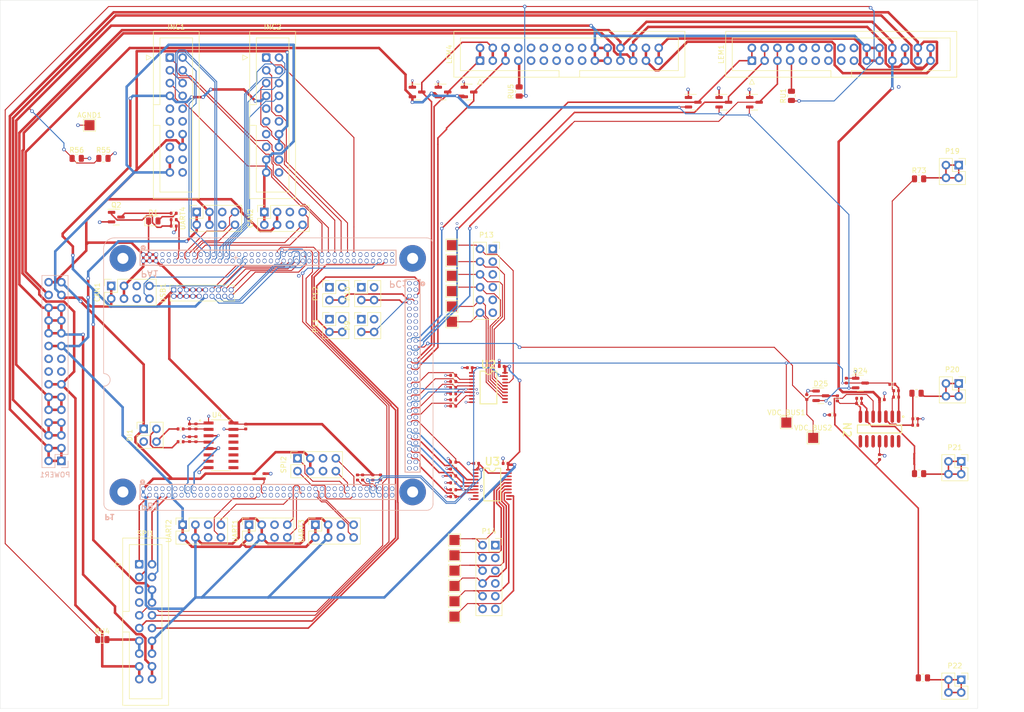
<source format=kicad_pcb>
(kicad_pcb (version 20221018) (generator pcbnew)
  (layers (0 "F.Cu" signal) (1 "In1.Cu" signal) (2 "In2.Cu" signal) (31 "B.Cu" signal) (34 "B.Paste" user) (35 "F.Paste" user) (36 "B.SilkS" user "B.Silkscreen") (37 "F.SilkS" user "F.Silkscreen") (38 "B.Mask" user) (39 "F.Mask" user) (44 "Edge.Cuts" user))
  (net 0 "")
  (net 1 "AGND")
  (net 2 "/DI_2")
  (net 3 "/DI_1")
  (net 4 "VDD")
  (net 5 "/DSP_PWM1~{_ENABL}E")
  (net 6 "/DSP_PWM2~{_ENABL}E")
  (net 7 "/DSP_PWM3~{_ENABL}E")
  (net 8 "/DSP_PWM4~{_ENABL}E")
  (net 15 "A+5V")
  (net 16 "/IPM_Temperature1")
  (net 17 "/IPM_Temperature2")
  (net 18 "D+5V")
  (net 19 "Net-(C30-Pad2)")
  (net 20 "Net-(C31-Pad2)")
  (net 21 "Net-(C34-Pad1)")
  (net 22 "Net-(C34-Pad2)")
  (net 23 "Net-(C35-Pad1)")
  (net 24 "Net-(C35-Pad2)")
  (net 25 "/IPM_VDC_BUS1")
  (net 26 "/IPM_VDC_BUS2")
  (net 27 "/DSP_B_CAN_TX")
  (net 28 "/DSP_B_CAN_RX")
  (net 29 "/DSP_A_CAN_TX")
  (net 30 "/DSP_A_CAN_RX")
  (net 31 "Net-(D1-K)")
  (net 32 "/IPM_IU1")
  (net 33 "/IPM_IV1")
  (net 34 "/IPM_IW1")
  (net 35 "/IPM_IU2")
  (net 36 "/IPM_IV2")
  (net 37 "/IPM_IW2")
  (net 38 "/IPM_IU3")
  (net 39 "/IPM_IW3")
  (net 40 "/IPM_IU4")
  (net 41 "/IPM_IW4")
  (net 42 "/QEP1_HALL_U")
  (net 43 "/MQEP1A")
  (net 44 "/QEP1_HALL_V")
  (net 45 "/MQEP1B")
  (net 46 "/QEP1_HALL_W")
  (net 47 "/MQEP1Z")
  (net 48 "PE_GND")
  (net 49 "/MQEP1S")
  (net 50 "/QEP2_HALL_U")
  (net 51 "/MQEP2A")
  (net 52 "/QEP2_HALL_V")
  (net 53 "/MQEP2B")
  (net 54 "/QEP2_HALL_W")
  (net 55 "/MQEP2Z")
  (net 56 "/MQEP2S")
  (net 57 "/QEP3_HALL_U")
  (net 58 "/MQEP3A")
  (net 59 "/QEP3_HALL_V")
  (net 60 "/MQEP3B")
  (net 61 "/QEP3_HALL_W")
  (net 62 "/MQEP3Z")
  (net 63 "/MQEP3S")
  (net 64 "/MUSB_EN")
  (net 65 "/MUSB_DM")
  (net 66 "/MUSB_FLT")
  (net 67 "/MUSB_ID")
  (net 68 "/MUSB_INT")
  (net 69 "/MUSB_VB")
  (net 70 "/MUSB_DP")
  (net 71 "/MUSB_BZ")
  (net 72 "Net-(LEM1-Pad7)")
  (net 73 "12VGND")
  (net 74 "A-5V")
  (net 75 "+12")
  (net 76 "-12")
  (net 77 "Net-(LEM4-Pad7)")
  (net 78 "/LED1")
  (net 79 "/LED3")
  (net 80 "/UART_SCI_RXDD")
  (net 81 "/UART_SCI_TXDD")
  (net 92 "/~{SPI_A_STE_HS}")
  (net 93 "/SPI_A_CK_HS")
  (net 98 "AVDD")
  (net 99 "/LED2")
  (net 100 "/LED4")
  (net 103 "/ECAP1_IPM_TerminalDutyU1")
  (net 104 "/ECAP2_IPM_TerminalDutyV1")
  (net 105 "/ECAP3_IPM_TerminalDutyW1")
  (net 106 "/ECAP4_IPM_TerminalDutyU2")
  (net 107 "/SPI_A_MO_HS")
  (net 108 "/ECAP5_IPM_TerminalDutyV2")
  (net 109 "/SPI_A_MI_HS")
  (net 110 "/ECAP6_IPM_TerminalDutyW2")
  (net 113 "/SPI_C_MO_HS")
  (net 114 "/SPI_C_MI_HS")
  (net 115 "/SPI_C_CK_HS")
  (net 116 "/~{SPI_C_STE_HS}")
  (net 119 "/DI-1-DSP-3.3V")
  (net 121 "/DI-2-DSP-3.3V")
  (net 129 "/DSP_PWM4_~{FAULT}")
  (net 131 "/DSP_PWM3_~{FAULT}")
  (net 133 "/DSP_PWM2_~{FAULT}")
  (net 135 "/DSP_PWM1_~{FAULT}")
  (net 141 "/UART_SCI_TXDB")
  (net 143 "/BootFromFlash")
  (net 151 "/UART_SCI_RXDB")
  (net 153 "/UART_SCI_RXDA")
  (net 154 "/IPM_IV3")
  (net 155 "/UART_SCI_TXDA")
  (net 156 "/IPM_VDC_BUS3")
  (net 159 "/UART_SCI_RXDC")
  (net 160 "/UART_SCI_TXDC")
  (net 169 "/SPI B MO HS")
  (net 170 "/SPI_B_CK_HS")
  (net 171 "/SPI B MI HS")
  (net 172 "/~{SPI_B_STE_HS}")
  (net 177 "/AD_14")
  (net 178 "/AD_15")
  (net 179 "/ADD4")
  (net 180 "/ADD5")
  (net 181 "/DSP-PWM1A")
  (net 182 "/DSP-PWM1B")
  (net 183 "/DSP-PWM2A")
  (net 184 "/DSP-PWM2B")
  (net 185 "/DSP-PWM3A")
  (net 186 "/DSP-PWM3B")
  (net 187 "/DSP-PWM4A")
  (net 188 "/DSP-PWM4B")
  (net 189 "/DSP-PWM5A")
  (net 190 "/DSP-PWM5B")
  (net 191 "/DSP-PWM6A")
  (net 192 "/DSP-PWM6B")
  (net 193 "/PWM1A_5V")
  (net 194 "/PWM2A_5V")
  (net 195 "/PWM3A_5V")
  (net 196 "/PWM1B_5V")
  (net 197 "/PWM2B_5V")
  (net 198 "/PWM3B_5V")
  (net 199 "/PWM4A_5V")
  (net 200 "/PWM5A_5V")
  (net 201 "/PWM6A_5V")
  (net 202 "/PWM4B_5V")
  (net 203 "/PWM5B_5V")
  (net 204 "/PWM6B_5V")
  (net 205 "/GND_2M1")
  (net 206 "/DC_BUS_2M1")
  (net 207 "/GND_2M2")
  (net 208 "/DC_BUS_2M2")
  (net 209 "D12V1")
  (net 210 "Net-(Q2-B)")
  (net 211 "Net-(Q2-C)")
  (net 212 "REF_3V")
  (net 213 "Net-(RU4-Pad2)")
  (net 236 "Net-(DI1-Pin_3)")
  (net 237 "Net-(DI1-Pin_4)")
  (net 238 "/IPM_IV4")
  (net 239 "/IPM_VDC_BUS4")
  (net 240 "/IPM_Temperature4")
  (net 241 "/IPM_Temperature3")
  (net 242 "/DSP-PWM7A")
  (net 243 "/DSP-PWM7B")
  (net 244 "/DSP-PWM8A")
  (net 245 "/DSP-PWM8B")
  (net 246 "/DSP-PWM9A")
  (net 247 "/DSP-PWM9B")
  (net 248 "/DSP-PWM10A")
  (net 249 "/DSP-PWM10B")
  (net 250 "/DSP-PWM11A")
  (net 251 "/DSP-PWM11B")
  (net 252 "/DSP-PWM12A")
  (net 253 "/DSP-PWM12B")
  (footprint "Resistor_SMD:R_0402_1005Metric" (layer "F.Cu") (at 200.152 105.918)
    (fp_text reference "R30" hide)
    (fp_text value "301R" hide)
  )
  (footprint "Capacitor_SMD:C_0402_1005Metric" (layer "F.Cu") (at 259.08 136.652)
    (fp_text reference "C8" hide)
    (fp_text value "104" hide)
  )
  (footprint "TestPoint:TestPoint_Pad_2.0x2.0mm" (layer "F.Cu") (at 256.032 186.182)
    (fp_text reference "TP6" hide)
    (fp_text value "TP-黄色测试点" hide)
  )
  (footprint "Resistor_SMD:R_0402_1005Metric" (layer "F.Cu") (at 255.778 162.306)
    (fp_text reference "R48" hide)
    (fp_text value "4.7k" hide)
  )
  (footprint "Resistor_SMD:R_0402_1005Metric" (layer "F.Cu") (at 204.576 148.336 90)
    (fp_text reference "R9" hide)
    (fp_text value "1K" hide)
  )
  (footprint "Capacitor_SMD:C_0402_1005Metric" (layer "F.Cu") (at 347.726 146.812 180)
    (fp_text reference "C30" hide)
    (fp_text value "102" hide)
  )
  (footprint "Resistor_SMD:R_0402_1005Metric" (layer "F.Cu") (at 200.152 107.188)
    (fp_text reference "R32" hide)
    (fp_text value "10K" hide)
  )
  (footprint "Connector_PinSocket_2.54mm:PinSocket_2x02_P2.54mm_Vertical" (layer "F.Cu") (at 231.14 120.65 90)
    (fp_text reference "P12")
    (fp_text value "Header 2X2" hide)
  )
  (footprint "Resistor_SMD:R_0402_1005Metric" (layer "F.Cu") (at 255.778 141.8336)
    (fp_text reference "R27" hide)
    (fp_text value "4.7k" hide)
  )
  (footprint "Connector_IDC:IDC-Header_2x10_P2.54mm_Vertical" (layer "F.Cu") (at 199.39 74.93)
    (fp_text reference "INC1")
    (fp_text value "HIF3FC-20PA-2.54DSA")
  )
  (footprint "Connector_PinSocket_2.54mm:PinSocket_2x04_P2.54mm_Vertical" (layer "F.Cu") (at 187.716 120.376 90)
    (fp_text reference "CAN1")
    (fp_text value "Conn_02x04_Counter_Clockwise" hide)
  )
  (footprint "Connector_IDC:IDC-Header_2x10_P2.54mm_Vertical" (layer "F.Cu") (at 193.294 175.768)
    (fp_text reference "SPI1")
    (fp_text value "HIF3FC-20PA-2.54DSA" hide)
  )
  (footprint "Connector_PinSocket_2.54mm:PinSocket_2x02_P2.54mm_Vertical" (layer "F.Cu") (at 356.8766 198.7496)
    (fp_text reference "P22")
    (fp_text value "Header 2X2")
  )
  (footprint "Capacitor_SMD:C_0402_1005Metric" (layer "F.Cu") (at 341.094 143.002 180)
    (fp_text reference "C37" hide)
    (fp_text value "104" hide)
  )
  (footprint "Resistor_SMD:R_0402_1005Metric" (layer "F.Cu") (at 216.154 158.244 90)
    (fp_text reference "R6" hide)
    (fp_text value "1.69K" hide)
  )
  (footprint "Package_TO_SOT_SMD:SOT-23" (layer "F.Cu") (at 309.626 83.82)
    (fp_text reference "D13" hide)
    (fp_text value "BAR43S" hide)
  )
  (footprint "Connector_PinSocket_2.54mm:PinSocket_2x02_P2.54mm_Vertical" (layer "F.Cu") (at 356.3766 139.7896)
    (fp_text reference "P20")
    (fp_text value "Header 2X2")
  )
  (footprint "Resistor_SMD:R_0805_2012Metric" (layer "F.Cu") (at 348.488 157.734)
    (fp_text reference "R75" hide)
    (fp_text value "0R" hide)
  )
  (footprint "TestPoint:TestPoint_Pad_2.0x2.0mm" (layer "F.Cu") (at 256.032 177.038)
    (fp_text reference "TP20" hide)
    (fp_text value "TP-黄色测试点" hide)
  )
  (footprint "Package_TO_SOT_SMD:SOT-23" (layer "F.Cu") (at 315.722 83.82)
    (fp_text reference "D12" hide)
    (fp_text value "BAR43S" hide)
  )
  (footprint "Resistor_SMD:R_0402_1005Metric" (layer "F.Cu") (at 201.528 148.844 180)
    (fp_text reference "R1" hide)
    (fp_text value "100R" hide)
  )
  (footprint "LED_SMD:LED_0805_2012Metric" (layer "F.Cu") (at 196.088 107.442)
    (fp_text reference "D1")
    (fp_text value "LEDRED")
  )
  (footprint "Connector_PinSocket_2.54mm:PinSocket_2x02_P2.54mm_Vertical" (layer "F.Cu") (at 231.14 127 90)
    (fp_text reference "P11")
    (fp_text value "Header 2X2" hide)
  )
  (footprint "Resistor_SMD:R_0402_1005Metric" (layer "F.Cu") (at 331.216 146.05)
    (fp_text reference "R81" hide)
    (fp_text value "10K" hide)
  )
  (footprint "Resistor_SMD:R_0805_2012Metric" (layer "F.Cu") (at 185.928 190.754)
    (fp_text reference "RU4")
    (fp_text value "DNP")
  )
  (footprint "Resistor_SMD:R_0402_1005Metric" (layer "F.Cu") (at 336.548 143.764 180)
    (fp_text reference "R85" hide)
    (fp_text value "10K" hide)
  )
  (footprint "Connector_PinSocket_2.54mm:PinSocket_2x04_P2.54mm_Vertical" (layer "F.Cu") (at 218.186 105.664 90)
    (fp_text reference "CAN2")
    (fp_text value "Conn_02x04_Counter_Clockwise" hide)
  )
  (footprint "TestPoint:TestPoint_Pad_2.0x2.0mm" (layer "F.Cu") (at 255.524 115.316)
    (fp_text reference "TP23" hide)
    (fp_text value "TP-黄色测试点" hide)
  )
  (footprint "Resistor_SMD:R_0402_1005Metric" (layer "F.Cu") (at 236.728 158.496 -90)
    (fp_text reference "R93" hide)
    (fp_text value "10K" hide)
  )
  (footprint "Resistor_SMD:R_0402_1005Metric" (layer "F.Cu") (at 255.778 159.5628)
    (fp_text reference "R28" hide)
    (fp_text value "4.7k" hide)
  )
  (footprint "Connector_IDC:IDC-Header_2x10_P2.54mm_Vertical" (layer "F.Cu") (at 218.567 74.93)
    (fp_text reference "INC2")
    (fp_text value "HIF3FC-20PA-2.54DSA")
  )
  (footprint "Connector_PinSocket_2.54mm:PinSocket_2x04_P2.54mm_Vertical" (layer "F.Cu") (at 215.138 167.894 90)
    (fp_text reference "UART1")
    (fp_text value "Conn_02x04_Counter_Clockwise" hide)
  )
  (footprint "Package_TO_SOT_SMD:SOT-23" (layer "F.Cu") (at 328.93 142.24)
    (fp_text reference "D25")
    (fp_text value "BAR43S" hide)
  )
  (footprint "Resistor_SMD:R_0402_1005Metric" (layer "F.Cu") (at 201.528 151.384 180)
    (fp_text reference "R2" hide)
    (fp_text value "100R" hide)
  )
  (footprint "TestPoint:TestPoint_Pad_2.0x2.0mm" (layer "F.Cu") (at 255.524 124.46)
    (fp_text reference "TP11" hide)
    (fp_text value "TP-黄色测试点" hide)
  )
  (footprint "Resistor_SMD:R_0805_2012Metric" (layer "F.Cu") (at 348.488 99.06)
    (fp_text reference "R73")
    (fp_text value "0R")
  )
  (footprint "TestPoint:TestPoint_Pad_2.0x2.0mm" (layer "F.Cu") (at 255.524 127.508)
    (fp_text reference "TP5" hide)
    (fp_text value "TP-黄色测试点" hide)
  )
  (footprint "Capacitor_SMD:C_0402_1005Metric" (layer "F.Cu") (at 343.916 141.224)
    (fp_text reference "C34" hide)
    (fp_text value "102" hide)
  )
  (footprint "Resistor_SMD:R_0402_1005Metric" (layer "F.Cu") (at 255.778 158.1912)
    (fp_text reference "R24" hide)
    (fp_text value "4.7K" hide)
  )
  (footprint "Resistor_SMD:R_0805_2012Metric" (layer "F.Cu") (at 349.25 198.374)
    (fp_text reference "R76" hide)
    (fp_text value "0R" hide)
  )
  (footprint "Resistor_SMD:R_0805_2012Metric" (layer "F.Cu") (at 180.848 94.996)
    (fp_text reference "R56")
    (fp_text value "DNP")
  )
  (footprint "Capacitor_SMD:C_0402_1005Metric" (layer "F.Cu") (at 203.306 148.336 -90)
    (fp_text reference "C4" hide)
    (fp_text value "103" hide)
  )
  (footprint "Resistor_SMD:R_0805_2012Metric" (layer "F.Cu") (at 323.088 82.55 90)
    (fp_text reference "RU1")
    (fp_text value "DNP")
  )
  (footprint "1mmlab_footprint:TSSOP-20" (layer "F.Cu") (at 258.857745 137.23359)
    (fp_text reference "U2")
    (fp_text value "SN74ABT541" hide)
  )
  (footprint "1mmlab_footprint:TSSOP-20" (layer "F.Cu") (at 259.619745 156.53759)
    (fp_text reference "U3")
    (fp_text value "SN74ABT541" hide)
  )
  (footprint "1mmlab_footprint:SOIC127P600X175-16N" (layer "F.Cu") (at 209.564 152.098)
    (fp_text reference "U4")
    (fp_text value "SN74HC365D")
  )
  (footprint "Connector_PinSocket_2.54mm:PinSocket_2x02_P2.54mm_Vertical" (layer "F.Cu") (at 194.182 148.824 90)
    (fp_text reference "DI1")
    (fp_text value "Conn_02x02_Counter_Clockwise" hide)
  )
  (footprint "Connector_PinSocket_2.54mm:PinSocket_2x04_P2.54mm_Vertical" (layer "F.Cu") (at 201.93 167.894 90)
    (fp_text reference "UART2")
    (fp_text value "Conn_02x04_Counter_Clockwise" hide)
  )
  (footprint "Capacitor_SMD:C_0402_1005Metric" (layer "F.Cu") (at 203.306 150.876 -90)
    (fp_text reference "C2" hide)
    (fp_text value "103" hide)
  )
  (footprint "Connector_PinSocket_2.54mm:PinSocket_2x02_P2.54mm_Vertical" (layer "F.Cu") (at 237.49 120.65 90)
    (fp_text reference "P10")
    (fp_text value "Header 2X2" hide)
  )
  (footprint "Capacitor_SMD:C_0402_1005Metric" (layer "F.Cu") (at 334.01 139.22 -90)
    (fp_text reference "C39" hide)
    (fp_text value "103" hide)
  )
  (footprint "Package_TO_SOT_SMD:SOT-23" (layer "F.Cu") (at 336.804 139.7)
    (fp_text reference "D24")
    (fp_text value "BAR43S" hide)
  )
  (footprint "TestPoint:TestPoint_Pad_2.0x2.0mm" (layer "F.Cu") (at 256.032 180.086)
    (fp_text reference "TP16" hide)
    (fp_text value "TP-黄色测试点" hide)
  )
  (footprint "Connector_PinSocket_2.54mm:PinSocket_2x02_P2.54mm_Vertical" (layer "F.Cu") (at 237.49 127 90)
    (fp_text reference "P9")
    (fp_text value "Header 2X2" hide)
  )
  (footprint "Capacitor_SMD:C_0402_1005Metric" (layer "F.Cu") (at 265.43 136.398 180)
    (fp_text reference "C25" hide)
    (fp_text value "104" hide)
  )
  (footprint "Connector_PinSocket_2.54mm:PinSocket_2x04_P2.54mm_Vertical" (layer "F.Cu") (at 228.346 167.894 90)
    (fp_text reference "UART3")
    (fp_text value "Conn_02x04_Counter_Clockwise" hide)
  )
  (footprint "Package_TO_SOT_SMD:SOT-23" (layer "F.Cu") (at 188.722 106.68)
    (fp_text reference "Q2")
    (fp_text value "FMMT618TA")
  )
  (footprint "Package_TO_SOT_SMD:SOT-23" (layer "F.Cu") (at 258.923 81.788)
    (fp_text reference "D8" hide)
    (fp_text value "BAR43S" hide)
  )
  (footprint "Connector_IDC:IDC-Header_2x15_P2.54mm_Vertical" (layer "F.Cu") (at 261.112 75.55 90)
    (fp_text reference "LEM4")
    (fp_text value "HIF3FC-30PA-2.54DSA")
  )
  (footprint "Resistor_SMD:R_0402_1005Metric" (layer "F.Cu") (at 255.778 144.272)
    (fp_text reference "R47" hide)
    (fp_text value "4.7k" hide)
  )
  (footprint "Resistor_SMD:R_0402_1005Metric" (layer "F.Cu") (at 332.232 142.748 90)
    (fp_text reference "R89" hide)
    (fp_text value "1k" hide)
  )
  (footprint "Resistor_SMD:R_0402_1005Metric" (layer "F.Cu") (at 255.778 139.3952)
    (fp_text reference "R19" hide)
    (fp_text value "4.7k" hide)
  )
  (footprint "Capacitor_SMD:C_0402_1005Metric" (layer "F.Cu") (at 266.192 155.702 180)
    (fp_text reference "C26" hide)
    (fp_text value "104" hide)
  )
  (footprint "Resistor_SMD:R_0402_1005Metric" (layer "F.Cu") (at 255.778 155.448)
    (fp_text reference "R16" hide)
    (fp_text value "4.7k" hide)
  )
  (footprint "Resistor_SMD:R_0402_1005Metric" (layer "F.Cu") (at 255.778 138.176)
    (fp_text reference "R15" hide)
    (fp_text value "4.7k" hide)
  )
  (footprint "Package_TO_SOT_SMD:SOT-23" (layer "F.Cu") (at 253.746 81.788)
    (fp_text reference "D10" hide)
    (fp_text value "BAR43S" hide)
  )
  (footprint "Resistor_SMD:R_0402_1005Metric" (layer "F.Cu") (at 255.778 140.6144)
    (fp_text reference "R23" hide)
    (fp_text value "4.7K" hide)
  )
  (footprint "Capacitor_SMD:C_0402_1005Metric" (layer "F.Cu") (at 336.55 142.748 180)
    (fp_text reference "C35" hide)
    (fp_text value "102" hide)
  )
  (footprint "Resistor_SMD:R_0805_2012Metric" (layer "F.Cu") (at 347.98 141.732)
    (fp_text reference "R74" hide)
    (fp_text value "0R" hide)
  )
  (footprint "TestPoint:TestPoint_Pad_2.0x2.0mm" (layer "F.Cu") (at 256.032 170.942)
    (fp_text reference "TP28" hide)
    (fp_text value "TP-黄色测试点" hide)
  )
  (footprint "TestPoint:TestPoint_Pad_2.0x2.0mm" (layer "F.Cu") (at 183.388 88.392)
    (fp_text reference "AGND1")
    (fp_text value "TP-黄色测试点" hide)
  )
  (footprint "Resistor_SMD:R_0402_1005Metric" (layer "F.Cu") (at 237.744 158.494 -90)
    (fp_text reference "R94" hide)
    (fp_text value "10K" hide)
  )
  (footprint "Resistor_SMD:R_0402_1005Metric" (layer "F.Cu") (at 239.776 158.496 90)
    (fp_text reference "R91" hide)
    (fp_text value "10K" hide)
  )
  (footprint "TestPoint:TestPoint_Pad_2.0x2.0mm" (layer "F.Cu") (at 322.072 147.574)
    (fp_text reference "VDC_BUS1")
    (fp_text value "TP-黄色测试点" hide)
  )
  (footprint "Package_TO_SOT_SMD:SOT-23" (layer "F.Cu") (at 248.5875 81.788)
    (fp_text reference "D9" hide)
    (fp_text value "BAR43S" hide)
  )
  (footprint "Connector_PinSocket_2.54mm:PinSocket_2x04_P2.54mm_Vertical" (layer "F.Cu") (at 204.724 105.664 90)
    (fp_text reference "UART4")
    (fp_text value "Conn_02x04_Counter_Clockwise" hide)
  )
  (footprint "Resistor_SMD:R_0402_1005Metric" (layer "F.Cu") (at 255.778 156.8196)
    (fp_text reference "R20" hide)
    (fp_text value "4.7k" hide)
  )
  (footprint "TestPoint:TestPoint_Pad_2.0x2.0mm" (layer "F.Cu") (at 255.524 118.364)
    (fp_text reference "TP19" hide)
    (fp_text value "TP-黄色测试点" hide)
  )
  (footprint "Resistor_SMD:R_0402_1005Metric" (layer "F.Cu") (at 204.576 150.876 90)
    (fp_text reference "R8" hide)
    (fp_text value "1K" hide)
  )
  (footprint "TestPoint:TestPoint_Pad_2.0x2.0mm" (layer "F.Cu") (at 256.032 183.134)
    (fp_text reference "TP12" hide)
    (fp_text value "TP-黄色测试点" hide)
  )
  (footprint "Resistor_SMD:R_0805_2012Metric" (layer "F.Cu") (at 268.8985 81.6845 90)
    (fp_text reference "RU5")
    (fp_text value "DNP")
  )
  (footprint "Package_TO_SOT_SMD:SOT-23" (layer "F.Cu") (at 303.53 83.82)
    (fp_text reference "D14" hide)
    (fp_text value "BAR43S" hide)
  )
  (footprint "Resistor_SMD:R_0402_1005Metric" (layer "F.Cu") (at 347.726 148.082 180)
    (fp_text reference "R80" hide)
    (fp_text value "10K" hide)
  )
  (footprint "Capacitor_SMD:C_0402_1005Metric" (layer "F.Cu") (at 340.614 154.432 -90)
    (fp_text reference "C31" hide)
    (fp_text value "102" hide)
  )
  (footprint "Connector_PinSocket_2.54mm:PinSocket_2x06_P2.54mm_Vertical" (layer "F.Cu") (at 263.652 113.0046)
    (fp_text reference "P13")
    (fp_text value "Header 6X2")
  )
  (footprint "Resistor_SMD:R_0402_1005Metric" (layer "F.Cu") (at 255.778 160.9344)
    (fp_text reference "R42" hide)
    (fp_text value "4.7k" hide)
  )
  (footprint "Capacitor_SMD:C_0402_1005Metric" (layer "F.Cu") (at 214.482 148.364 -90)
    (fp_text reference "C7" hide)
    (fp_text value "104" hide)
  )
  (footprint "Resistor_SMD:R_0402_1005Metric" (layer "F.Cu") (at 343.156 139.954 180)
    (fp_text reference "R88" hide)
    (fp_text value "1k" hide)
  )
  (footprint "Connector_PinSocket_2.54mm:PinSocket_2x06_P2.54mm_Vertical" (layer "F.Cu") (at 264.16 171.9646)
    (fp_text reference "P14")
    (fp_text value "Header 6X2")
  )
  (footprint "1mmlab_footprint:SOIC14_M" (layer "F.Cu") (at 340.614 148.844 -90)
    (fp_text reference "N2")
    (fp_text value "MCP6024" hide)
  )
  (footprint "TestPoint:TestPoint_Pad_2.0x2.0mm" (layer "F.Cu") (at 255.524 112.268)
    (fp_text reference "TP27" hide)
    (fp_text value "TP-黄色测试点" hide)
  )
  (footprint "Connector_IDC:IDC-Header_2x15_P2.54mm_Vertical" (layer "F.Cu") (at 315.214 75.55 90)
    (fp_text reference "LEM1")
    (fp_text value "HIF3FC-30PA-2.54DSA")
  )
  (footprint "Resistor_SMD:R_0402_1005Metric" (layer "F.Cu") (at 218.144 158.242 -90)
    (fp_text reference "R13" hide)
    (fp_text value "3,.3K" hide)
  )
  (footprint "Connector_PinSocket_1.27mm:PinSocket_2x10_P1.27mm_Vertical" (layer "F.Cu") (at 200.152 121.158 90)
    (fp_text reference "USB1")
    (fp_text value "HIF3FC-20PA-2.54DSA" hide)
  )
  (footprint "Connector_PinSocket_2.54mm:PinSocket_2x02_P2.54mm_Vertical" (layer "F.Cu") (at 356.8766 155.2896)
    (fp_text reference "P21")
    (fp_text value "Header 2X2")
  )
  (footprint "Resistor_SMD:R_0805_2012Metric" (layer "F.Cu") (at 186.166 94.996)
    (fp_text reference "R55")
    (fp_text value "DNP")
  )
  (footprint "TestPoint:TestPoint_Pad_2.0x2.0mm" (layer "F.Cu") (at 256.032 173.99)
    (fp_text reference "TP24" hide)
    (fp_text value "TP-黄色测试点" hide)
  )
  (footprint "Capacitor_SMD:C_0402_1005Metric" (layer "F.Cu") (at 326.136 142.494 -90)
    (fp_text reference "C40" hide)
    (fp_text value "103" hide)
  )
  (footprint "TestPoint:TestPoint_Pad_2.0x2.0mm" (layer "F.Cu") (at 327.406 150.622)
    (fp_text reference "VDC_BUS2")
    (fp_text value "TP-黄色测试点" hide)
  )
  (footprint "Connector_PinSocket_2.54mm:PinSocket_2x02_P2.54mm_Vertical" (layer "F.Cu") (at 356.3766 96.3296)
    (fp_text reference "P19")
    (fp_text value "Header 2X2")
  )
  (footprint "Capacitor_SMD:C_0402_1005Metric" (layer "F.Cu") (at 260.35 155.702)
    (fp_text reference "C9" hide)
    (fp_text value "104" hide)
  )
  (footprint "TestPoint:TestPoint_Pad_2.0x2.0mm" (layer "F.Cu") (at 255.524 121.412)
    (fp_text reference "TP15" hide)
    (fp_text value "TP-黄色测试点" hide)
  )
  (footprint "Resistor_SMD:R_0402_1005Metric" (layer "F.Cu") (at 241.3 158.496 90)
    (fp_text reference "R92" hide)
    (fp_text value "10K" hide)
  )
  (footprint "Resistor_SMD:R_0402_1005Metric" (layer "F.Cu") (at 200.152 108.458)
    (fp_text reference "R34" hide)
    (fp_text value "2K" hide)
  )
  (footprint "Resistor_SMD:R_0402_1005Metric" (layer "F.Cu") (at 255.778 143.0528)
    (fp_text reference "R41" hide)
    (fp_text value "4.7k" hide)
  )
  (footprint "Connector_PinSocket_2.54mm:PinSocket_2x04_P2.54mm_Vertical" (layer "F.Cu") (at 224.79 154.686 90)
    (fp_text reference "SPI2")
    (fp_text value "Conn_02x04_Counter_Clockwise" hide)
  )
  (footprint "Resistor_SMD:R_0402_1005Metric" (layer "F.Cu") (at 343.916 142.494)
    (fp_text reference "R84" hide)
    (fp_text value "10K" hide)
  )
  (footprint "1mmlab_footprint:DSP_240" (layer "B.Cu") (at 261.666625 119.976 -90)
    (fp_text reference "P1")
    (fp_text value "TMS320F28377D-BGA-Core" hide)
  )
  (footprint "Connector_PinSocket_2.54mm:PinSocket_2x15_P2.54mm_Vertical" (layer "B.Cu") (at 177.8 155.194)
    (fp_text reference "POWER1")
    (fp_text value "HIF3FC-30PA-2.54DSA")
  )
  (gr_rect (start 165.608 63.5) (end 360.172 204.47) (stroke (width 0.05)) (fill none) (layer "Edge.Cuts"))
  (segment (start 203.306 147.856) (end 204.546 147.856) (width 0.2) (layer "F.Cu") (net 1))
  (segment (start 340.614 153.952) (end 341.404 153.952) (width 0.2) (layer "F.Cu") (net 1))
  (segment (start 326.456 141.29) (end 326.39 141.224) (width 0.2) (layer "F.Cu") (net 1))
  (segment (start 255.268 138.176) (end 254.254 138.176) (width 0.2) (layer "F.Cu") (net 1))
  (segment (start 258.32339 143.51539) (end 258.318 143.51) (width 0.2) (layer "F.Cu") (net 1))
  (segment (start 200.662 108.458) (end 200.662 109.218) (width 0.3) (layer "F.Cu") (net 1))
  (segment (start 341.574 141.788) (end 341.63 141.732) (width 0.2) (layer "F.Cu") (net 1))
  (segment (start 255.268 140.462) (end 254.2776 140.462) (width 0.2) (layer "F.Cu") (net 1))
  (segment (start 254.6096 156.8196) (end 254.508 156.718) (width 0.3) (layer "F.Cu") (net 1))
  (segment (start 327.9925 141.29) (end 326.456 141.29) (width 0.2) (layer "F.Cu") (net 1))
  (segment (start 205.232 122.428) (end 200.152 122.428) (width 0.5) (layer "F.Cu") (net 1))
  (segment (start 308.6885 81.1045) (end 308.61 81.026) (width 0.3) (layer "F.Cu") (net 1))
  (segment (start 260.254745 162.81939) (end 259.08539 162.81939) (width 0.3) (layer "F.Cu") (net 1))
  (segment (start 335.8665 137.4925) (end 335.788 137.414) (width 0.2) (layer "F.Cu") (net 1))
  (segment (start 187.0785 94.996) (end 188.0945 93.98) (width 0.2) (layer "F.Cu") (net 1))
  (segment (start 348.206 146.812) (end 349.25 146.812) (width 0.2) (layer "F.Cu") (net 1))
  (segment (start 255.268 160.9344) (end 254.6604 160.9344) (width 0.3) (layer "F.Cu") (net 1))
  (segment (start 302.5925 81.3585) (end 302.514 81.28) (width 0.3) (layer "F.Cu") (net 1))
  (segment (start 181.7605 94.996) (end 183.388 94.996) (width 0.2) (layer "F.Cu") (net 1))
  (segment (start 348.236 146.842) (end 348.206 146.812) (width 0.2) (layer "F.Cu") (net 1))
  (segment (start 219.454 157.732) (end 219.456 157.734) (width 0.5) (layer "F.Cu") (net 1))
  (segment (start 206.916 147.826) (end 207.089 147.653) (width 0.2) (layer "F.Cu") (net 1))
  (segment (start 252.8085 79.8345) (end 252.73 79.756) (width 0.3) (layer "F.Cu") (net 1))
  (segment (start 203.336 150.366) (end 203.306 150.396) (width 0.2) (layer "F.Cu") (net 1))
  (segment (start 253.7968 158.1912) (end 253.746 158.242) (width 0.3) (layer "F.Cu") (net 1))
  (segment (start 254.42058 162.306) (end 254.33729 162.22271) (width 0.3) (layer "F.Cu") (net 1))
  (segment (start 314.7845 81.3585) (end 314.706 81.28) (width 0.3) (layer "F.Cu") (net 1))
  (segment (start 314.7845 82.87) (end 314.7845 81.3585) (width 0.3) (layer "F.Cu") (net 1))
  (segment (start 335.8665 138.75) (end 334.02 138.75) (width 0.2) (layer "F.Cu") (net 1))
  (segment (start 255.268 159.5628) (end 254.3048 159.5628) (width 0.3) (layer "F.Cu") (net 1))
  (segment (start 308.6885 82.87) (end 308.6885 81.1045) (width 0.3) (layer "F.Cu") (net 1))
  (segment (start 255.268 143.002) (end 254.254 143.002) (width 0.2) (layer "F.Cu") (net 1))
  (segment (start 335.8665 138.75) (end 335.8665 137.4925) (width 0.2) (layer "F.Cu") (net 1))
  (segment (start 264.95 136.398) (end 264.95 135.187) (width 0.5) (layer "F.Cu") (net 1))
  (segment (start 188.0945 93.98) (end 188.468 93.98) (width 0.2) (layer "F.Cu") (net 1))
  (segment (start 201.422 121.158) (end 201.422 122.428) (width 0.5) (layer "F.Cu") (net 1))
  (segment (start 255.268 141.732) (end 254.477 141.732) (width 0.2) (layer "F.Cu") (net 1))
  (segment (start 326.136 142.014) (end 326.136 141.478) (width 0.2) (layer "F.Cu") (net 1))
  (segment (start 259.492745 143.51539) (end 258.32339 143.51539) (width 0.2) (layer "F.Cu") (net 1))
  (segment (start 330.706 146.05) (end 329.692 146.05) (width 0.2) (layer "F.Cu") (net 1))
  (segment (start 214.403 148.923) (end 214.482 148.844) (width 0.2) (layer "F.Cu") (net 1))
  (segment (start 204.576 147.826) (end 206.916 147.826) (width 0.2) (layer "F.Cu") (net 1))
  (segment (start 203.306 150.396) (end 202.212 150.396) (width 0.2) (layer "F.Cu") (net 1))
  (segment (start 183.388 88.392) (end 181.102 88.392) (width 0.2) (layer "F.Cu") (net 1))
  (segment (start 207.089 146.331) (end 207.116 146.304) (width 0.2) (layer "F.Cu") (net 1))
  (segment (start 302.5925 82.87) (end 302.5925 81.3585) (width 0.3) (layer "F.Cu") (net 1))
  (segment (start 212.039 148.923) (end 214.403 148.923) (width 0.2) (layer "F.Cu") (net 1))
  (segment (start 340.614 153.952) (end 340.614 151.294) (width 0.2) (layer "F.Cu") (net 1))
  (segment (start 341.404 153.952) (end 341.63 154.178) (width 0.2) (layer "F.Cu") (net 1))
  (segment (start 210.243 148.923) (end 210.164 148.844) (width 0.2) (layer "F.Cu") (net 1))
  (segment (start 207.089 156.543) (end 206.169 156.543) (width 0.2) (layer "F.Cu") (net 1))
  (segment (start 257.9855 79.9315) (end 257.81 79.756) (width 0.3) (layer "F.Cu") (net 1))
  (segment (start 185.486 107.63) (end 185.42 107.696) (width 0.3) (layer "F.Cu") (net 1))
  (segment (start 255.268 156.8196) (end 254.6096 156.8196) (width 0.3) (layer "F.Cu") (net 1))
  (segment (start 255.268 155.192) (end 254.762 154.686) (width 0.3) (layer "F.Cu") (net 1))
  (segment (start 212.039 148.923) (end 210.243 148.923) (width 0.2) (layer "F.Cu") (net 1))
  (segment (start 200.662 109.218) (end 200.152 109.728) (width 0.3) (layer "F.Cu") (net 1))
  (segment (start 204.546 147.856) (end 204.576 147.826) (width 0.2) (layer "F.Cu") (net 1))
  (segment (start 259.87 155.702) (end 258.826 155.702) (width 0.2) (layer "F.Cu") (net 1))
  (segment (start 254.477 141.732) (end 254.254 141.955) (width 0.2) (layer "F.Cu") (net 1))
  (segment (start 265.712 154.714) (end 265.684 154.686) (width 0.2) (layer "F.Cu") (net 1))
  (segment (start 206.169 156.543) (end 205.232 157.48) (width 0.2) (layer "F.Cu") (net 1))
  (segment (start 255.268 158.1912) (end 253.7968 158.1912) (width 0.3) (layer "F.Cu") (net 1))
  (segment (start 252.8085 80.838) (end 252.8085 79.8345) (width 0.3) (layer "F.Cu") (net 1))
  (segment (start 255.268 139.446) (end 254.254 139.446) (width 0.2) (layer "F.Cu") (net 1))
  (segment (start 257.9855 80.838) (end 257.9855 79.9315) (width 0.3) (layer "F.Cu") (net 1))
  (segment (start 258.6 136.652) (end 257.556 136.652) (width 0.3) (layer "F.Cu") (net 1))
  (segment (start 254.6604 160.9344) (end 254.254 160.528) (width 0.3) (layer "F.Cu") (net 1))
  (segment (start 255.268 144.272) (end 254.254 144.272) (width 0.2) (layer "F.Cu") (net 1))
  (segment (start 218.144 157.732) (end 219.454 157.732) (width 0.5) (layer "F.Cu") (net 1))
  (segment (start 255.268 155.448) (end 255.268 155.192) (width 0.3) (layer "F.Cu") (net 1))
  (segment (start 263.914 171.752) (end 264.1266 171.9646) (width 0.3) (layer "F.Cu") (net 1))
  (segment (start 202.212 150.396) (end 202.184 150.368) (width 0.2) (layer "F.Cu") (net 1))
  (segment (start 254.3048 159.5628) (end 254.254 159.512) (width 0.3) (layer "F.Cu") (net 1))
  (segment (start 264.95 135.187) (end 264.922 135.159) (width 0.5) (layer "F.Cu") (net 1))
  (segment (start 265.712 155.702) (end 265.712 154.714) (width 0.2) (layer "F.Cu") (net 1))
  (segment (start 203.306 147.856) (end 203.306 146.918) (width 0.2) (layer "F.Cu") (net 1))
  (segment (start 259.08539 162.81939) (end 259.08 162.814) (width 0.3) (layer "F.Cu") (net 1))
  (segment (start 204.576 150.366) (end 203.336 150.366) (width 0.2) (layer "F.Cu") (net 1))
  (segment (start 247.65 80.838) (end 247.65 79.502) (width 0.3) (layer "F.Cu") (net 1))
  (segment (start 348.236 148.082) (end 348.236 146.842) (width 0.2) (layer "F.Cu") (net 1))
  (segment (start 341.574 143.002) (end 341.574 141.788) (width 0.2) (layer "F.Cu") (net 1))
  (segment (start 254.2776 140.462) (end 254.254 140.4384) (width 0.2) (layer "F.Cu") (net 1))
  (segment (start 255.268 162.306) (end 254.42058 162.306) (width 0.3) (layer "F.Cu") (net 1))
  (segment (start 334.02 138.75) (end 334.01 138.74) (width 0.2) (layer "F.Cu") (net 1))
  (segment (start 207.089 147.653) (end 207.089 146.331) (width 0.2) (layer "F.Cu") (net 1))
  (segment (start 326.136 141.478) (end 326.39 141.224) (width 0.2) (layer "F.Cu") (net 1))
  (segment (start 203.306 146.918) (end 203.2 146.812) (width 0.2) (layer "F.Cu") (net 1))
  (segment (start 187.7845 107.63) (end 185.486 107.63) (width 0.3) (layer "F.Cu") (net 1))
  (via (at 258.826 155.702) (size 0.7) (drill 0.4) (layers "F.Cu" "B.Cu") (net 1))
  (via (at 254.254 139.446) (size 0.5) (drill 0.3) (layers "F.Cu" "B.Cu") (net 1))
  (via (at 326.39 141.224) (size 0.7) (drill 0.4) (layers "F.Cu" "B.Cu") (net 1))
  (via (at 261.366 160.274) (size 0.5) (drill 0.3) (layers "F.Cu" "B.Cu") (net 1))
  (via (at 185.42 107.696) (size 0.7) (drill 0.4) (layers "F.Cu" "B.Cu") (net 1))
  (via (at 260.604 141.732) (size 0.5) (drill 0.3) (layers "F.Cu" "B.Cu") (net 1))
  (via (at 257.556 136.652) (size 0.5) (drill 0.3) (layers "F.Cu" "B.Cu") (net 1))
  (via (at 253.746 158.242) (size 0.5) (drill 0.3) (layers "F.Cu" "B.Cu") (net 1))
  (via (at 329.692 146.05) (size 0.7) (drill 0.4) (layers "F.Cu" "B.Cu") (net 1))
  (via (at 254.254 159.512) (size 0.5) (drill 0.3) (layers "F.Cu" "B.Cu") (net 1))
  (via (at 260.35 108.712) (size 0.5) (drill 0.3) (layers "F.Cu" "B.Cu") (net 1))
  (via (at 254.254 160.528) (size 0.5) (drill 0.3) (layers "F.Cu" "B.Cu") (net 1))
  (via (at 210.164 148.844) (size 0.6) (drill 0.3) (layers "F.Cu" "B.Cu") (net 1))
  (via (at 254.254 138.176) (size 0.5) (drill 0.3) (layers "F.Cu" "B.Cu") (net 1))
  (via (at 264.922 135.159) (size 0.5) (drill 0.3) (layers "F.Cu" "B.Cu") (net 1))
  (via (at 200.152 109.728) (size 0.7) (drill 0.4) (layers "F.Cu" "B.Cu") (net 1))
  (via (at 207.116 146.304) (size 0.6) (drill 0.3) (layers "F.Cu" "B.Cu") (net 1))
  (via (at 344.424 80.772) (size 0.7) (drill 0.4) (layers "F.Cu" "B.Cu") (net 1))
  (via (at 254.254 143.002) (size 0.5) (drill 0.3) (layers "F.Cu" "B.Cu") (net 1))
  (via (at 219.456 157.734) (size 0.7) (drill 0.4) (layers "F.Cu" "B.Cu") (net 1))
  (via (at 181.102 88.392) (size 0.7) (drill 0.4) (layers "F.Cu" "B.Cu") (net 1))
  (via (at 254.254 144.272) (size 0.5) (drill 0.3) (layers "F.Cu" "B.Cu") (net 1))
  (via (at 257.81 79.756) (size 0.5) (drill 0.3) (layers "F.Cu" "B.Cu") (net 1))
  (via (at 188.468 93.98) (size 0.7) (drill 0.4) (layers "F.Cu" "B.Cu") (net 1))
  (via (at 225.044 118.364) (size 0.7) (drill 0.4) (layers "F.Cu" "B.Cu") (net 1))
  (via (at 254.254 140.4384) (size 0.5) (drill 0.3) (layers "F.Cu" "B.Cu") (net 1))
  (via (at 265.684 154.686) (size 0.7) (drill 0.4) (layers "F.Cu" "B.Cu") (net 1))
  (via (at 252.73 79.756) (size 0.5) (drill 0.3) (layers "F.Cu" "B.Cu") (net 1))
  (via (at 335.788 137.414) (size 0.6) (drill 0.3) (layers "F.Cu" "B.Cu") (net 1))
  (via (at 261.366 161.036) (size 0.5) (drill 0.3) (layers "F.Cu" "B.Cu") (net 1))
  (via (at 254.254 141.955) (size 0.5) (drill 0.3) (layers "F.Cu" "B.Cu") (net 1))
  (via (at 256.54 107.95) (size 0.5) (drill 0.3) (layers "F.Cu" "B.Cu") (net 1))
  (via (at 202.184 150.368) (size 0.7) (drill 0.4) (layers "F.Cu" "B.Cu") (net 1))
  (via (at 253.492 107.95) (size 0.5) (drill 0.3) (layers "F.Cu" "B.Cu") (net 1))
  (via (at 259.08 162.814) (size 0.5) (drill 0.3) (layers "F.Cu" "B.Cu") (net 1))
  (via (at 258.318 143.51) (size 0.5) (drill 0.3) (layers "F.Cu" "B.Cu") (net 1))
  (via (at 308.61 81.026) (size 0.7) (drill 0.4) (layers "F.Cu" "B.Cu") (net 1))
  (via (at 341.63 154.178) (size 0.7) (drill 0.4) (layers "F.Cu" "B.Cu") (net 1))
  (via (at 314.706 81.28) (size 0.7) (drill 0.4) (layers "F.Cu" "B.Cu") (net 1))
  (via (at 254.508 156.718) (size 0.5) (drill 0.3) (layers "F.Cu" "B.Cu") (net 1))
  (via (at 205.232 157.48) (size 0.7) (drill 0.4) (layers "F.Cu" "B.Cu") (net 1))
  (via (at 254.762 154.686) (size 0.5) (drill 0.3) (layers "F.Cu" "B.Cu") (net 1))
  (via (at 341.63 141.732) (size 0.7) (drill 0.4) (layers "F.Cu" "B.Cu") (net 1))
  (via (at 203.2 146.812) (size 0.7) (drill 0.4) (layers "F.Cu" "B.Cu") (net 1))
  (via (at 302.514 81.28) (size 0.7) (drill 0.4) (layers "F.Cu" "B.Cu") (net 1))
  (via (at 247.65 79.502) (size 0.5) (drill 0.3) (layers "F.Cu" "B.Cu") (net 1))
  (via (at 260.436816 140.980516) (size 0.5) (drill 0.3) (layers "F.Cu" "B.Cu") (net 1))
  (via (at 349.25 146.812) (size 0.6) (drill 0.3) (layers "F.Cu" "B.Cu") (net 1))
  (via (at 330.708 143.764) (size 0.7) (drill 0.4) (layers "F.Cu" "B.Cu") (net 1))
  (via (at 254.33729 162.22271) (size 0.5) (drill 0.3) (layers "F.Cu" "B.Cu") (net 1))
  (via (at 183.388 94.996) (size 0.7) (drill 0.4) (layers "F.Cu" "B.Cu") (net 1))
  (segment (start 202.038 151.384) (end 207.01 151.384) (width 0.2) (layer "F.Cu") (net 2))
  (segment (start 207.01 151.384) (end 207.089 151.463) (width 0.2) (layer "F.Cu") (net 2))
  (segment (start 202.038 148.844) (end 207.01 148.844) (width 0.2) (layer "F.Cu") (net 3))
  (segment (start 207.01 148.844) (end 207.089 148.923) (width 0.2) (layer "F.Cu") (net 3))
  (segment (start 239.774 157.984) (end 239.776 157.986) (width 0.2) (layer "F.Cu") (net 4))
  (segment (start 187.716 120.376) (end 187.716 122.916) (width 0.5) (layer "F.Cu") (net 4))
  (segment (start 236.728 157.986) (end 237.742 157.986) (width 0.2) (layer "F.Cu") (net 4))
  (segment (start 237.744 157.984) (end 239.774 157.984) (width 0.2) (layer "F.Cu") (net 4))
  (segment (start 218.186 108.204) (end 218.186 105.664) (width 0.5) (layer "F.Cu") (net 4))
  (segment (start 229.674 147.884) (end 239.776 157.986) (width 0.5) (layer "F.Cu") (net 4))
  (segment (start 237.742 157.986) (end 237.744 157.984) (width 0.2) (layer "F.Cu") (net 4))
  (segment (start 241.3 157.986) (end 239.776 157.986) (width 0.2) (layer "F.Cu") (net 4))
  (segment (start 183.654134 124.46) (end 181.911134 122.717) (width 0.5) (layer "F.Cu") (net 4))
  (segment (start 214.482 147.884) (end 212.27 147.884) (width 0.2) (layer "F.Cu") (net 4))
  (segment (start 199.275 134.889) (end 212.039 147.653) (width 0.5) (layer "F.Cu") (net 4))
  (segment (start 178.629 122.717) (end 178.486 122.86) (width 0.5) (layer "F.Cu") (net 4))
  (segment (start 218.186 105.664) (end 218.186 98.171) (width 0.5) (layer "F.Cu") (net 4))
  (segment (start 199.275 122.035) (end 199.275 134.889) (width 0.5) (layer "F.Cu") (net 4))
  (segment (start 187.706 124.46) (end 183.654134 124.46) (width 0.5) (layer "F.Cu") (net 4))
  (segment (start 214.482 147.884) (end 229.674 147.884) (width 0.5) (layer "F.Cu") (net 4))
  (segment (start 200.152 121.158) (end 196.85 124.46) (width 0.5) (layer "F.Cu") (net 4))
  (segment (start 200.152 121.158) (end 199.275 122.035) (width 0.5) (layer "F.Cu") (net 4))
  (segment (start 178.486 122.86) (end 177.8 122.174) (width 0.5) (layer "F.Cu") (net 4))
  (segment (start 196.85 124.46) (end 187.706 124.46) (width 0.5) (layer "F.Cu") (net 4))
  (segment (start 187.716 124.45) (end 187.706 124.46) (width 0.5) (layer "F.Cu") (net 4))
  (segment (start 187.716 122.916) (end 187.716 124.45) (width 0.5) (layer "F.Cu") (net 4))
  (segment (start 199.39 95.25) (end 199.39 97.79) (width 0.5) (layer "F.Cu") (net 4))
  (segment (start 181.911134 122.717) (end 178.629 122.717) (width 0.5) (layer "F.Cu") (net 4))
  (segment (start 212.27 147.884) (end 212.039 147.653) (width 0.2) (layer "F.Cu") (net 4))
  (segment (start 239.774 157.988) (end 239.776 157.986) (width 0.2) (layer "F.Cu") (net 4))
  (segment (start 218.186 98.171) (end 218.567 97.79) (width 0.5) (layer "F.Cu") (net 4))
  (segment (start 218.567 95.25) (end 218.567 97.79) (width 0.5) (layer "B.Cu") (net 4))
  (segment (start 224.028 91.610241) (end 221.615241 94.023) (width 0.5) (layer "B.Cu") (net 4))
  (segment (start 176.573 120.947) (end 176.573 113.495) (width 0.5) (layer "B.Cu") (net 4))
  (segment (start 190.789 96.301) (end 190.789 80.737) (width 0.5) (layer "B.Cu") (net 4))
  (segment (start 190.789 80.737) (end 199.136 72.39) (width 0.5) (layer "B.Cu") (net 4))
  (segment (start 192.278 97.79) (end 199.39 97.79) (width 0.5) (layer "B.Cu") (net 4))
  (segment (start 221.615241 94.023) (end 219.794 94.023) (width 0.5) (layer "B.Cu") (net 4))
  (segment (start 192.278 97.79) (end 190.789 96.301) (width 0.5) (layer "B.Cu") (net 4))
  (segment (start 219.794 94.023) (end 218.567 95.25) (width 0.5) (layer "B.Cu") (net 4))
  (segment (start 176.573 113.495) (end 192.278 97.79) (width 0.5) (layer "B.Cu") (net 4))
  (segment (start 177.8 122.174) (end 176.573 120.947) (width 0.5) (layer "B.Cu") (net 4))
  (segment (start 224.028 72.39) (end 224.028 91.610241) (width 0.5) (layer "B.Cu") (net 4))
  (segment (start 199.136 72.39) (end 224.028 72.39) (width 0.5) (layer "B.Cu") (net 4))
  (segment (start 259.56 136.652) (end 260.604 136.652) (width 0.3) (layer "F.Cu") (net 5))
  (segment (start 265.0614 138.3154) (end 266.092735 138.3154) (width 0.3) (layer "F.Cu") (net 5))
  (segment (start 238.762 159.006) (end 238.76 159.004) (width 0.2) (layer "F.Cu") (net 5))
  (segment (start 239.822625 159.052625) (end 239.776 159.006) (width 0.2) (layer "F.Cu") (net 5))
  (segment (start 239.776 159.006) (end 238.762 159.006) (width 0.2) (layer "F.Cu") (net 5))
  (segment (start 259.56 137.598135) (end 259.492745 137.66539) (width 0.3) (layer "F.Cu") (net 5))
  (segment (start 259.56 136.652) (end 259.56 137.598135) (width 0.3) (layer "F.Cu") (net 5))
  (segment (start 264.922 138.176) (end 265.0614 138.3154) (width 0.3) (layer "F.Cu") (net 5))
  (via (at 264.922 138.176) (size 0.5) (drill 0.3) (layers "F.Cu" "B.Cu") (net 5))
  (via (at 238.76 159.004) (size 0.7) (drill 0.4) (layers "F.Cu" "B.Cu") (net 5))
  (via (at 260.604 136.652) (size 0.5) (drill 0.3) (layers "F.Cu" "B.Cu") (net 5))
  (segment (start 241.622 158.174) (end 249.36 158.174) (width 0.2) (layer "B.Cu") (net 5))
  (segment (start 263.398 136.652) (end 264.922 138.176) (width 0.3) (layer "B.Cu") (net 5))
  (segment (start 256.09698 163.322) (end 259.842 159.57698) (width 0.2) (layer "B.Cu") (net 5))
  (segment (start 238.76 159.004) (end 239.179625 159.423625) (width 0.2) (layer "B.Cu") (net 5))
  (segment (start 239.179625 159.423625) (end 239.179625 161.37) (width 0.2) (layer "B.Cu") (net 5))
  (segment (start 260.604 136.652) (end 263.398 136.652) (width 0.3) (layer "B.Cu") (net 5))
  (segment (start 238.76 159.004) (end 240.792 159.004) (width 0.2) (layer "B.Cu") (net 5))
  (segment (start 249.36 158.174) (end 254.508 163.322) (width 0.2) (layer "B.Cu") (net 5))
  (segment (start 259.842 159.57698) (end 259.842 137.414) (width 0.2) (layer "B.Cu") (net 5))
  (segment (start 239.179625 161.37) (end 239.822625 162.013) (width 0.2) (layer "B.Cu") (net 5))
  (segment (start 259.842 137.414) (end 260.604 136.652) (width 0.2) (layer "B.Cu") (net 5))
  (segment (start 240.792 159.004) (end 241.622 158.174) (width 0.2) (layer "B.Cu") (net 5))
  (segment (start 254.508 163.322) (end 256.09698 163.322) (width 0.2) (layer "B.Cu") (net 5))
  (segment (start 241.3 162.220375) (end 241.092625 162.013) (width 0.2) (layer "F.Cu") (net 6))
  (segment (start 260.83 156.394135) (end 260.682068 156.542068) (width 0.3) (layer "F.Cu") (net 6))
  (segment (start 266.854735 157.6194) (end 262.7474 157.6194) (width 0.3) (layer "F.Cu") (net 6))
  (segment (start 260.83 155.702) (end 260.83 156.394135) (width 0.3) (layer "F.Cu") (net 6))
  (segment (start 261.112 156.972) (end 260.682068 156.542068) (width 0.2) (layer "F.Cu") (net 6))
  (segment (start 241.298 159.006) (end 240.57177 159.73223) (width 0.2) (layer "F.Cu") (net 6))
  (segment (start 262.7474 157.6194) (end 260.83 155.702) (width 0.3) (layer "F.Cu") (net 6))
  (segment (start 260.682068 156.542068) (end 260.254745 156.96939) (width 0.3) (layer "F.Cu") (net 6))
  (segment (start 261.366 156.972) (end 261.112 156.972) (width 0.2) (layer "F.Cu") (net 6))
  (segment (start 241.3 159.006) (end 241.298 159.006) (width 0.2) (layer "F.Cu") (net 6))
  (via (at 240.57177 159.73223) (size 0.7) (drill 0.4) (layers "F.Cu" "B.Cu") (net 6))
  (via (at 261.366 156.972) (size 0.7) (drill 0.4) (layers "F.Cu" "B.Cu") (net 6))
  (segment (start 261.366 156.972) (end 261.366 158.515428) (width 0.2) (layer "B.Cu") (net 6))
  (segment (start 261.366 158.515428) (end 256.232428 163.649) (width 0.2) (layer "B.Cu") (net 6))
  (segment (start 241.803 158.501) (end 240.57177 159.73223) (width 0.2) (layer "B.Cu") (net 6))
  (segment (start 249.224552 158.501) (end 241.803 158.501) (width 0.2) (layer "B.Cu") (net 6))
  (segment (start 241.092625 162.013) (end 240.465625 161.386) (width 0.2) (layer "B.Cu") (net 6))
  (segment (start 240.465625 159.838375) (end 240.57177 159.73223) (width 0.2) (layer "B.Cu") (net 6))
  (segment (start 254.372552 163.649) (end 249.224552 158.501) (width 0.2) (layer "B.Cu") (net 6))
  (segment (start 256.232428 163.649) (end 254.372552 163.649) (width 0.2) (layer "B.Cu") (net 6))
  (segment (start 240.465625 161.386) (end 240.465625 159.838375) (width 0.2) (layer "B.Cu") (net 6))
  (segment (start 239.138425 160.0588) (end 237.7808 160.0588) (width 0.2) (layer "F.Cu") (net 7))
  (segment (start 237.7808 160.0588) (end 236.728 159.006) (width 0.2) (layer "F.Cu") (net 7))
  (segment (start 239.822625 160.743) (end 239.138425 160.0588) (width 0.2) (layer "F.Cu") (net 7))
  (segment (start 238.4718 159.7318) (end 239.755337 159.7318) (width 0.2) (layer "F.Cu") (net 8))
  (segment (start 239.755337 159.7318) (end 240.766537 160.743) (width 0.2) (layer "F.Cu") (net 8))
  (segment (start 241.3 160.535625) (end 241.092625 160.743) (width 0.2) (layer "F.Cu") (net 8))
  (segment (start 240.766537 160.743) (end 241.092625 160.743) (width 0.2) (layer "F.Cu") (net 8))
  (segment (start 237.744 159.004) (end 238.4718 159.7318) (width 0.2) (layer "F.Cu") (net 8))
  (segment (start 192.743 189.695) (end 188.468 185.42) (width 0.5) (layer "F.Cu") (net 15))
  (segment (start 188.468 185.42) (end 188.468 184.15) (width 0.5) (layer "F.Cu") (net 15))
  (segment (start 194.521 190.499759) (end 193.716241 189.695) (width 0.5) (layer "F.Cu") (net 15))
  (segment (start 194.521 194.775) (end 194.521 190.499759) (width 0.5) (layer "F.Cu") (net 15))
  (segment (start 193.716241 189.695) (end 192.743 189.695) (width 0.5) (layer "F.Cu") (net 15))
  (segment (start 333.279 141.509) (end 339.375 141.509) (width 0.5) (layer "F.Cu") (net 15))
  (segment (start 343.154 71.807919) (end 343.154 73.01) (width 0.5) (layer "F.Cu") (net 15))
  (segment (start 175.26 124.714) (end 177.8 124.714) (width 0.5) (layer "F.Cu") (net 15))
  (segment (start 294.244 67.818) (end 339.164081 67.818) (width 0.5) (layer "F.Cu") (net 15))
  (segment (start 195.834 196.088) (end 195.834 198.628) (width 0.5) (layer "F.Cu") (net 15))
  (segment (start 169.434 120.090081) (end 169.434 89.904576) (width 0.5) (layer "F.Cu") (net 15))
  (segment (start 175.26 129.794) (end 177.8 129.794) (width 0.5) (layer "F.Cu") (net 15))
  (segment (start 175.26 124.714) (end 175.26 127.254) (width 0.5) (layer "F.Cu") (net 15))
  (segment (start 195.834 196.088) (end 194.521 194.775) (width 0.5) (layer "F.Cu") (net 15))
  (segment (start 289.052 71.807919) (end 289.052 73.01) (width 0.5) (layer "F.Cu") (net 15))
  (segment (start 343.154 81.026) (end 332.486 91.694) (width 0.5) (layer "F.Cu") (net 15))
  (segment (start 175.26 124.714) (end 174.057919 124.714) (width 0.5) (layer "F.Cu") (net 15))
  (segment (start 169.434 89.904576) (end 189.861576 69.477) (width 0.5) (layer "F.Cu") (net 15))
  (segment (start 340.614 142.748) (end 340.614 143.51) (width 0.5) (layer "F.Cu") (net 15))
  (segment (start 175.26 127.254) (end 175.26 129.794) (width 0.5) (layer "F.Cu") (net 15))
  (segment (start 339.164081 67.818) (end 343.154 71.807919) (width 0.5) (layer "F.Cu") (net 15))
  (segment (start 343.154 75.55) (end 343.154 73.01) (width 0.5) (layer "F.Cu") (net 15))
  (segment (start 340.614 143.51) (end 340.614 146.394) (width 0.5) (layer "F.Cu") (net 15))
  (segment (start 332.486 91.694) (end 332.486 140.716) (width 0.5) (layer "F.Cu") (net 15))
  (segment (start 339.375 141.509) (end 340.614 142.748) (width 0.5) (layer "F.Cu") (net 15))
  (segment (start 182.118 177.8) (end 182.118 130.048) (width 0.5) (layer "F.Cu") (net 15))
  (segment (start 340.614 143.002) (end 340.614 143.51) (width 0.2) (layer "F.Cu") (net 15))
  (segment (start 177.8 124.714) (end 177.8 129.794) (width 0.5) (layer "F.Cu") (net 15))
  (segment (start 332.486 140.716) (end 333.279 141.509) (width 0.5) (layer "F.Cu") (net 15))
  (segment (start 189.861576 69.477) (end 286.721081 69.477) (width 0.5) (layer "F.Cu") (net 15))
  (segment (start 188.468 184.15) (end 182.118 177.8) (width 0.5) (layer "F.Cu") (net 15))
  (segment (start 286.721081 69.477) (end 289.052 71.807919) (width 0.5) (layer "F.Cu") (net 15))
  (segment (start 174.057919 124.714) (end 169.434 120.090081) (width 0.5) (layer "F.Cu") (net 15))
  (segment (start 289.052 73.01) (end 294.244 67.818) (width 0.5) (layer "F.Cu") (net 15))
  (segment (start 175.26 127.254) (end 177.8 127.254) (width 0.5) (layer "F.Cu") (net 15))
  (via (at 182.118 130.048) (size 0.7) (drill 0.4) (layers "F.Cu" "B.Cu") (net 15))
  (via (at 343.154 81.026) (size 0.7) (drill 0.4) (layers "F.Cu" "B.Cu") (net 15))
  (segment (start 289.052 75.55) (end 289.052 73.01) (width 0.5) (layer "B.Cu") (net 15))
  (segment (start 343.154 81.026) (end 343.154 75.55) (width 0.5) (layer "B.Cu") (net 15))
  (segment (start 182.118 130.048) (end 178.054 130.048) (width 0.5) (layer "B.Cu") (net 15))
  (segment (start 178.054 130.048) (end 177.8 129.794) (width 0.5) (layer "B.Cu") (net 15))
  (segment (start 194.102625 114.134) (end 195.372625 114.134) (width 0.5) (layer "F.Cu") (net 18))
  (segment (start 183.007 107.061) (end 192.786 97.282) (width 0.5) (layer "F.Cu") (net 18))
  (segment (start 205.697 171.661) (end 211.879 171.661) (width 0.5) (layer "F.Cu") (net 18))
  (segment (start 201.93 92.71) (end 200.617 91.397) (width 0.5) (layer "F.Cu") (net 18))
  (segment (start 182.753 107.315) (end 182.753 112.141) (width 0.5) (layer "F.Cu") (net 18))
  (segment (start 216.451 166.667) (end 217.678 167.894) (width 0.5) (layer "F.Cu") (net 18))
  (segment (start 201.93 158.75) (end 199.832759 158.75) (width 0.5) (layer "F.Cu") (net 18))
  (segment (start 227.33 154.686) (end 226.103 153.459) (width 0.5) (layer "F.Cu") (net 18))
  (segment (start 206.502 157.734) (end 205.486 158.75) (width 0.5) (layer "F.Cu") (net 18))
  (segment (start 200.617 91.397) (end 198.671 91.397) (width 0.5) (layer "F.Cu") (net 18))
  (segment (start 225.341 171.661) (end 218.905 171.661) (width 0.5) (layer "F.Cu") (net 18))
  (segment (start 213.571 105.621) (end 213.571 105.113) (width 0.5) (layer "F.Cu") (net 18))
  (segment (start 191.728625 111.76) (end 194.102625 114.134) (width 0.5) (layer "F.Cu") (net 18))
  (segment (start 182.753 112.141) (end 183.134 111.76) (width 0.5) (layer "F.Cu") (net 18))
  (segment (start 229.659 166.667) (end 227.119 166.667) (width 0.5) (layer "F.Cu") (net 18))
  (segment (start 192.786 97.282) (end 192.786 73.66) (width 0.5) (layer "F.Cu") (net 18))
  (segment (start 197.7722 116.2382) (end 197.476825 116.2382) (width 0.5) (layer "F.Cu") (net 18))
  (segment (start 195.372625 114.134) (end 195.372625 115.404) (width 0.5) (layer "F.Cu") (net 18))
  (segment (start 220.726 108.204) (end 219.499 109.431) (width 0.5) (layer "F.Cu") (net 18))
  (segment (start 204.47 170.434) (end 205.697 171.661) (width 0.5) (layer "F.Cu") (net 18))
  (segment (start 267.97 155.956) (end 266.926 155.956) (width 0.5) (layer "F.Cu") (net 18))
  (segment (start 195.1505 107.442) (end 195.1505 113.911875) (width 0.3) (layer "F.Cu") (net 18))
  (segment (start 211.582 103.124) (end 204.724 103.124) (width 0.5) (layer "F.Cu") (net 18))
  (segment (start 204.724 103.124) (end 186.944 103.124) (width 0.5) (layer "F.Cu") (net 18))
  (segment (start 192.532 150.474) (end 194.182 148.824) (width 0.5) (layer "F.Cu") (net 18))
  (segment (start 266.672 156.786635) (end 266.854755 156.96939) (width 0.3) (layer "F.Cu") (net 18))
  (segment (start 196.642625 114.134) (end 196.642625 115.404) (width 0.5) (layer "F.Cu") (net 18))
  (segment (start 217.381 109.431) (end 213.571 105.621) (width 0.5) (layer "F.Cu") (net 18))
  (segment (start 266.672 155.702) (end 266.672 156.786635) (width 0.3) (layer "F.Cu") (net 18))
  (segment (start 199.832759 158.75) (end 192.532 151.449241) (width 0.5) (layer "F.Cu") (net 18))
  (segment (start 195.1505 113.911875) (end 195.372625 114.134) (width 0.3) (layer "F.Cu") (net 18))
  (segment (start 230.886 170.434) (end 230.886 167.894) (width 0.5) (layer "F.Cu") (net 18))
  (segment (start 177.8 119.634) (end 175.26 119.634) (width 0.5) (layer "F.Cu") (net 18))
  (segment (start 194.102625 114.134) (end 194.102625 115.404) (width 0.5) (layer "F.Cu") (net 18))
  (segment (start 194.182 148.824) (end 194.182 136.016) (width 0.5) (layer "F.Cu") (net 18))
  (segment (start 202.692 121.158) (end 197.7722 116.2382) (width 0.5) (layer "F.Cu") (net 18))
  (segment (start 175.26 119.634) (end 176.462081 119.634) (width 0.5) (layer "F.Cu") (net 18))
  (segment (start 190.256 120.376) (end 194.102625 116.529375) (width 0.5) (layer "F.Cu") (net 18))
  (segment (start 192.532 151.449241) (end 192.532 150.474) (width 0.5) (layer "F.Cu") (net 18))
  (segment (start 266.092755 136.580755) (end 265.91 136.398) (width 0.5) (layer "F.Cu") (net 18))
  (segment (start 183.134 111.76) (end 191.728625 111.76) (width 0.5) (layer "F.Cu") (net 18))
  (segment (start 194.182 136.016) (end 181.61 123.444) (width 0.5) (layer "F.Cu") (net 18))
  (segment (start 226.06 167.726) (end 226.06 170.942) (width 0.5) (layer "F.Cu") (net 18))
  (segment (start 190.256 122.916) (end 190.256 120.376) (width 0.5) (layer "F.Cu") (net 18))
  (segment (start 204.47 170.434) (end 204.47 167.894) (width 0.5) (layer "F.Cu") (net 18))
  (segment (start 268.986 153.388) (end 268.986 139.192) (width 0.3) (layer "F.Cu") (net 18))
  (segment (start 195.372625 114.134) (end 196.642625 114.134) (width 0.5) (layer "F.Cu") (net 18))
  (segment (start 220.726 105.664) (end 220.726 108.204) (width 0.5) (layer "F.Cu") (net 18))
  (segment (start 194.102625 116.529375) (end 194.102625 115.404) (width 0.5) (layer "F.Cu") (net 18))
  (segment (start 195.372625 115.404) (end 196.642625 115.404) (width 0.5) (layer "F.Cu") (net 18))
  (segment (start 227.119 166.667) (end 226.06 167.726) (width 0.5) (layer "F.Cu") (net 18))
  (segment (start 206.502 121.158) (end 202.692 121.158) (width 0.5) (layer "F.Cu") (net 18))
  (segment (start 230.886 167.894) (end 229.659 166.667) (width 0.5) (layer "F.Cu") (net 18))
  (segment (start 197.476825 116.2382) (end 196.642625 115.404) (width 0.5) (layer "F.Cu") (net 18))
  (segment (start 201.93 92.71) (end 201.93 90.17) (width 0.5) (layer "F.Cu") (net 18))
  (segment (start 226.103 153.459) (end 220.429 153.459) (width 0.5) (layer "F.Cu") (net 18))
  (segment (start 207.264 108.204) (end 207.264 105.664) (width 0.5) (layer "F.Cu") (net 18))
  (segment (start 213.571 105.113) (end 211.582 103.124) (width 0.5) (layer "F.Cu") (net 18))
  (segment (start 220.429 153.459) (end 216.154 157.734) (width 0.5) (layer "F.Cu") (net 18))
  (segment (start 176.462081 119.634) (end 182.753 113.343081) (width 0.5) (layer "F.Cu") (net 18))
  (segment (start 213.106 167.472) (end 213.911 166.667) (width 0.5) (layer "F.Cu") (net 18))
  (segment (start 186.944 103.124) (end 183.007 107.061) (width 0.5) (layer "F.Cu") (net 18))
  (segment (start 216.154 157.734) (end 206.502 157.734) (width 0.5) (layer "F.Cu") (net 18))
  (segment (start 227.33 154.686) (end 227.33 157.226) (width 0.5) (layer "F.Cu") (net 18))
  (segment (start 222.758 73.66) (end 222.758 73.914) (width 0.5) (layer "F.Cu") (net 18))
  (segment (start 183.007 107.061) (end 182.753 107.315) (width 0.5) (layer "F.Cu") (net 18))
  (segment (start 207.264 105.664) (end 204.724 103.124) (width 0.5) (layer "F.Cu") (net 18))
  (segment (start 211.879 171.661) (end 213.106 170.434) (width 0.5) (layer "F.Cu") (net 18))
  (segment (start 266.092755 137.66539) (end 266.092755 136.580755) (width 0.5) (layer "F.Cu") (net 18))
  (segment (start 195.834 191.008) (end 195.834 193.548) (width 0.5) (layer "F.Cu") (net 18))
  (segment (start 213.911 166.667) (end 216.451 166.667) (width 0.5) (layer "F.Cu") (net 18))
  (segment (start 198.671 91.397) (end 186.944 103.124) (width 0.5) (layer "F.Cu") (net 18))
  (segment (start 196.095625 158.75) (end 194.102625 160.743) (width 0.5) (layer "F.Cu") (net 18))
  (segment (start 219.499 109.431) (end 217.381 109.431) (width 0.5) (layer "F.Cu") (net 18))
  (segment (start 266.672 155.702) (end 268.986 153.388) (width 0.3) (layer "F.Cu") (net 18))
  (segment (start 266.954 136.398) (end 265.91 136.398) (width 0.3) (layer "F.Cu") (net 18))
  (segment (start 192.786 73.66) (end 222.758 73.66) (width 0.5) (layer "F.Cu") (net 18))
  (segment (start 218.905 171.661) (end 217.678 170.434) (width 0.5) (layer "F.Cu") (net 18))
  (segment (start 266.926 155.956) (end 266.672 155.702) (width 0.5) (layer "F.Cu") (net 18))
  (segment (start 226.06 170.942) (end 225.341 171.661) (width 0.5) (layer "F.Cu") (net 18))
  (segment (start 217.678 170.434) (end 217.678 167.894) (width 0.5) (layer "F.Cu") (net 18))
  (segment (start 205.486 158.75) (end 201.93 158.75) (width 0.5) (layer "F.Cu") (net 18))
  (segment (start 182.753 113.343081) (end 182.753 112.141) (width 0.5) (layer "F.Cu") (net 18))
  (segment (start 194.102625 115.404) (end 195.372625 115.404) (width 0.5) (layer "F.Cu") (net 18))
  (segment (start 213.106 170.434) (end 213.106 167.472) (width 0.5) (layer "F.Cu") (net 18))
  (segment (start 201.93 158.75) (end 196.095625 158.75) (width 0.5) (layer "F.Cu") (net 18))
  (via (at 222.758 73.914) (size 0.7) (drill 0.4) (layers "F.Cu" "B.Cu") (net 18))
  (via (at 268.986 139.192) (size 0.7) (drill 0.4) (layers "F.Cu" "B.Cu") (net 18))
  (via (at 181.61 123.444) (size 0.7) (drill 0.4) (layers "F.Cu" "B.Cu") (net 18))
  (via (at 266.954 136.398) (size 0.7) (drill 0.4) (layers "F.Cu" "B.Cu") (net 18))
  (via (at 267.97 155.956) (size 0.7) (drill 0.4) (layers "F.Cu" "B.Cu") (net 18))
  (segment (start 204.47 182.372) (end 205.74 182.372) (width 0.5) (layer "B.Cu") (net 18))
  (segment (start 194.102625 162.013) (end 194.102625 160.743) (width 0.5) (layer "B.Cu") (net 18))
  (segment (start 194.607 162.517375) (end 194.102625 162.013) (width 0.5) (layer "B.Cu") (net 18))
  (segment (start 194.607 183.896241) (end 194.607 162.517375) (width 0.5) (layer "B.Cu") (net 18))
  (segment (start 195.325759 184.615) (end 194.607 183.896241) (width 0.5) (layer "B.Cu") (net 18))
  (segment (start 181.61 123.444) (end 177.8 119.634) (width 0.5) (layer "B.Cu") (net 18))
  (segment (start 202.227 184.615) (end 195.325759 184.615) (width 0.5) (layer "B.Cu") (net 18))
  (segment (start 218.948 182.372) (end 242.062 182.372) (width 0.5) (layer "B.Cu") (net 18))
  (segment (start 262.636 161.798) (end 267.97 156.464) (width 0.5) (layer "B.Cu") (net 18))
  (segment (start 204.47 182.372) (end 204.47 170.434) (width 0.5) (layer "B.Cu") (net 18))
  (segment (start 205.74 182.372) (end 217.678 170.434) (width 0.5) (layer "B.Cu") (net 18))
  (segment (start 267.97 156.464) (end 267.97 155.956) (width 0.5) (layer "B.Cu") (net 18))
  (segment (start 222.758 73.914) (end 222.758 88.519) (width 0.5) (layer "B.Cu") (net 18))
  (segment (start 195.834 191.008) (end 204.47 182.372) (width 0.5) (layer "B.Cu") (net 18))
  (segment (start 268.986 139.192) (end 266.954 137.16) (width 0.3) (layer "B.Cu") (net 18))
  (segment (start 221.107 90.17) (end 221.107 92.71) (width 0.5) (layer "B.Cu") (net 18))
  (segment (start 266.954 137.16) (end 266.954 136.398) (width 0.3) (layer "B.Cu") (net 18))
  (segment (start 205.74 182.372) (end 218.948 182.372) (width 0.5) (layer "B.Cu") (net 18))
  (segment (start 222.758 88.519) (end 221.107 90.17) (width 0.5) (layer "B.Cu") (net 18))
  (segment (start 242.062 182.372) (end 262.636 161.798) (width 0.5) (layer "B.Cu") (net 18))
  (segment (start 218.948 182.372) (end 230.886 170.434) (width 0.5) (layer "B.Cu") (net 18))
  (segment (start 204.47 182.372) (end 202.227 184.615) (width 0.5) (layer "B.Cu") (net 18))
  (segment (start 347.216 148.082) (end 344.932 148.082) (width 0.3) (layer "F.Cu") (net 19))
  (segment (start 347.246 146.812) (end 347.246 141.9105) (width 0.3) (layer "F.Cu") (net 19))
  (segment (start 347.216 146.842) (end 347.246 146.812) (width 0.3) (layer "F.Cu") (net 19))
  (segment (start 347.246 141.9105) (end 347.0675 141.732) (width 0.3) (layer "F.Cu") (net 19))
  (segment (start 341.884 147.013949) (end 341.884 146.394) (width 0.3) (layer "F.Cu") (net 19))
  (segment (start 343.850869 147.921) (end 342.791051 147.921) (width 0.3) (layer "F.Cu") (net 19))
  (segment (start 344.01187 148.082) (end 343.850869 147.921) (width 0.3) (layer "F.Cu") (net 19))
  (segment (start 344.932 148.082) (end 344.01187 148.082) (width 0.3) (layer "F.Cu") (net 19))
  (segment (start 347.216 148.082) (end 347.216 146.842) (width 0.3) (layer "F.Cu") (net 19))
  (segment (start 342.791051 147.921) (end 341.884 147.013949) (width 0.3) (layer "F.Cu") (net 19))
  (segment (start 331.724 142.748) (end 333.248 142.748) (width 0.2) (layer "F.Cu") (net 20))
  (segment (start 340.614 155.194) (end 340.614 154.912) (width 0.2) (layer "F.Cu") (net 20))
  (segment (start 339.765644 156.042356) (end 335.574644 151.851356) (width 0.3) (layer "F.Cu") (net 20))
  (segment (start 331.726 146.05) (end 331.635 145.959) (width 0.3) (layer "F.Cu") (net 20))
  (segment (start 334.01 141.986) (end 338.074 141.986) (width 0.2) (layer "F.Cu") (net 20))
  (segment (start 339.344 146.394) (end 339.344 146.970131) (width 0.3) (layer "F.Cu") (net 20))
  (segment (start 348.3375 198.374) (end 348.3375 164.614212) (width 0.3) (layer "F.Cu") (net 20))
  (segment (start 338.074 141.986) (end 339.344 143.256) (width 0.2) (layer "F.Cu") (net 20))
  (segment (start 339.765644 156.042356) (end 340.614 155.194) (width 0.2) (layer "F.Cu") (net 20))
  (segment (start 333.248 142.748) (end 334.01 141.986) (width 0.2) (layer "F.Cu") (net 20))
  (segment (start 339.344 143.256) (end 339.344 146.394) (width 0.2) (layer "F.Cu") (net 20))
  (segment (start 335.574644 151.851356) (end 331.726 148.002712) (width 0.3) (layer "F.Cu") (net 20))
  (segment (start 331.635 142.837) (end 331.724 142.748) (width 0.3) (layer "F.Cu") (net 20))
  (segment (start 348.3375 164.614212) (end 339.765644 156.042356) (width 0.3) (layer "F.Cu") (net 20))
  (segment (start 331.726 148.002712) (end 331.726 146.05) (width 0.3) (layer "F.Cu") (net 20))
  (segment (start 331.635 145.959) (end 331.635 142.837) (width 0.3) (layer "F.Cu") (net 20))
  (segment (start 343.154 146.394) (end 343.154 142.746) (width 0.2) (layer "F.Cu") (net 21))
  (segment (start 343.154 142.746) (end 343.406 142.494) (width 0.2) (layer "F.Cu") (net 21))
  (segment (start 343.154 140.942) (end 343.154 103.4815) (width 0.2) (layer "F.Cu") (net 21))
  (segment (start 343.436 141.224) (end 343.154 140.942) (width 0.2) (layer "F.Cu") (net 21))
  (segment (start 343.406 141.254) (end 343.436 141.224) (width 0.2) (layer "F.Cu") (net 21))
  (segment (start 343.154 103.4815) (end 347.5755 99.06) (width 0.2) (layer "F.Cu") (net 21))
  (segment (start 343.406 142.494) (end 343.406 141.254) (width 0.2) (layer "F.Cu") (net 21))
  (segment (start 344.396 140.684) (end 343.666 139.954) (width 0.3) (layer "F.Cu") (net 22))
  (segment (start 344.396 141.224) (end 344.396 140.684) (width 0.3) (layer "F.Cu") (net 22))
  (segment (start 344.424 146.394) (end 344.424 141.252) (width 0.3) (layer "F.Cu") (net 22))
  (segment (start 344.424 141.252) (end 344.396 141.224) (width 0.3) (layer "F.Cu") (net 22))
  (segment (start 343.674 148.348) (end 347.5755 152.2495) (width 0.3) (layer "F.Cu") (net 23))
  (segment (start 347.5755 152.2495) (end 347.5755 153.67) (width 0.3) (layer "F.Cu") (net 23))
  (segment (start 347.474 154.686) (end 347.474 155.8545) (width 0.3) (layer "F.Cu") (net 23))
  (segment (start 338.074 146.394) (end 338.074 147.294) (width 0.3) (layer "F.Cu") (net 23))
  (segment (start 338.074 147.294) (end 339.128 148.348) (width 0.3) (layer "F.Cu") (net 23))
  (segment (start 337.03 143.736) (end 337.058 143.764) (width 0.2) (layer "F.Cu") (net 23))
  (segment (start 339.128 148.348) (end 343.674 148.348) (width 0.3) (layer "F.Cu") (net 23))
  (segment (start 337.03 142.748) (end 337.03 143.736) (width 0.2) (layer "F.Cu") (net 23))
  (segment (start 347.5755 153.67) (end 347.5755 155.956) (width 0.3) (layer "F.Cu") (net 23))
  (segment (start 347.474 155.8545) (end 347.5755 155.956) (width 0.3) (layer "F.Cu") (net 23))
  (segment (start 347.474 153.7715) (end 347.5755 153.67) (width 0.3) (layer "F.Cu") (net 23))
  (segment (start 338.074 144.78) (end 337.058 143.764) (width 0.3) (layer "F.Cu") (net 23))
  (segment (start 338.074 146.394) (end 338.074 144.78) (width 0.3) (layer "F.Cu") (net 23))
  (segment (start 347.474 154.686) (end 347.474 153.7715) (width 0.3) (layer "F.Cu") (net 23))
  (segment (start 347.5755 155.956) (end 347.5755 157.734) (width 0.3) (layer "F.Cu") (net 23))
  (segment (start 336.038 143.764) (end 332.738 143.764) (width 0.2) (layer "F.Cu") (net 24))
  (segment (start 336.07 143.732) (end 336.038 143.764) (width 0.2) (layer "F.Cu") (net 24))
  (segment (start 336.07 142.748) (end 336.07 143.732) (width 0.2) (layer "F.Cu") (net 24))
  (segment (start 332.738 143.764) (end 332.232 143.258) (width 0.2) (layer "F.Cu") (net 24))
  (segment (start 336.804 144.53) (end 336.038 143.764) (width 0.3) (layer "F.Cu") (net 24))
  (segment (start 336.804 146.394) (end 336.804 144.53) (width 0.3) (layer "F.Cu") (net 24))
  (segment (start 322.072 147.574) (end 322.072 135.732) (width 0.2) (layer "F.Cu") (net 25))
  (segment (start 342.392 139.7) (end 342.646 139.954) (width 0.2) (layer "F.Cu") (net 25))
  (segment (start 337.7415 139.7) (end 342.392 139.7) (width 0.2) (layer "F.Cu") (net 25))
  (segment (start 337.9955 139.954) (end 337.7415 139.7) (width 0.2) (layer "F.Cu") (net 25))
  (segment (start 334.01 139.7) (end 333.248 139.7) (width 0.2) (layer "F.Cu") (net 25))
  (segment (start 334.01 139.7) (end 337.7415 139.7) (width 0.2) (layer "F.Cu") (net 25))
  (via (at 333.248 139.7) (size 0.5) (drill 0.3) (layers "F.Cu" "B.Cu") (net 25))
  (via (at 322.072 135.732) (size 0.6) (drill 0.3) (layers "F.Cu" "B.Cu") (net 25))
  (segment (start 248.92 135.732) (end 322.072 135.732) (width 0.2) (layer "B.Cu") (net 25))
  (segment (start 248.331625 136.359) (end 248.331625 136.320375) (width 0.2) (layer "B.Cu") (net 25))
  (segment (start 332.074 135.732) (end 322.072 135.732) (width 0.2) (layer "B.Cu") (net 25))
  (segment (start 333.248 136.906) (end 332.074 135.732) (width 0.2) (layer "B.Cu") (net 25))
  (segment (start 333.248 139.7) (end 333.248 136.906) (width 0.2) (layer "B.Cu") (net 25))
  (segment (start 248.331625 136.320375) (end 248.92 135.732) (width 0.2) (layer "B.Cu") (net 25))
  (segment (start 326.136 142.974) (end 323.299 140.137) (width 0.2) (layer "F.Cu") (net 26))
  (segment (start 332.23 142.24) (end 332.232 142.238) (width 0.3) (layer "F.Cu") (net 26))
  (segment (start 326.136 145.964) (end 326.136 142.974) (width 0.2) (layer "F.Cu") (net 26))
  (segment (start 327.406 150.622) (end 327.406 147.234) (width 0.2) (layer "F.Cu") (net 26))
  (segment (start 326.87 142.24) (end 329.8675 142.24) (width 0.2) (layer "F.Cu") (net 26))
  (segment (start 323.299 140.137) (end 323.299 136.213709) (width 0.2) (layer "F.Cu") (net 26))
  (segment (start 329.8675 142.24) (end 332.23 142.24) (width 0.3) (layer "F.Cu") (net 26))
  (segment (start 323.299 136.213709) (end 319.673291 132.588) (width 0.2) (layer "F.Cu") (net 26))
  (segment (start 326.136 142.974) (end 326.87 142.24) (width 0.2) (layer "F.Cu") (net 26))
  (segment (start 249.975 132.549) (end 250.698 131.826) (width 0.2) (layer "F.Cu") (net 26))
  (segment (start 319.673291 132.588) (end 268.986 132.588) (width 0.2) (layer "F.Cu") (net 26))
  (segment (start 248.331625 132.549) (end 249.975 132.549) (width 0.2) (layer "F.Cu") (net 26))
  (segment (start 327.406 147.234) (end 326.136 145.964) (width 0.2) (layer "F.Cu") (net 26))
  (via (at 268.986 132.588) (size 0.7) (drill 0.4) (layers "F.Cu" "B.Cu") (net 26))
  (via (at 250.698 131.826) (size 0.7) (drill 0.4) (layers "F.Cu" "B.Cu") (net 26))
  (segment (start 268.224 131.826) (end 268.986 132.588) (width 0.2) (layer "B.Cu") (net 26))
  (segment (start 250.698 131.826) (end 268.224 131.826) (width 0.2) (layer "B.Cu") (net 26))
  (segment (start 210.107825 120.376) (end 214.422625 116.0612) (width 0.2) (layer "B.Cu") (net 27))
  (segment (start 195.336 120.376) (end 210.107825 120.376) (width 0.2) (layer "B.Cu") (net 27))
  (segment (start 214.422625 116.0612) (end 214.422625 115.404) (width 0.2) (layer "B.Cu") (net 27))
  (segment (start 195.570891 118.618) (end 210.882537 118.618) (width 0.2) (layer "B.Cu") (net 28))
  (segment (start 195.336 122.916) (end 194.259 121.839) (width 0.2) (layer "B.Cu") (net 28))
  (segment (start 213.795625 115.704912) (end 213.795625 114.89736) (width 0.2) (layer "B.Cu") (net 28))
  (segment (start 213.795625 114.89736) (end 214.422625 114.27036) (width 0.2) (layer "B.Cu") (net 28))
  (segment (start 194.259 119.929891) (end 195.570891 118.618) (width 0.2) (layer "B.Cu") (net 28))
  (segment (start 214.422625 114.27036) (end 214.422625 114.134) (width 0.2) (layer "B.Cu") (net 28))
  (segment (start 194.259 121.839) (end 194.259 119.929891) (width 0.2) (layer "B.Cu") (net 28))
  (segment (start 210.882537 118.618) (end 213.795625 115.704912) (width 0.2) (layer "B.Cu") (net 28))
  (segment (start 206.454723 112.268) (end 223.266 112.268) (width 0.2) (layer "F.Cu") (net 29))
  (segment (start 226.883 108.651) (end 226.883 106.741) (width 0.2) (layer "F.Cu") (net 29))
  (segment (start 226.883 106.741) (end 225.806 105.664) (width 0.2) (layer "F.Cu") (net 29))
  (segment (start 223.266 112.268) (end 226.883 108.651) (width 0.2) (layer "F.Cu") (net 29))
  (segment (start 204.262625 115.404) (end 204.905625 114.761) (width 0.2) (layer "F.Cu") (net 29))
  (segment (start 204.905625 113.817098) (end 206.454723 112.268) (width 0.2) (layer "F.Cu") (net 29))
  (segment (start 204.905625 114.761) (end 204.905625 113.817098) (width 0.2) (layer "F.Cu") (net 29))
  (segment (start 222.25 111.76) (end 225.806 108.204) (width 0.2) (layer "F.Cu") (net 30))
  (segment (start 205.979425 111.76) (end 222.25 111.76) (width 0.2) (layer "F.Cu") (net 30))
  (segment (start 204.262625 114.134) (end 204.262625 113.4768) (width 0.2) (layer "F.Cu") (net 30))
  (segment (start 204.262625 113.4768) (end 205.979425 111.76) (width 0.2) (layer "F.Cu") (net 30))
  (segment (start 197.8765 106.591) (end 199.989 106.591) (width 0.3) (layer "F.Cu") (net 31))
  (segment (start 199.989 106.591) (end 200.662 105.918) (width 0.3) (layer "F.Cu") (net 31))
  (segment (start 197.0255 107.442) (end 197.8765 106.591) (width 0.3) (layer "F.Cu") (net 31))
  (segment (start 266.0985 75.55) (end 266.192 75.55) (width 0.3) (layer "F.Cu") (net 32))
  (segment (start 266.192 75.55) (end 266.192 73.01) (width 0.5) (layer "F.Cu") (net 32))
  (segment (start 252.73 90.932) (end 252.73 92.202) (width 0.3) (layer "F.Cu") (net 32))
  (segment (start 252.73 132.603425) (end 249.181713 136.151713) (width 0.3) (layer "F.Cu") (net 32))
  (segment (start 259.8605 81.788) (end 266.0985 75.55) (width 0.3) (layer "F.Cu") (net 32))
  (segment (start 247.688625 136.986) (end 248.648537 136.986) (width 0.2) (layer "F.Cu") (net 32))
  (segment (start 252.73 90.932) (end 254.452 89.21) (width 0.3) (layer "F.Cu") (net 32))
  (segment (start 252.73 92.202) (end 252.73 132.603425) (width 0.3) (layer "F.Cu") (net 32))
  (segment (start 259.842 83.566) (end 254.452 88.956) (width 0.3) (layer "F.Cu") (net 32))
  (segment (start 259.8605 83.5475) (end 259.842 83.566) (width 0.3) (layer "F.Cu") (net 32))
  (segment (start 248.648537 136.986) (end 249.181713 136.452824) (width 0.2) (layer "F.Cu") (net 32))
  (segment (start 259.8605 81.788) (end 259.8605 83.5475) (width 0.3) (layer "F.Cu") (net 32))
  (segment (start 247.061625 136.359) (end 247.688625 136.986) (width 0.2) (layer "F.Cu") (net 32))
  (segment (start 254.452 89.21) (end 254.452 88.956) (width 0.3) (layer "F.Cu") (net 32))
  (segment (start 249.181713 136.452824) (end 249.181713 136.151713) (width 0.2) (layer "F.Cu") (net 32))
  (segment (start 262.525 71.883) (end 257.555 71.883) (width 0.3) (layer "F.Cu") (net 33))
  (segment (start 249.301 134.239) (end 249.078 134.462) (width 0.2) (layer "F.Cu") (net 33))
  (segment (start 249.809 133.731) (end 249.301 134.239) (width 0.3) (layer "F.Cu") (net 33))
  (segment (start 263.652 75.55) (end 263.652 73.01) (width 0.5) (layer "F.Cu") (net 33))
  (segment (start 251.46 83.723) (end 251.46 132.08) (width 0.3) (layer "F.Cu") (net 33))
  (segment (start 249.525 79.913) (end 249.525 81.788) (width 0.3) (layer "F.Cu") (net 33))
  (segment (start 249.525 81.788) (end 251.46 83.723) (width 0.3) (layer "F.Cu") (net 33))
  (segment (start 263.652 73.01) (end 262.525 71.883) (width 0.3) (layer "F.Cu") (net 33))
  (segment (start 248.331625 135.089) (end 248.451 135.089) (width 0.2) (layer "F.Cu") (net 33))
  (segment (start 248.451 135.089) (end 249.301 134.239) (width 0.2) (layer "F.Cu") (net 33))
  (segment (start 251.46 132.08) (end 249.809 133.731) (width 0.3) (layer "F.Cu") (net 33))
  (segment (start 249.078 134.462) (end 249.809 133.731) (width 0.2) (layer "F.Cu") (net 33))
  (segment (start 257.555 71.883) (end 249.525 79.913) (width 0.3) (layer "F.Cu") (net 33))
  (segment (start 261.112 75.55) (end 261.112 73.01) (width 0.5) (layer "F.Cu") (net 34))
  (segment (start 253.347 83.315) (end 253.577026 83.315) (width 0.3) (layer "F.Cu") (net 34))
  (segment (start 253.577026 83.315) (end 254.6835 82.208526) (width 0.3) (layer "F.Cu") (net 34))
  (segment (start 254.6835 81.788) (end 260.9215 75.55) (width 0.3) (layer "F.Cu") (net 34))
  (segment (start 251.968 131.572) (end 251.968 84.694) (width 0.3) (layer "F.Cu") (net 34))
  (segment (start 251.968 132.396537) (end 251.968 132.175869) (width 0.2) (layer "F.Cu") (net 34))
  (segment (start 251.968 132.175869) (end 251.968 131.572) (width 0.3) (layer "F.Cu") (net 34))
  (segment (start 247.688625 135.716) (end 248.648537 135.716) (width 0.2) (layer "F.Cu") (net 34))
  (segment (start 247.061625 135.089) (end 247.688625 135.716) (width 0.2) (layer "F.Cu") (net 34))
  (segment (start 251.968 84.694) (end 253.347 83.315) (width 0.3) (layer "F.Cu") (net 34))
  (segment (start 254.6835 82.208526) (end 254.6835 81.788) (width 0.3) (layer "F.Cu") (net 34))
  (segment (start 260.9215 75.55) (end 261.112 75.55) (width 0.3) (layer "F.Cu") (net 34))
  (segment (start 248.648537 135.716) (end 251.968 132.396537) (width 0.2) (layer "F.Cu") (net 34))
  (segment (start 308.61 87.63) (end 279.908 87.63) (width 0.2) (layer "F.Cu") (net 35))
  (segment (start 259.334 108.204) (end 259.08 108.458) (width 0.3) (layer "F.Cu") (net 35))
  (segment (start 279.908 87.63) (end 279.4 88.138) (width 0.2) (layer "F.Cu") (net 35))
  (segment (start 312.42 83.82) (end 308.61 87.63) (width 0.2) (layer "F.Cu") (net 35))
  (segment (start 320.294 73.01) (end 320.294 75.55) (width 0.3) (layer "F.Cu") (net 35))
  (segment (start 259.08 108.458) (end 259.08 108.966) (width 0.3) (layer "F.Cu") (net 35))
  (segment (start 320.294 75.55) (end 320.294 80.1855) (width 0.3) (layer "F.Cu") (net 35))
  (segment (start 279.4 88.138) (end 259.334 108.204) (width 0.3) (layer "F.Cu") (net 35))
  (segment (start 316.6595 83.82) (end 312.42 83.82) (width 0.2) (layer "F.Cu") (net 35))
  (segment (start 320.294 80.1855) (end 316.6595 83.82) (width 0.3) (layer "F.Cu") (net 35))
  (via (at 259.08 108.966) (size 0.7) (drill 0.4) (layers "F.Cu" "B.Cu") (net 35))
  (segment (start 248.648537 133.176) (end 249.893712 131.930825) (width 0.2) (layer "B.Cu") (net 35))
  (segment (start 259.08 122.343425) (end 249.893712 131.529712) (width 0.3) (layer "B.Cu") (net 35))
  (segment (start 247.688625 133.176) (end 248.648537 133.176) (width 0.2) (layer "B.Cu") (net 35))
  (segment (start 259.08 108.966) (end 259.08 122.343425) (width 0.3) (layer "B.Cu") (net 35))
  (segment (start 247.061625 132.549) (end 247.688625 133.176) (width 0.2) (layer "B.Cu") (net 35))
  (segment (start 249.893712 131.930825) (end 249.893712 131.529712) (width 0.2) (layer "B.Cu") (net 35))
  (segment (start 303.781026 85.852) (end 279.908 85.852) (width 0.3) (layer "F.Cu") (net 36))
  (segment (start 256.794 108.966) (end 256.54 108.966) (width 0.3) (layer "F.Cu") (net 36))
  (segment (start 317.754 73.01) (end 317.754 75.55) (width 0.3) (layer "F.Cu") (net 36))
  (segment (start 279.908 85.852) (end 256.794 108.966) (width 0.3) (layer "F.Cu") (net 36))
  (segment (start 305.813026 83.82) (end 303.781026 85.852) (width 0.3) (layer "F.Cu") (net 36))
  (segment (start 317.754 75.55) (end 310.5635 82.7405) (width 0.3) (layer "F.Cu") (net 36))
  (segment (start 310.5635 82.7405) (end 310.5635 83.82) (width 0.3) (layer "F.Cu") (net 36))
  (segment (start 310.5635 83.82) (end 305.813026 83.82) (width 0.3) (layer "F.Cu") (net 36))
  (via (at 256.54 108.966) (size 0.7) (drill 0.4) (layers "F.Cu" "B.Cu") (net 36))
  (segment (start 256.54 108.966) (end 256.54 124.206) (width 0.3) (layer "B.Cu") (net 36))
  (segment (start 250.444 130.302) (end 249.555 131.191) (width 0.3) (layer "B.Cu") (net 36))
  (segment (start 248.331625 131.279) (end 249.467 131.279) (width 0.2) (layer "B.Cu") (net 36))
  (segment (start 249.467 131.279) (end 250.444 130.302) (width 0.2) (layer "B.Cu") (net 36))
  (segment (start 256.54 124.206) (end 250.444 130.302) (width 0.3) (layer "B.Cu") (net 36))
  (segment (start 304.4675 83.82) (end 278.638 83.82) (width 0.3) (layer "F.Cu") (net 37))
  (segment (start 315.214 75.55) (end 312.7375 75.55) (width 0.3) (layer "F.Cu") (net 37))
  (segment (start 278.638 83.82) (end 253.492 108.966) (width 0.3) (layer "F.Cu") (net 37))
  (segment (start 312.7375 75.55) (end 304.4675 83.82) (width 0.3) (layer "F.Cu") (net 37))
  (segment (start 315.214 73.01) (end 315.214 75.55) (width 0.3) (layer "F.Cu") (net 37))
  (via (at 253.492 108.966) (size 0.7) (drill 0.4) (layers "F.Cu" "B.Cu") (net 37))
  (segment (start 249.114312 130.496312) (end 253.492 126.118625) (width 0.3) (layer "B.Cu") (net 37))
  (segment (start 247.688625 130.652) (end 248.958624 130.652) (width 0.2) (layer "B.Cu") (net 37))
  (segment (start 247.061625 131.279) (end 247.688625 130.652) (width 0.2) (layer "B.Cu") (net 37))
  (segment (start 253.492 126.118625) (end 253.492 108.966) (width 0.3) (layer "B.Cu") (net 37))
  (segment (start 248.958624 130.652) (end 249.114312 130.496312) (width 0.2) (layer "B.Cu") (net 37))
  (segment (start 216.408 91.44) (end 203.515 78.547) (width 0.2) (layer "F.Cu") (net 42))
  (segment (start 220.03 95.696109) (end 220.03 93.618557) (width 0.2) (layer "F.Cu") (net 42))
  (segment (start 200.66 76.2) (end 199.39 74.93) (width 0.2) (layer "F.Cu") (net 42))
  (segment (start 200.66 77.724) (end 200.66 76.2) (width 0.2) (layer "F.Cu") (net 42))
  (segment (start 219.703 92.322891) (end 218.820109 91.44) (width 0.2) (layer "F.Cu") (net 42))
  (segment (start 221.234 96.327) (end 220.660891 96.327) (width 0.2) (layer "F.Cu") (net 42))
  (segment (start 232.202625 114.134) (end 232.202625 107.295625) (width 0.2) (layer "F.Cu") (net 42))
  (segment (start 219.703 93.291557) (end 219.703 92.322891) (width 0.2) (layer "F.Cu") (net 42))
  (segment (start 218.820109 91.44) (end 216.408 91.44) (width 0.2) (layer "F.Cu") (net 42))
  (segment (start 201.483 78.547) (end 200.66 77.724) (width 0.2) (layer "F.Cu") (net 42))
  (segment (start 232.202625 107.295625) (end 221.234 96.327) (width 0.2) (layer "F.Cu") (net 42))
  (segment (start 220.03 93.618557) (end 219.703 93.291557) (width 0.2) (layer "F.Cu") (net 42))
  (segment (start 203.515 78.547) (end 201.483 78.547) (width 0.2) (layer "F.Cu") (net 42))
  (segment (start 220.660891 96.327) (end 220.03 95.696109) (width 0.2) (layer "F.Cu") (net 42))
  (segment (start 204.612 84.053028) (end 204.612 77.612) (width 0.2) (layer "B.Cu") (net 43))
  (segment (start 206.802625 115.404) (end 207.429625 114.777) (width 0.2) (layer "B.Cu") (net 43))
  (segment (start 204.612 77.612) (end 201.93 74.93) (width 0.2) (layer "B.Cu") (net 43))
  (segment (start 207.429625 112.687625) (end 203.647 108.905) (width 0.2) (layer "B.Cu") (net 43))
  (segment (start 203.647 108.905) (end 203.647 85.018028) (width 0.2) (layer "B.Cu") (net 43))
  (segment (start 207.429625 114.777) (end 207.429625 112.687625) (width 0.2) (layer "B.Cu") (net 43))
  (segment (start 203.647 85.018028) (end 204.612 84.053028) (width 0.2) (layer "B.Cu") (net 43))
  (segment (start 230.932625 108.805068) (end 230.932625 114.134) (width 0.2) (layer "F.Cu") (net 44))
  (segment (start 226.267557 104.14) (end 230.932625 108.805068) (width 0.2) (layer "F.Cu") (net 44))
  (segment (start 219.971 96.273001) (end 219.971 98.305) (width 0.2) (layer "F.Cu") (net 44))
  (segment (start 219.971 98.305) (end 225.806 104.14) (width 0.2) (layer "F.Cu") (net 44))
  (segment (start 200.853 78.933) (end 203.2 78.933) (width 0.2) (layer "F.Cu") (net 44))
  (segment (start 219.703 94.735) (end 219.703 96.005001) (width 0.2) (layer "F.Cu") (net 44))
  (segment (start 199.39 77.47) (end 200.853 78.933) (width 0.2) (layer "F.Cu") (net 44))
  (segment (start 203.2 78.933) (end 218.44 94.173) (width 0.2) (layer "F.Cu") (net 44))
  (segment (start 218.44 94.173) (end 219.141 94.173) (width 0.2) (layer "F.Cu") (net 44))
  (segment (start 219.703 96.005001) (end 219.971 96.273001) (width 0.2) (layer "F.Cu") (net 44))
  (segment (start 219.141 94.173) (end 219.703 94.735) (width 0.2) (layer "F.Cu") (net 44))
  (segment (start 225.806 104.14) (end 226.267557 104.14) (width 0.2) (layer "F.Cu") (net 44))
  (segment (start 206.802625 114.134) (end 203.2 110.531375) (width 0.2) (layer "B.Cu") (net 45))
  (segment (start 204.285 83.043002) (end 204.285 79.825) (width 0.2) (layer "B.Cu") (net 45))
  (segment (start 203.2 84.128002) (end 204.285 83.043002) (width 0.2) (layer "B.Cu") (net 45))
  (segment (start 203.2 110.531375) (end 203.2 84.128002) (width 0.2) (layer "B.Cu") (net 45))
  (segment (start 204.285 79.825) (end 201.93 77.47) (width 0.2) (layer "B.Cu") (net 45))
  (segment (start 218.820109 96.52) (end 214.884 96.52) (width 0.2) (layer "F.Cu") (net 46))
  (segment (start 201.290891 83.82) (end 200.467 82.996109) (width 0.2) (layer "F.Cu") (net 46))
  (segment (start 229.662625 107.997516) (end 226.132109 104.467) (width 0.2) (layer "F.Cu") (net 46))
  (segment (start 202.184 83.82) (end 201.290891 83.82) (width 0.2) (layer "F.Cu") (net 46))
  (segment (start 225.416552 104.467) (end 219.644 98.694448) (width 0.2) (layer "F.Cu") (net 46))
  (segment (start 226.132109 104.467) (end 225.416552 104.467) (width 0.2) (layer "F.Cu") (net 46))
  (segment (start 200.467 82.996109) (end 200.467 81.087) (width 0.2) (layer "F.Cu") (net 46))
  (segment (start 214.884 96.52) (end 202.184 83.82) (width 0.2) (layer "F.Cu") (net 46))
  (segment (start 219.644 98.694448) (end 219.644 97.343891) (width 0.2) (layer "F.Cu") (net 46))
  (segment (start 200.467 81.087) (end 199.39 80.01) (width 0.2) (layer "F.Cu") (net 46))
  (segment (start 219.644 97.343891) (end 218.820109 96.52) (width 0.2) (layer "F.Cu") (net 46))
  (segment (start 229.662625 114.134) (end 229.662625 107.997516) (width 0.2) (layer "F.Cu") (net 46))
  (segment (start 200.853 78.933) (end 201.93 80.01) (width 0.2) (layer "B.Cu") (net 47))
  (segment (start 208.341 79.817891) (end 202.376109 73.853) (width 0.2) (layer "B.Cu") (net 47))
  (segment (start 202.376109 73.853) (end 201.183448 73.853) (width 0.2) (layer "B.Cu") (net 47))
  (segment (start 201.183448 73.853) (end 200.853 74.183448) (width 0.2) (layer "B.Cu") (net 47))
  (segment (start 208.341 113.865625) (end 208.341 79.817891) (width 0.2) (layer "B.Cu") (net 47))
  (segment (start 208.072625 114.134) (end 208.341 113.865625) (width 0.2) (layer "B.Cu") (net 47))
  (segment (start 200.853 74.183448) (end 200.853 78.933) (width 0.2) (layer "B.Cu") (net 47))
  (segment (start 195.834 180.848) (end 194.521 179.535) (width 0.5) (layer "F.Cu") (net 48))
  (segment (start 184.15 170.942) (end 184.15 128.016) (width 0.5) (layer "F.Cu") (net 48))
  (segment (start 178.054 109.982) (end 178.054 110.49) (width 0.5) (layer "F.Cu") (net 48))
  (segment (start 191.516 83.058) (end 191.516 96.52) (width 0.5) (layer "F.Cu") (net 48))
  (segment (start 191.516 96.52) (end 178.054 109.982) (width 0.5) (layer "F.Cu") (net 48))
  (segment (start 214.122 81.28) (end 216.408 83.566) (width 0.5) (layer "F.Cu") (net 48))
  (segment (start 203.708 82.804) (end 205.994 82.804) (width 0.5) (layer "F.Cu") (net 48))
  (segment (start 207.518 81.28) (end 214.122 81.28) (width 0.5) (layer "F.Cu") (net 48))
  (segment (start 180.086 112.522) (end 180.086 114.3) (width 0.5) (layer "F.Cu") (net 48))
  (segment (start 192.743 179.535) (end 184.15 170.942) (width 0.5) (layer "F.Cu") (net 48))
  (segment (start 178.054 110.49) (end 180.086 112.522) (width 0.5) (layer "F.Cu") (net 48))
  (segment (start 194.521 179.535) (end 192.743 179.535) (width 0.5) (layer "F.Cu") (net 48))
  (via (at 203.708 82.804) (size 0.7) (drill 0.4) (layers "F.Cu" "B.Cu") (net 48))
  (via (at 180.086 114.3) (size 0.7) (drill 0.4) (layers "F.Cu" "B.Cu") (net 48))
  (via (at 207.518 81.28) (size 0.7) (drill 0.4) (layers "F.Cu" "B.Cu") (net 48))
  (via (at 191.516 83.058) (size 0.7) (drill 0.4) (layers "F.Cu" "B.Cu") (net 48))
  (via (at 184.15 128.016) (size 0.7) (drill 0.4) (layers "F.Cu" "B.Cu") (net 48))
  (via (at 205.994 82.804) (size 0.7) (drill 0.4) (layers "F.Cu" "B.Cu") (net 48))
  (via (at 216.408 83.566) (size 0.7) (drill 0.4) (layers "F.Cu" "B.Cu") (net 48))
  (segment (start 184.15 121.085242) (end 184.059379 120.994621) (width 0.5) (layer "B.Cu") (net 48))
  (segment (start 204.47 124.46) (end 206.502 122.428) (width 0.5) (layer "B.Cu") (net 48))
  (segment (start 180.086 117.021241) (end 184.059379 120.994621) (width 0.5) (layer "B.Cu") (net 48))
  (segment (start 184.15 128.016) (end 184.15 121.085242) (width 0.5) (layer "B.Cu") (net 48))
  (segment (start 199.39 82.55) (end 192.024 82.55) (width 0.5) (layer "B.Cu") (net 48))
  (segment (start 184.059379 120.994621) (end 187.524759 124.46) (width 0.5) (layer "B.Cu") (net 48))
  (segment (start 200.617 83.777) (end 202.735 83.777) (width 0.5) (layer "B.Cu") (net 48))
  (segment (start 192.024 82.55) (end 191.516 83.058) (width 0.5) (layer "B.Cu") (net 48))
  (segment (start 202.735 83.777) (end 203.708 82.804) (width 0.5) (layer "B.Cu") (net 48))
  (segment (start 195.834 183.388) (end 195.834 180.848) (width 0.5) (layer "B.Cu") (net 48))
  (segment (start 180.086 114.3) (end 180.086 117.021241) (width 0.5) (layer "B.Cu") (net 48))
  (segment (start 199.39 82.55) (end 200.617 83.777) (width 0.5) (layer "B.Cu") (net 48))
  (segment (start 187.524759 124.46) (end 204.47 124.46) (width 0.5) (layer "B.Cu") (net 48))
  (segment (start 216.408 83.566) (end 217.551 83.566) (width 0.5) (layer "B.Cu") (net 48))
  (segment (start 217.551 83.566) (end 218.567 82.55) (width 0.5) (layer "B.Cu") (net 48))
  (segment (start 205.994 82.804) (end 207.518 81.28) (width 0.5) (layer "B.Cu") (net 48))
  (segment (start 208.699625 114.777) (end 208.699625 79.714068) (width 0.2) (layer "B.Cu") (net 49))
  (segment (start 208.072625 115.404) (end 208.699625 114.777) (width 0.2) (layer "B.Cu") (net 49))
  (segment (start 200.526 74.048) (end 200.526 81.146) (width 0.2) (layer "B.Cu") (net 49))
  (segment (start 202.391557 73.406) (end 201.168 73.406) (width 0.2) (layer "B.Cu") (net 49))
  (segment (start 201.168 73.406) (end 200.526 74.048) (width 0.2) (layer "B.Cu") (net 49))
  (segment (start 208.699625 79.714068) (end 202.391557 73.406) (width 0.2) (layer "B.Cu") (net 49))
  (segment (start 200.526 81.146) (end 201.93 82.55) (width 0.2) (layer "B.Cu") (net 49))
  (segment (start 220.03 76.393) (end 218.567 74.93) (width 0.2) (layer "F.Cu") (net 50))
  (segment (start 236.012625 114.134) (end 236.012625 108.632515) (width 0.2) (layer "F.Cu") (net 50))
  (segment (start 221.553109 76.393) (end 220.03 76.393) (width 0.2) (layer "F.Cu") (net 50))
  (segment (start 236.012625 90.852516) (end 221.553109 76.393) (width 0.2) (layer "F.Cu") (net 50))
  (segment (start 236.012625 108.632515) (end 236.012625 90.852516) (width 0.2) (layer "F.Cu") (net 50))
  (segment (start 209.985625 112.547932) (end 214.592 107.941557) (width 0.2) (layer "B.Cu") (net 51))
  (segment (start 222.25 76.073) (end 221.107 74.93) (width 0.2) (layer "B.Cu") (net 51))
  (segment (start 221.167109 78.933) (end 222.25 77.850109) (width 0.2) (layer "B.Cu") (net 51))
  (segment (start 209.985625 114.761) (end 209.985625 112.547932) (width 0.2) (layer "B.Cu") (net 51))
  (segment (start 214.592 82.334) (end 217.993 78.933) (width 0.2) (layer "B.Cu") (net 51))
  (segment (start 214.592 107.941557) (end 214.592 82.334) (width 0.2) (layer "B.Cu") (net 51))
  (segment (start 209.342625 115.404) (end 209.985625 114.761) (width 0.2) (layer "B.Cu") (net 51))
  (segment (start 222.25 77.850109) (end 222.25 76.073) (width 0.2) (layer "B.Cu") (net 51))
  (segment (start 217.993 78.933) (end 221.167109 78.933) (width 0.2) (layer "B.Cu") (net 51))
  (segment (start 234.742625 107.850625) (end 222.577 95.685) (width 0.2) (layer "F.Cu") (net 52))
  (segment (start 222.577 87.576891) (end 221.494109 86.494) (width 0.2) (layer "F.Cu") (net 52))
  (segment (start 219.644 83.708448) (end 219.637 83.701448) (width 0.2) (layer "F.Cu") (net 52))
  (segment (start 222.577 95.685) (end 222.577 87.576891) (width 0.2) (layer "F.Cu") (net 52))
  (segment (start 219.637 83.176552) (end 219.644 83.169552) (width 0.2) (layer "F.Cu") (net 52))
  (segment (start 221.494109 86.494) (end 220.525443 86.494) (width 0.2) (layer "F.Cu") (net 52))
  (segment (start 219.644 83.169552) (end 219.644 78.547) (width 0.2) (layer "F.Cu") (net 52))
  (segment (start 219.637 83.701448) (end 219.637 83.176552) (width 0.2) (layer "F.Cu") (net 52))
  (segment (start 219.644 78.547) (end 218.567 77.47) (width 0.2) (layer "F.Cu") (net 52))
  (segment (start 234.742625 114.134) (end 234.742625 107.850625) (width 0.2) (layer "F.Cu") (net 52))
  (segment (start 220.525443 86.494) (end 219.644 85.612557) (width 0.2) (layer "F.Cu") (net 52))
  (segment (start 219.644 85.612557) (end 219.644 83.708448) (width 0.2) (layer "F.Cu") (net 52))
  (segment (start 214.265 82.198552) (end 216.684776 79.778776) (width 0.2) (layer "B.Cu") (net 53))
  (segment (start 214.265 107.806109) (end 214.265 82.198552) (width 0.2) (layer "B.Cu") (net 53))
  (segment (start 216.684776 77.829115) (end 218.313891 76.2) (width 0.2) (layer "B.Cu") (net 53))
  (segment (start 209.342625 114.134) (end 209.342625 112.728484) (width 0.2) (layer "B.Cu") (net 53))
  (segment (start 216.684776 79.778776) (end 216.684776 77.829115) (width 0.2) (layer "B.Cu") (net 53))
  (segment (start 219.837 76.2) (end 221.107 77.47) (width 0.2) (layer "B.Cu") (net 53))
  (segment (start 209.342625 112.728484) (end 214.265 107.806109) (width 0.2) (layer "B.Cu") (net 53))
  (segment (start 218.313891 76.2) (end 219.837 76.2) (width 0.2) (layer "B.Cu") (net 53))
  (segment (start 233.472625 107.488625) (end 222.177 96.193) (width 0.2) (layer "F.Cu") (net 54))
  (segment (start 217.49 81.087) (end 218.567 80.01) (width 0.2) (layer "F.Cu") (net 54))
  (segment (start 222.25 95.549552) (end 222.25 92.329891) (width 0.2) (layer "F.Cu") (net 54))
  (segment (start 217.993 88.707) (end 217.49 88.204) (width 0.2) (layer "F.Cu") (net 54))
  (segment (start 222.177 96.193) (end 222.177 95.622552) (width 0.2) (layer "F.Cu") (net 54))
  (segment (start 219.644 89.657) (end 218.694 88.707) (width 0.2) (layer "F.Cu") (net 54))
  (segment (start 222.177 95.622552) (end 222.25 95.549552) (width 0.2) (layer "F.Cu") (net 54))
  (segment (start 221.167109 91.247) (end 220.533 91.247) (width 0.2) (layer "F.Cu") (net 54))
  (segment (start 218.694 88.707) (end 217.993 88.707) (width 0.2) (layer "F.Cu") (net 54))
  (segment (start 222.25 92.329891) (end 221.167109 91.247) (width 0.2) (layer "F.Cu") (net 54))
  (segment (start 233.472625 114.134) (end 233.472625 107.488625) (width 0.2) (layer "F.Cu") (net 54))
  (segment (start 219.644 90.358) (end 219.644 89.657) (width 0.2) (layer "F.Cu") (net 54))
  (segment (start 217.49 88.204) (end 217.49 81.087) (width 0.2) (layer "F.Cu") (net 54))
  (segment (start 220.533 91.247) (end 219.644 90.358) (width 0.2) (layer "F.Cu") (net 54))
  (segment (start 219.837 81.28) (end 221.107 80.01) (width 0.2) (layer "B.Cu") (net 55))
  (segment (start 214.919 83.785) (end 217.424 81.28) (width 0.2) (layer "B.Cu") (net 55))
  (segment (start 214.919 108.077005) (end 214.919 83.785) (width 0.2) (layer "B.Cu") (net 55))
  (segment (start 210.612625 112.38338) (end 214.919 108.077005) (width 0.2) (layer "B.Cu") (net 55))
  (segment (start 217.424 81.28) (end 219.837 81.28) (width 0.2) (layer "B.Cu") (net 55))
  (segment (start 210.612625 114.134) (end 210.612625 112.38338) (width 0.2) (layer "B.Cu") (net 55))
  (segment (start 211.239625 114.777) (end 211.239625 112.218828) (width 0.2) (layer "B.Cu") (net 56))
  (segment (start 220.03 83.627) (end 221.107 82.55) (width 0.2) (layer "B.Cu") (net 56))
  (segment (start 218.44 83.627) (end 220.03 83.627) (width 0.2) (layer "B.Cu") (net 56))
  (segment (start 215.246 86.821) (end 218.44 83.627) (width 0.2) (layer "B.Cu") (net 56))
  (segment (start 210.612625 115.404) (end 211.239625 114.777) (width 0.2) (layer "B.Cu") (net 56))
  (segment (start 215.246 108.212453) (end 215.246 86.821) (width 0.2) (layer "B.Cu") (net 56))
  (segment (start 211.239625 112.218828) (end 215.246 108.212453) (width 0.2) (layer "B.Cu") (net 56))
  (segment (start 222.042625 115.404) (end 221.114625 116.332) (width 0.2) (layer "F.Cu") (net 64))
  (segment (start 212.598 116.332) (end 207.772 121.158) (width 0.2) (layer "F.Cu") (net 64))
  (segment (start 221.114625 116.332) (end 212.598 116.332) (width 0.2) (layer "F.Cu") (net 64))
  (segment (start 223.146625 113.03) (end 225.692537 113.03) (width 0.2) (layer "B.Cu") (net 65))
  (segment (start 209.153 123.809) (end 207.772 122.428) (width 0.2) (layer "B.Cu") (net 65))
  (segment (start 225.458337 116.7422) (end 220.9558 116.7422) (width 0.2) (layer "B.Cu") (net 65))
  (segment (start 225.692537 113.03) (end 226.479625 113.817088) (width 0.2) (layer "B.Cu") (net 65))
  (segment (start 226.479625 115.720911) (end 225.458337 116.7422) (width 0.2) (layer "B.Cu") (net 65))
  (segment (start 226.479625 113.817088) (end 226.479625 115.720911) (width 0.2) (layer "B.Cu") (net 65))
  (segment (start 220.9558 116.7422) (end 213.889 123.809) (width 0.2) (layer "B.Cu") (net 65))
  (segment (start 222.042625 114.134) (end 223.146625 113.03) (width 0.2) (layer "B.Cu") (net 65))
  (segment (start 213.889 123.809) (end 209.153 123.809) (width 0.2) (layer "B.Cu") (net 65))
  (segment (start 213.541 116.659) (end 222.057625 116.659) (width 0.2) (layer "F.Cu") (net 66))
  (segment (start 209.042 121.158) (end 213.541 116.659) (width 0.2) (layer "F.Cu") (net 66))
  (segment (start 222.057625 116.659) (end 223.312625 115.404) (width 0.2) (layer "F.Cu") (net 66))
  (segment (start 223.996825 113.4498) (end 223.312625 114.134) (width 0.2) (layer "B.Cu") (net 67))
  (segment (start 209.042 122.428) (end 210.096 123.482) (width 0.2) (layer "B.Cu") (net 67))
  (segment (start 225.209625 115.720912) (end 225.209625 113.817088) (width 0.2) (layer "B.Cu") (net 67))
  (segment (start 220.3888 116.4152) (end 224.515337 116.4152) (width 0.2) (layer "B.Cu") (net 67))
  (segment (start 225.209625 113.817088) (end 224.842337 113.4498) (width 0.2) (layer "B.Cu") (net 67))
  (segment (start 224.842337 113.4498) (end 223.996825 113.4498) (width 0.2) (layer "B.Cu") (net 67))
  (segment (start 213.322 123.482) (end 220.3888 116.4152) (width 0.2) (layer "B.Cu") (net 67))
  (segment (start 224.515337 116.4152) (end 225.209625 115.720912) (width 0.2) (layer "B.Cu") (net 67))
  (segment (start 210.096 123.482) (end 213.322 123.482) (width 0.2) (layer "B.Cu") (net 67))
  (segment (start 224.582625 115.404) (end 224.448 115.404) (width 0.2) (layer "F.Cu") (net 68))
  (segment (start 222.866 116.986) (end 214.484 116.986) (width 0.2) (layer "F.Cu") (net 68))
  (segment (start 214.484 116.986) (end 210.312 121.158) (width 0.2) (layer "F.Cu") (net 68))
  (segment (start 224.448 115.404) (end 222.866 116.986) (width 0.2) (layer "F.Cu") (net 68))
  (segment (start 213.186552 123.155) (end 220.253352 116.0882) (width 0.2) (layer "B.Cu") (net 69))
  (segment (start 220.253352 116.0882) (end 223.572337 116.0882) (width 0.2) (layer "B.Cu") (net 69))
  (segment (start 211.039 123.155) (end 213.186552 123.155) (width 0.2) (layer "B.Cu") (net 69))
  (segment (start 223.955625 115.704912) (end 223.572337 116.0882) (width 0.2) (layer "B.Cu") (net 69))
  (segment (start 224.582625 114.134) (end 223.955625 114.761) (width 0.2) (layer "B.Cu") (net 69))
  (segment (start 210.312 122.428) (end 211.039 123.155) (width 0.2) (layer "B.Cu") (net 69))
  (segment (start 223.955625 114.761) (end 223.955625 115.704912) (width 0.2) (layer "B.Cu") (net 69))
  (segment (start 225.526537 115.404) (end 225.852625 115.404) (width 0.2) (layer "F.Cu") (net 70))
  (segment (start 211.582 121.158) (end 215.427 117.313) (width 0.2) (layer "F.Cu") (net 70))
  (segment (start 223.617537 117.313) (end 225.526537 115.404) (width 0.2) (layer "F.Cu") (net 70))
  (segment (start 215.427 117.313) (end 223.617537 117.313) (width 0.2) (layer "F.Cu") (net 70))
  (segment (start 226.495625 116.150375) (end 226.495625 114.777) (width 0.2) (layer "F.Cu") (net 71))
  (segment (start 211.582 122.428) (end 216.37 117.64) (width 0.2) (layer "F.Cu") (net 71))
  (segment (start 216.37 117.64) (end 225.006 117.64) (width 0.2) (layer "F.Cu") (net 71))
  (segment (start 225.006 117.64) (end 226.495625 116.150375) (width 0.2) (layer "F.Cu") (net 71))
  (segment (start 226.495625 114.777) (end 225.852625 114.134) (width 0.2) (layer "F.Cu") (net 71))
  (segment (start 323.088 81.6375) (end 323.088 75.804) (width 0.3) (layer "F.Cu") (net 72))
  (segment (start 323.088 75.804) (end 322.834 75.55) (width 0.3) (layer "F.Cu") (net 72))
  (segment (start 187.705998 68.580002) (end 283.21 68.580002) (width 0.5) (layer "F.Cu") (net 73))
  (segment (start 286.512 75.55) (end 286.512 73.01) (width 0.5) (layer "F.Cu") (net 73))
  (segment (start 283.972 75.55) (end 286.512 75.55) (width 0.5) (layer "F.Cu") (net 73))
  (segment (start 175.26 145.034) (end 175.26 142.494) (width 0.5) (layer "F.Cu") (net 73))
  (segment (start 283.972 73.01) (end 283.972 75.55) (width 0.5) (layer "F.Cu") (net 73))
  (segment (start 171.958 85.598) (end 171.45 85.09) (width 0.2) (layer "F.Cu") (net 73))
  (segment (start 171.45 85.09) (end 171.196 85.09) (width 0.2) (layer "F.Cu") (net 73))
  (segment (start 185.2535 94.996) (end 184.3265 95.923) (width 0.2) (layer "F.Cu") (net 73))
  (segment (start 340.614 75.55) (end 340.614 73.01) (width 0.5) (layer "F.Cu") (net 73))
  (segment (start 177.8 145.034) (end 175.26 145.034) (width 0.5) (layer "F.Cu") (net 73))
  (segment (start 168.807 136.041) (end 168.807 87.479) (width 0.5) (layer "F.Cu") (net 73))
  (segment (start 340.614 73.01) (end 338.074 73.01) (width 0.5) (layer "F.Cu") (net 73))
  (segment (start 168.807 87.479) (end 171.196 85.09) (width 0.5) (layer "F.Cu") (net 73))
  (segment (start 171.196 85.09) (end 187.705998 68.580002) (width 0.5) (layer "F.Cu") (net 73))
  (segment (start 286.512 73.01) (end 283.972 73.01) (width 0.5) (layer "F.Cu") (net 73))
  (segment (start 175.26 142.494) (end 177.8 142.494) (width 0.5) (layer "F.Cu") (net 73))
  (segment (start 179.9355 94.8455) (end 178.308 93.218) (width 0.2) (layer "F.Cu") (net 73))
  (segment (start 338.074 75.55) (end 338.074 73.01) (width 0.5) (layer "F.Cu") (net 73))
  (segment (start 180.8625 95.923) (end 179.9355 94.996) (width 0.2) (layer "F.Cu") (net 73))
  (segment (start 179.9355 94.996) (end 179.9355 94.8455) (width 0.2) (layer "F.Cu") (net 73))
  (segment (start 177.8 142.494) (end 177.8 145.034) (width 0.5) (layer "F.Cu") (net 73))
  (segment (start 184.3265 95.923) (end 180.8625 95.923) (width 0.2) (layer "F.Cu") (net 73))
  (segment (start 175.26 142.494) (end 168.807 136.041) (width 0.5) (layer "F.Cu") (net 73))
  (segment (start 340.614 75.55) (end 338.074 75.55) (width 0.5) (layer "F.Cu") (net 73))
  (via (at 178.308 93.218) (size 0.7) (drill 0.4) (layers "F.Cu" "B.Cu") (net 73))
  (via (at 283.21 68.580002) (size 0.7) (drill 0.4) (layers "F.Cu" "B.Cu") (net 73))
  (via (at 171.958 85.598) (size 0.7) (drill 0.4) (layers "F.Cu" "B.Cu") (net 73))
  (segment (start 335.676 70.612) (end 338.074 73.01) (width 0.5) (layer "B.Cu") (net 73))
  (segment (start 283.972 69.342002) (end 283.21 68.580002) (width 0.5) (layer "B.Cu") (net 73))
  (segment (start 283.21 68.580002) (end 285.241998 70.612) (width 0.5) (layer "B.Cu") (net 73))
  (segment (start 178.308 93.218) (end 178.308 91.948) (width 0.2) (layer "B.Cu") (net 73))
  (segment (start 283.972 73.01) (end 283.972 69.342002) (width 0.5) (layer "B.Cu") (net 73))
  (segment (start 285.241998 70.612) (end 335.676 70.612) (width 0.5) (layer "B.Cu") (net 73))
  (segment (start 178.308 91.948) (end 171.958 85.598) (width 0.2) (layer "B.Cu") (net 73))
  (segment (start 185.928 196.088) (end 185.928 189.23) (width 0.5) (layer "F.Cu") (net 74))
  (segment (start 170.315 89.910288) (end 170.315 93.212288) (width 0.5) (layer "F.Cu") (net 74))
  (segment (start 173.406 121.206712) (end 173.406 122.098) (width 0.5) (layer "F.Cu") (net 74))
  (segment (start 180.594 183.896) (end 180.594 142.748) (width 0.5) (layer "F.Cu") (net 74))
  (segment (start 341.841 72.501759) (end 338.173241 68.834) (width 0.5) (layer "F.Cu") (net 74))
  (segment (start 178.308241 123.487) (end 180.34 125.518759) (width 0.5) (layer "F.Cu") (net 74))
  (segment (start 190.121288 70.104) (end 170.315 89.910288) (width 0.5) (layer "F.Cu") (net 74))
  (segment (start 291.592 73.01) (end 291.592 75.55) (width 0.5) (layer "F.Cu") (net 74))
  (segment (start 180.34 137.414) (end 177.8 139.954) (width 0.5) (layer "F.Cu") (net 74))
  (segment (start 180.594 142.748) (end 177.8 139.954) (width 0.5) (layer "F.Cu") (net 74))
  (segment (start 291.592 75.55) (end 290.365 74.323) (width 0.5) (layer "F.Cu") (net 74))
  (segment (start 170.061 117.861712) (end 173.406 121.206712) (width 0.5) (layer "F.Cu") (net 74))
  (segment (start 193.294 196.088) (end 185.928 196.088) (width 0.5) (layer "F.Cu") (net 74))
  (segment (start 345.694 75.55) (end 344.467 76.777) (width 0.5) (layer "F.Cu") (net 74))
  (segment (start 180.34 125.518759) (end 180.34 137.414) (width 0.5) (layer "F.Cu") (net 74))
  (segment (start 175.26 139.954) (end 177.8 139.954) (width 0.5) (layer "F.Cu") (net 74))
  (segment (start 170.061 93.466288) (end 170.061 117.861712) (width 0.5) (layer "F.Cu") (net 74))
  (segment (start 170.315 93.212288) (end 170.061 93.466288) (width 0.5) (layer "F.Cu") (net 74))
  (segment (start 344.467 76.777) (end 342.559759 76.777) (width 0.5) (layer "F.Cu") (net 74))
  (segment (start 342.559759 76.777) (end 341.841 76.058241) (width 0.5) (layer "F.Cu") (net 74))
  (segment (start 294.565919 68.834) (end 291.592 71.807919) (width 0.5) (layer "F.Cu") (net 74))
  (segment (start 345.694 75.55) (end 345.694 73.01) (width 0.5) (layer "F.Cu") (net 74))
  (segment (start 173.406 122.098) (end 174.795 123.487) (width 0.5) (layer "F.Cu") (net 74))
  (segment (start 174.795 123.487) (end 178.308241 123.487) (width 0.5) (layer "F.Cu") (net 74))
  (segment (start 341.841 76.058241) (end 341.841 72.501759) (width 0.5) (layer "F.Cu") (net 74))
  (segment (start 338.173241 68.834) (end 294.565919 68.834) (width 0.5) (layer "F.Cu") (net 74))
  (segment (start 288.445 74.323) (end 287.782 73.66) (width 0.5) (layer "F.Cu") (net 74))
  (segment (start 287.782 73.66) (end 287.782 72.544759) (width 0.5) (layer "F.Cu") (net 74))
  (segment (start 185.928 189.23) (end 180.594 183.896) (width 0.5) (layer "F.Cu") (net 74))
  (segment (start 290.365 74.323) (end 288.445 74.323) (width 0.5) (layer "F.Cu") (net 74))
  (segment (start 193.294 198.628) (end 193.294 196.088) (width 0.5) (layer "F.Cu") (net 74))
  (segment (start 291.592 71.807919) (end 291.592 73.01) (width 0.5) (layer "F.Cu") (net 74))
  (segment (start 287.782 72.544759) (end 285.341241 70.104) (width 0.5) (layer "F.Cu") (net 74))
  (segment (start 285.341241 70.104) (end 190.121288 70.104) (width 0.5) (layer "F.Cu") (net 74))
  (segment (start 296.052 77.47) (end 294.132 75.55) (width 0.5) (layer "F.Cu") (net 75))
  (segment (start 331.681 76.411) (end 331.681 72.347) (width 0.5) (layer "F.Cu") (net 75))
  (segment (start 333.301 78.031) (end 331.681 76.411) (width 0.5) (layer "F.Cu") (net 75))
  (segment (start 348.234 71.807919) (end 342.347081 65.921) (width 0.5) (layer "F.Cu") (net 75))
  (segment (start 175.26 152.654) (end 175.26 155.194) (width 0.5) (layer "F.Cu") (net 75))
  (segment (start 348.234 75.55) (end 348.234 73.01) (width 0.5) (layer "F.Cu") (net 75))
  (segment (start 331.117 71.783) (end 302.359 71.783) (width 0.5) (layer "F.Cu") (net 75))
  (segment (start 348.234 73.01) (end 348.234 71.807919) (width 0.5) (layer "F.Cu") (net 75))
  (segment (start 350.028241 78.031) (end 333.301 78.031) (width 0.5) (layer "F.Cu") (net 75))
  (segment (start 348.234 73.01) (end 349.461 71.783) (width 0.5) (layer "F.Cu") (net 75))
  (segment (start 167.553 86.576288) (end 167.553 144.947) (width 0.5) (layer "F.Cu") (net 75))
  (segment (start 296.672 77.47) (end 296.052 77.47) (width 0.5) (layer "F.Cu") (net 75))
  (segment (start 175.26 155.194) (end 177.8 155.194) (width 0.5) (layer "F.Cu") (net 75))
  (segment (start 302.359 71.783) (end 296.672 77.47) (width 0.5) (layer "F.Cu") (net 75))
  (segment (start 294.132 75.55) (end 294.132 73.01) (width 0.5) (layer "F.Cu") (net 75))
  (segment (start 177.8 155.194) (end 177.8 152.654) (width 0.5) (layer "F.Cu") (net 75))
  (segment (start 352.044 71.882) (end 352.044 76.015241) (width 0.5) (layer "F.Cu") (net 75))
  (segment (start 352.044 76.015241) (end 350.028241 78.031) (width 0.5) (layer "F.Cu") (net 75))
  (segment (start 351.945 71.783) (end 352.044 71.882) (width 0.5) (layer "F.Cu") (net 75))
  (segment (start 331.681 72.347) (end 331.117 71.783) (width 0.5) (layer "F.Cu") (net 75))
  (segment (start 167.553 144.947) (end 175.26 152.654) (width 0.5) (layer "F.Cu") (net 75))
  (segment (start 177.8 152.654) (end 175.26 152.654) (width 0.5) (layer "F.Cu") (net 75))
  (segment (start 188.208288 65.921) (end 167.553 86.576288) (width 0.5) (layer "F.Cu") (net 75))
  (segment (start 342.347081 65.921) (end 188.208288 65.921) (width 0.5) (layer "F.Cu") (net 75))
  (segment (start 349.461 71.783) (end 351.945 71.783) (width 0.5) (layer "F.Cu") (net 75))
  (segment (start 175.26 150.114) (end 168.18 143.034) (width 0.5) (layer "F.Cu") (net 76))
  (segment (start 168.18 86.965288) (end 188.597288 66.548) (width 0.5) (layer "F.Cu") (net 76))
  (segment (start 346.964 72.544759) (end 346.964 76.015241) (width 0.5) (layer "F.Cu") (net 76))
  (segment (start 348.92 77.404) (end 337.754 77.404) (width 0.5) (layer "F.Cu") (net 76))
  (segment (start 296.672 75.55) (end 296.672 73.01) (width 0.5) (layer "F.Cu") (net 76))
  (segment (start 336.761 72.347) (end 335.57 71.156) (width 0.5) (layer "F.Cu") (net 76))
  (segment (start 349.362 76.962) (end 350.774 75.55) (width 0.5) (layer "F.Cu") (net 76))
  (segment (start 175.26 147.574) (end 177.8 147.574) (width 0.5) (layer "F.Cu") (net 76))
  (segment (start 177.8 150.114) (end 175.26 150.114) (width 0.5) (layer "F.Cu") (net 76))
  (segment (start 168.18 143.034) (end 168.18 86.965288) (width 0.5) (layer "F.Cu") (net 76))
  (segment (start 350.774 75.55) (end 348.92 77.404) (width 0.5) (layer "F.Cu") (net 76))
  (segment (start 336.58462 76.23462) (end 336.761 76.058241) (width 0.5) (layer "F.Cu") (net 76))
  (segment (start 188.597288 66.548) (end 340.967241 66.548) (width 0.5) (layer "F.Cu") (net 76))
  (segment (start 298.526 71.156) (end 296.672 73.01) (width 0.5) (layer "F.Cu") (net 76))
  (segment (start 335.57 71.156) (end 298.526 71.156) (width 0.5) (layer "F.Cu") (net 76))
  (segment (start 347.910759 76.962) (end 349.362 76.962) (width 0.5) (layer "F.Cu") (net 76))
  (segment (start 336.761 76.058241) (end 336.761 72.347) (width 0.5) (layer "F.Cu") (net 76))
  (segment (start 175.26 147.574) (end 175.26 150.114) (width 0.5) (layer "F.Cu") (net 76))
  (segment (start 177.8 147.574) (end 177.8 150.114) (width 0.5) (layer "F.Cu") (net 76))
  (segment (start 340.967241 66.548) (end 346.964 72.544759) (width 0.5) (layer "F.Cu") (net 76))
  (segment (start 346.964 76.015241) (end 347.910759 76.962) (width 0.5) (layer "F.Cu") (net 76))
  (segment (start 337.754 77.404) (end 336.58462 76.23462) (width 0.5) (layer "F.Cu") (net 76))
  (segment (start 350.774 73.01) (end 350.774 75.55) (width 0.5) (layer "F.Cu") (net 76))
  (segment (start 268.8985 80.772) (end 268.8985 75.7165) (width 0.5) (layer "F.Cu") (net 77))
  (segment (start 268.8985 75.7165) (end 268.732 75.55) (width 0.5) (layer "F.Cu") (net 77))
  (segment (start 200.452625 115.404) (end 201.095625 114.761) (width 0.2) (layer "F.Cu") (net 78))
  (segment (start 201.209 113.377625) (end 201.209 107.735) (width 0.3) (layer "F.Cu") (net 78))
  (segment (start 201.209 107.735) (end 200.662 107.188) (width 0.3) (layer "F.Cu") (net 78))
  (segment (start 201.095625 114.761) (end 201.095625 113.491) (width 0.2) (layer "F.Cu") (net 78))
  (segment (start 201.095625 113.491) (end 201.209 113.377625) (width 0.2) (layer "F.Cu") (net 78))
  (segment (start 211.267 106.741) (end 212.344 105.664) (width 0.2) (layer "F.Cu") (net 80))
  (segment (start 202.365625 114.777) (end 202.365625 113.817088) (width 0.2) (layer "F.Cu") (net 80))
  (segment (start 210.058 109.474) (end 211.267 108.265) (width 0.2) (layer "F.Cu") (net 80))
  (segment (start 211.267 108.265) (end 211.267 106.741) (width 0.2) (layer "F.Cu") (net 80))
  (segment (start 202.992625 115.404) (end 202.365625 114.777) (width 0.2) (layer "F.Cu") (net 80))
  (segment (start 202.365625 113.817088) (end 206.708713 109.474) (width 0.2) (layer "F.Cu") (net 80))
  (segment (start 206.708713 109.474) (end 210.058 109.474) (width 0.2) (layer "F.Cu") (net 80))
  (segment (start 205.693625 111.433) (end 202.992625 114.134) (width 0.2) (layer "F.Cu") (net 81))
  (segment (start 209.115 111.433) (end 205.693625 111.433) (width 0.2) (layer "F.Cu") (net 81))
  (segment (start 212.344 108.204) (end 209.115 111.433) (width 0.2) (layer "F.Cu") (net 81))
  (segment (start 227.303242 113.257242) (end 227.765625 113.719625) (width 0.2) (layer "F.Cu") (net 92))
  (segment (start 242.989625 171.284375) (end 242.219552 172.054448) (width 0.2) (layer "F.Cu") (net 92))
  (segment (start 226.495625 118.872) (end 226.495625 127.626471) (width 0.2) (layer "F.Cu") (net 92))
  (segment (start 242.989625 144.120471) (end 242.989625 171.284375) (width 0.2) (layer "F.Cu") (net 92))
  (segment (start 228.300448 185.928) (end 195.834 185.928) (width 0.2) (layer "F.Cu") (net 92))
  (segment (start 242.219552 172.054448) (end 242.174 172.054448) (width 0.2) (layer "F.Cu") (net 92))
  (segment (start 227.765625 117.602) (end 226.495625 118.872) (width 0.2) (layer "F.Cu") (net 92))
  (segment (start 221.731854 113.257242) (end 227.303242 113.257242) (width 0.2) (layer "F.Cu") (net 92))
  (segment (start 227.765625 113.719625) (end 227.765625 117.602) (width 0.2) (layer "F.Cu") (net 92))
  (segment (start 226.495625 127.626471) (end 242.989625 144.120471) (width 0.2) (layer "F.Cu") (net 92))
  (segment (start 242.174 172.054448) (end 228.300448 185.928) (width 0.2) (layer "F.Cu") (net 92))
  (via (at 221.731854 113.257242) (size 0.7) (drill 0.4) (layers "F.Cu" "B.Cu") (net 92))
  (segment (start 220.772625 115.404) (end 221.399625 114.777) (width 0.2) (layer "B.Cu") (net 92))
  (segment (start 221.399625 114.777) (end 221.399625 113.589471) (width 0.2) (layer "B.Cu") (net 92))
  (segment (start 221.399625 113.589471) (end 221.731854 113.257242) (width 0.2) (layer "B.Cu") (net 92))
  (segment (start 242.37571 172.431448) (end 244.309625 170.497533) (width 0.3) (layer "F.Cu") (net 93))
  (segment (start 220.772625 114.134) (end 220.772625 113.400469) (width 0.2) (layer "F.Cu") (net 93))
  (segment (start 227.706606 187.055) (end 242.330158 172.431448) (width 0.3) (layer "F.Cu") (net 93))
  (segment (start 221.492852 112.680242) (end 226.568 112.680242) (width 0.2) (layer "F.Cu") (net 93))
  (segment (start 244.309625 145.091494) (end 243.366625 144.148494) (width 0.3) (layer "F.Cu") (net 93))
  (segment (start 229.035625 113.817089) (end 229.035625 116.993375) (width 0.2) (layer "F.Cu") (net 93))
  (segment (start 242.330158 172.431448) (end 242.37571 172.431448) (width 0.3) (layer "F.Cu") (net 93))
  (segment (start 227.996242 112.680242) (end 229.084357 113.768357) (width 0.2) (layer "F.Cu") (net 93))
  (segment (start 229.035625 116.993375) (end 227.665 118.364) (width 0.2) (layer "F.Cu") (net 93))
  (segment (start 226.568 112.680242) (end 227.996242 112.680242) (width 0.2) (layer "F.Cu") (net 93))
  (segment (start 220.772625 113.400469) (end 221.492852 112.680242) (width 0.2) (layer "F.Cu") (net 93))
  (segment (start 244.309625 170.497533) (end 244.309625 145.091494) (width 0.3) (layer "F.Cu") (net 93))
  (segment (start 243.366625 143.964313) (end 227.665 128.262688) (width 0.3) (layer "F.Cu") (net 93))
  (segment (start 193.294 188.468) (end 194.707 187.055) (width 0.3) (layer "F.Cu") (net 93))
  (segment (start 227.665 128.262688) (end 227.665 118.364) (width 0.3) (layer "F.Cu") (net 93))
  (segment (start 229.084357 113.768357) (end 229.035625 113.817089) (width 0.2) (layer "F.Cu") (net 93))
  (segment (start 194.707 187.055) (end 227.706606 187.055) (width 0.3) (layer "F.Cu") (net 93))
  (segment (start 243.366625 144.148494) (end 243.366625 143.964313) (width 0.3) (layer "F.Cu") (net 93))
  (segment (start 327.9925 143.19) (end 329.88 143.19) (width 0.2) (layer "F.Cu") (net 98))
  (segment (start 329.88 143.19) (end 329.946 143.256) (width 0.2) (layer "F.Cu") (net 98))
  (segment (start 302.5925 84.77) (end 300.802 84.77) (width 0.2) (layer "F.Cu") (net 98))
  (segment (start 314.706 84.8485) (end 314.7845 84.77) (width 0.2) (layer "F.Cu") (net 98))
  (segment (start 334.518 140.716) (end 335.8005 140.716) (width 0.2) (layer "F.Cu") (net 98))
  (segment (start 257.7975 82.55) (end 257.9855 82.738) (width 0.5) (layer "F.Cu") (net 98))
  (segment (start 335.8005 140.716) (end 335.8665 140.65) (width 0.2) (layer "F.Cu") (net 98))
  (segment (start 314.706 86.36) (end 314.706 84.8485) (width 0.2) (layer "F.Cu") (net 98))
  (segment (start 246.286 78.310047) (end 246.286 81.374) (width 0.5) (layer "F.Cu") (net 98))
  (segment (start 246.286 81.374) (end 247.65 82.738) (width 0.5) (layer "F.Cu") (net 98))
  (segment (start 251.46 82.042) (end 252.1125 82.042) (width 0.5) (layer "F.Cu") (net 98))
  (segment (start 252.1125 82.042) (end 252.8085 82.738) (width 0.5) (layer "F.Cu") (net 98))
  (segment (start 191.381 73.033) (end 241.008953 73.033) (width 0.5) (layer "F.Cu") (net 98))
  (segment (start 170.688 117.602) (end 170.688 93.726) (width 0.5) (layer "F.Cu") (net 98))
  (segment (start 241.008953 73.033) (end 246.286 78.310047) (width 0.5) (layer "F.Cu") (net 98))
  (segment (start 308.6885 84.77) (end 308.6885 85.9305) (width 0.2) (layer "F.Cu") (net 98))
  (segment (start 247.65 82.738) (end 247.65 83.82) (width 0.5) (layer "F.Cu") (net 98))
  (segment (start 170.688 93.726) (end 191.381 73.033) (width 0.5) (layer "F.Cu") (net 98))
  (segment (start 256.54 82.55) (end 257.7975 82.55) (width 0.5) (layer "F.Cu") (net 98))
  (segment (start 308.6885 85.9305) (end 308.864 86.106) (width 0.2) (layer "F.Cu") (net 98))
  (segment (start 300.802 84.77) (end 300.736 84.836) (width 0.2) (layer "F.Cu") (net 98))
  (segment (start 175.26 122.174) (end 170.688 117.602) (width 0.5) (layer "F.Cu") (net 98))
  (via (at 308.864 86.106) (size 0.6) (drill 0.3) (layers "F.Cu" "B.Cu") (net 98))
  (via (at 314.706 86.36) (size 0.6) (drill 0.3) (layers "F.Cu" "B.Cu") (net 98))
  (via (at 247.65 83.82) (size 0.7) (drill 0.4) (layers "F.Cu" "B.Cu") (net 98))
  (via (at 300.736 84.836) (size 0.6) (drill 0.3) (layers "F.Cu" "B.Cu") (net 98))
  (via (at 329.946 143.256) (size 0.6) (drill 0.3) (layers "F.Cu" "B.Cu") (net 98))
  (via (at 256.54 82.55) (size 0.7) (drill 0.4) (layers "F.Cu" "B.Cu") (net 98))
  (via (at 334.518 140.716) (size 0.6) (drill 0.3) (layers "F.Cu" "B.Cu") (net 98))
  (via (at 251.46 82.042) (size 0.7) (drill 0.4) (layers "F.Cu" "B.Cu") (net 98))
  (segment (start 251.46 82.042) (end 251.968 82.55) (width 0.5) (layer "B.Cu") (net 98))
  (segment (start 334.518 106.172) (end 314.706 86.36) (width 0.2) (layer "B.Cu") (net 98))
  (segment (start 308.864 86.106) (end 302.006 86.106) (width 0.2) (layer "B.Cu") (net 98))
  (segment (start 258.826 84.836) (end 300.736 84.836) (width 0.5) (layer "B.Cu") (net 98))
  (segment (start 332.486 140.716) (end 334.518 140.716) (width 0.2) (layer "B.Cu") (net 98))
  (segment (start 329.946 143.256) (end 332.486 140.716) (width 0.2) (layer "B.Cu") (net 98))
  (segment (start 314.706 86.36) (end 309.118 86.36) (width 0.2) (layer "B.Cu") (net 98))
  (segment (start 256.54 82.55) (end 258.826 84.836) (width 0.5) (layer "B.Cu") (net 98))
  (segment (start 251.968 82.55) (end 256.54 82.55) (width 0.5) (layer "B.Cu") (net 98))
  (segment (start 302.006 86.106) (end 300.736 84.836) (width 0.2) (layer "B.Cu") (net 98))
  (segment (start 334.518 140.716) (end 334.518 106.172) (width 0.2) (layer "B.Cu") (net 98))
  (segment (start 247.65 83.82) (end 249.682 83.82) (width 0.5) (layer "B.Cu") (net 98))
  (segment (start 249.682 83.82) (end 251.46 82.042) (width 0.5) (layer "B.Cu") (net 98))
  (segment (start 309.118 86.36) (end 308.864 86.106) (width 0.2) (layer "B.Cu") (net 98))
  (segment (start 242.57 158.75) (end 242.57 144.272) (width 0.2) (layer "F.Cu") (net 107))
  (segment (start 194.757 184.465) (end 196.535 184.465) (width 0.2) (layer "F.Cu") (net 107))
  (segment (start 193.294 185.928) (end 194.757 184.465) (width 0.2) (layer "F.Cu") (net 107))
  (segment (start 241.735625 172.030375) (end 241.735625 159.584375) (width 0.2) (layer "F.Cu") (net 107))
  (segment (start 242.57 144.272) (end 225.806 127.508) (width 0.2) (layer "F.Cu") (net 107))
  (segment (start 225.806 127.508) (end 225.806 117.856) (width 0.2) (layer "F.Cu") (net 107))
  (segment (start 241.735625 159.584375) (end 242.57 158.75) (width 0.2) (layer "F.Cu") (net 107))
  (segment (start 196.535 184.465) (end 197.236 185.166) (width 0.2) (layer "F.Cu") (net 107))
  (segment (start 228.6 185.166) (end 241.735625 172.030375) (width 0.2) (layer "F.Cu") (net 107))
  (segment (start 197.236 185.166) (end 228.6 185.166) (width 0.2) (layer "F.Cu") (net 107))
  (via (at 225.806 117.856) (size 0.7) (drill 0.4) (layers "F.Cu" "B.Cu") (net 107))
  (segment (start 239.656625 116.84) (end 241.092625 115.404) (width 0.2) (layer "B.Cu") (net 107))
  (segment (start 225.806 117.856) (end 226.822 116.84) (width 0.2) (layer "B.Cu") (net 107))
  (segment (start 226.822 116.84) (end 239.656625 116.84) (width 0.2) (layer "B.Cu") (net 107))
  (segment (start 244.736625 163.437505) (end 244.736625 144.730443) (width 0.3) (layer "F.Cu") (net 109))
  (segment (start 244.736625 144.730443) (end 228.092 128.085818) (width 0.3) (layer "F.Cu") (net 109))
  (segment (start 226.943027 188.468) (end 244.775 170.636027) (width 0.3) (layer "F.Cu") (net 109))
  (segment (start 195.834 188.468) (end 226.943027 188.468) (width 0.3) (layer "F.Cu") (net 109))
  (segment (start 228.092 118.618) (end 230.5718 116.1382) (width 0.3) (layer "F.Cu") (net 109))
  (segment (start 228.092 128.085818) (end 228.092 118.618) (width 0.3) (layer "F.Cu") (net 109))
  (segment (start 241.628425 116.1382) (end 242.362625 115.404) (width 0.3) (layer "F.Cu") (net 109))
  (segment (start 230.5718 116.1382) (end 241.628425 116.1382) (width 0.3) (layer "F.Cu") (net 109))
  (segment (start 244.775 163.47588) (end 244.736625 163.437505) (width 0.3) (layer "F.Cu") (net 109))
  (segment (start 244.775 170.636027) (end 244.775 163.47588) (width 0.3) (layer "F.Cu") (net 109))
  (segment (start 193.294 164.091625) (end 195.372625 162.013) (width 0.3) (layer "F.Cu") (net 113))
  (segment (start 193.294 175.768) (end 193.294 164.091625) (width 0.3) (layer "F.Cu") (net 113))
  (segment (start 196.961 177.181) (end 196.961 162.331375) (width 0.3) (layer "B.Cu") (net 114))
  (segment (start 196.961 162.331375) (end 196.642625 162.013) (width 0.3) (layer "B.Cu") (net 114))
  (segment (start 195.834 178.308) (end 196.961 177.181) (width 0.3) (layer "B.Cu") (net 114))
  (segment (start 194.707 176.895) (end 194.707 165.218625) (width 0.3) (layer "F.Cu") (net 115))
  (segment (start 193.294 178.308) (end 194.707 176.895) (width 0.3) (layer "F.Cu") (net 115))
  (segment (start 194.707 165.218625) (end 197.912625 162.013) (width 0.3) (layer "F.Cu") (net 115))
  (segment (start 195.834 175.768) (end 195.834 165.361625) (width 0.3) (layer "F.Cu") (net 116))
  (segment (start 195.834 165.361625) (end 199.182625 162.013) (width 0.3) (layer "F.Cu") (net 116))
  (segment (start 208.963 150.193) (end 209.042 150.114) (width 0.3) (layer "F.Cu") (net 119))
  (segment (start 207.089 150.193) (end 208.963 150.193) (width 0.3) (layer "F.Cu") (net 119))
  (via (at 209.042 150.114) (size 0.5) (drill 0.3) (layers "F.Cu" "B.Cu") (net 119))
  (segment (start 202.365625 160.139) (end 202.992625 159.512) (width 0.2) (layer "B.Cu") (net 119))
  (segment (start 202.365625 161.386) (end 202.365625 160.139) (width 0.2) (layer "B.Cu") (net 119))
  (segment (start 202.992625 162.013) (end 202.365625 161.386) (width 0.2) (layer "B.Cu") (net 119))
  (segment (start 202.992625 156.163375) (end 202.992625 159.512) (width 0.3) (layer "B.Cu") (net 119))
  (segment (start 209.042 150.114) (end 202.992625 156.163375) (width 0.3) (layer "B.Cu") (net 119))
  (segment (start 207.089 152.733) (end 208.963 152.733) (width 0.3) (layer "F.Cu") (net 121))
  (segment (start 208.963 152.733) (end 209.042 152.654) (width 0.3) (layer "F.Cu") (net 121))
  (via (at 209.042 152.654) (size 0.7) (drill 0.4) (layers "F.Cu" "B.Cu") (net 121))
  (segment (start 203.635625 160.346375) (end 204.216 159.766) (width 0.2) (layer "B.Cu") (net 121))
  (segment (start 203.635625 161.386) (end 203.635625 160.346375) (width 0.2) (layer "B.Cu") (net 121))
  (segment (start 204.216 157.48) (end 204.216 159.766) (width 0.3) (layer "B.Cu") (net 121))
  (segment (start 209.042 152.654) (end 204.216 157.48) (width 0.3) (layer "B.Cu") (net 121))
  (segment (start 204.262625 162.013) (end 203.635625 161.386) (width 0.2) (layer "B.Cu") (net 121))
  (segment (start 209.55 170.434) (end 208.229 169.113) (width 0.2) (layer "F.Cu") (net 141))
  (segment (start 211.9528 162.6972) (end 216.278425 162.6972) (width 0.2) (layer "F.Cu") (net 141))
  (segment (start 216.278425 162.6972) (end 216.962625 162.013) (width 0.2) (layer "F.Cu") (net 141))
  (segment (start 208.229 169.113) (end 208.229 166.421) (width 0.2) (layer "F.Cu") (net 141))
  (segment (start 208.229 166.421) (end 211.9528 162.6972) (width 0.2) (layer "F.Cu") (net 141))
  (segment (start 218.144 159.512) (end 218.144 158.752) (width 0.2) (layer "F.Cu") (net 143))
  (segment (start 217.605625 161.386) (end 217.605625 160.050375) (width 0.2) (layer "F.Cu") (net 143))
  (segment (start 218.142 158.754) (end 218.144 158.752) (width 0.5) (layer "F.Cu") (net 143))
  (segment (start 218.232625 162.013) (end 217.605625 161.386) (width 0.2) (layer "F.Cu") (net 143))
  (segment (start 216.154 158.754) (end 218.142 158.754) (width 0.5) (layer "F.Cu") (net 143))
  (segment (start 217.605625 160.050375) (end 218.144 159.512) (width 0.2) (layer "F.Cu") (net 143))
  (segment (start 212.588 163.83) (end 221.996 163.83) (width 0.2) (layer "F.Cu") (net 151))
  (segment (start 221.996 163.83) (end 223.312625 162.513375) (width 0.2) (layer "F.Cu") (net 151))
  (segment (start 209.55 166.868) (end 212.588 163.83) (width 0.2) (layer "F.Cu") (net 151))
  (segment (start 223.312625 162.513375) (end 223.312625 162.013) (width 0.2) (layer "F.Cu") (net 151))
  (segment (start 209.55 167.894) (end 209.55 166.868) (width 0.2) (layer "F.Cu") (net 151))
  (segment (start 224.582625 168.609375) (end 224.582625 162.013) (width 0.2) (layer "F.Cu") (net 153))
  (segment (start 222.758 170.434) (end 224.582625 168.609375) (width 0.2) (layer "F.Cu") (net 153))
  (segment (start 224.842337 160.0588) (end 225.209625 160.426088) (width 0.2) (layer "F.Cu") (net 155))
  (segment (start 225.209625 161.37) (end 225.852625 162.013) (width 0.2) (layer "F.Cu") (net 155))
  (segment (start 223.939625 160.442088) (end 224.322913 160.0588) (width 0.2) (layer "F.Cu") (net 155))
  (segment (start 223.939625 166.712375) (end 223.939625 160.442088) (width 0.2) (layer "F.Cu") (net 155))
  (segment (start 224.322913 160.0588) (end 224.842337 160.0588) (width 0.2) (layer "F.Cu") (net 155))
  (segment (start 222.758 167.894) (end 223.939625 166.712375) (width 0.2) (layer "F.Cu") (net 155))
  (segment (start 225.209625 160.426088) (end 225.209625 161.37) (width 0.2) (layer "F.Cu") (net 155))
  (segment (start 229.594465 163.3512) (end 228.392625 162.14936) (width 0.2) (layer "F.Cu") (net 159))
  (segment (start 234.889 169.357) (end 234.889 167.833) (width 0.2) (layer "F.Cu") (net 159))
  (segment (start 234.889 167.833) (end 230.4072 163.3512) (width 0.2) (layer "F.Cu") (net 159))
  (segment (start 235.966 170.434) (end 234.889 169.357) (width 0.2) (layer "F.Cu") (net 159))
  (segment (start 228.392625 162.14936) (end 228.392625 162.013) (width 0.2) (layer "F.Cu") (net 159))
  (segment (start 230.4072 163.3512) (end 229.594465 163.3512) (width 0.2) (layer "F.Cu") (net 159))
  (segment (start 235.412448 167.894) (end 230.542648 163.0242) (width 0.2) (layer "F.Cu") (net 160))
  (segment (start 229.035625 162.329912) (end 229.035625 161.386) (width 0.2) (layer "F.Cu") (net 160))
  (segment (start 229.035625 161.386) (end 228.392625 160.743) (width 0.2) (layer "F.Cu") (net 160))
  (segment (start 230.542648 163.0242) (end 229.729913 163.0242) (width 0.2) (layer "F.Cu") (net 160))
  (segment (start 229.729913 163.0242) (end 229.035625 162.329912) (width 0.2) (layer "F.Cu") (net 160))
  (segment (start 235.966 167.894) (end 235.412448 167.894) (width 0.2) (layer "F.Cu") (net 160))
  (segment (start 233.172 159.258) (end 234.115625 160.201625) (width 0.2) (layer "F.Cu") (net 169))
  (segment (start 226.253 156.149) (end 226.253 157.672109) (width 0.2) (layer "F.Cu") (net 169))
  (segment (start 234.115625 160.201625) (end 234.115625 161.386) (width 0.2) (layer "F.Cu") (net 169))
  (segment (start 224.79 154.686) (end 226.253 156.149) (width 0.2) (layer "F.Cu") (net 169))
  (segment (start 226.253 157.672109) (end 227.838891 159.258) (width 0.2) (layer "F.Cu") (net 169))
  (segment (start 227.838891 159.258) (end 233.172 159.258) (width 0.2) (layer "F.Cu") (net 169))
  (segment (start 234.115625 161.386) (end 234.742625 162.013) (width 0.2) (layer "F.Cu") (net 169))
  (segment (start 234.742625 159.558625) (end 234.742625 160.743) (width 0.2) (layer "F.Cu") (net 170))
  (segment (start 232.41 157.226) (end 234.742625 159.558625) (width 0.2) (layer "F.Cu") (net 170))
  (segment (start 230.124 160.0588) (end 227.6228 160.0588) (width 0.2) (layer "F.Cu") (net 171))
  (segment (start 230.716713 162.741) (end 230.289625 162.313912) (width 0.2) (layer "F.Cu") (net 171))
  (segment (start 235.284625 162.741) (end 230.716713 162.741) (width 0.2) (layer "F.Cu") (net 171))
  (segment (start 236.012625 162.013) (end 235.284625 162.741) (width 0.2) (layer "F.Cu") (net 171))
  (segment (start 230.289625 162.313912) (end 230.289625 160.224425) (width 0.2) (layer "F.Cu") (net 171))
  (segment (start 230.289625 160.224425) (end 230.124 160.0588) (width 0.2) (layer "F.Cu") (net 171))
  (segment (start 227.6228 160.0588) (end 224.79 157.226) (width 0.2) (layer "F.Cu") (net 171))
  (segment (start 232.41 154.686) (end 236.012625 158.288625) (width 0.2) (layer "F.Cu") (net 172))
  (segment (start 236.012625 158.288625) (end 236.012625 160.743) (width 0.2) (layer "F.Cu") (net 172))
  (segment (start 237.49 129.54) (end 240.03 129.54) (width 0.3) (layer "F.Cu") (net 177))
  (segment (start 247.061625 122.508375) (end 240.03 129.54) (width 0.2) (layer "B.Cu") (net 177))
  (segment (start 247.061625 122.389) (end 247.061625 122.508375) (width 0.2) (layer "B.Cu") (net 177))
  (segment (start 228.6 127) (end 228.6 120.396) (width 0.3) (layer "F.Cu") (net 178))
  (segment (start 249.065825 119.568577) (end 249.065825 121.6548) (width 0.3) (layer "F.Cu") (net 178))
  (segment (start 230.378 118.618) (end 248.115248 118.618) (width 0.3) (layer "F.Cu") (net 178))
  (segment (start 231.14 129.54) (end 233.68 129.54) (width 0.3) (layer "F.Cu") (net 178))
  (segment (start 231.14 129.54) (end 228.6 127) (width 0.3) (layer "F.Cu") (net 178))
  (segment (start 249.065825 121.6548) (end 248.331625 122.389) (width 0.3) (layer "F.Cu") (net 178))
  (segment (start 228.6 120.396) (end 230.378 118.618) (width 0.3) (layer "F.Cu") (net 178))
  (segment (start 248.115248 118.618) (end 249.065825 119.568577) (width 0.3) (layer "F.Cu") (net 178))
  (segment (start 245.579 123.659) (end 247.061625 123.659) (width 0.3) (layer "F.Cu") (net 179))
  (segment (start 240.03 123.19) (end 245.11 123.19) (width 0.3) (layer "F.Cu") (net 179))
  (segment (start 245.11 123.19) (end 245.579 123.659) (width 0.3) (layer "F.Cu") (net 179))
  (segment (start 237.49 123.19) (end 240.03 123.19) (width 0.3) (layer "F.Cu") (net 179))
  (segment (start 234.88 121.99) (end 245.648002 121.99) (width 0.3) (layer "F.Cu") (net 180))
  (segment (start 247.696625 123.024) (end 248.331625 123.659) (width 0.2) (layer "F.Cu") (net 180))
  (segment (start 231.14 123.19) (end 233.68 123.19) (width 0.3) (layer "F.Cu") (net 180))
  (segment (start 233.68 123.19) (end 234.88 121.99) (width 0.3) (layer "F.Cu") (net 180))
  (segment (start 245.648002 121.99) (end 246.682002 123.024) (width 0.3) (layer "F.Cu") (net 180))
  (segment (start 246.682002 123.024) (end 247.696625 123.024) (width 0.2) (layer "F.Cu") (net 180))
  (segment (start 250.871625 137.629) (end 250.003313 138.497313) (width 0.2) (layer "F.Cu") (net 181))
  (segment (start 247.688625 139.542) (end 248.958626 139.542) (width 0.2) (layer "F.Cu") (net 181))
  (segment (start 247.061625 140.169) (end 247.688625 139.542) (width 0.2) (layer "F.Cu") (net 181))
  (segment (start 257.07739 138.96539) (end 256.288 138.176) (width 0.2) (layer "F.Cu") (net 181))
  (segment (start 259.492745 138.96539) (end 257.07739 138.96539) (width 0.2) (layer "F.Cu") (net 181))
  (segment (start 256.288 138.176) (end 255.741 137.629) (width 0.2) (layer "F.Cu") (net 181))
  (segment (start 255.741 137.629) (end 250.871625 137.629) (width 0.2) (layer "F.Cu") (net 181))
  (segment (start 248.958626 139.542) (end 250.003313 138.497313) (width 0.2) (layer "F.Cu") (net 181))
  (segment (start 256.288 141.8336) (end 256.288 141.73) (width 0.2) (layer "F.Cu") (net 182))
  (segment (start 258.2634 140.97) (end 258.318 140.9154) (width 0.2) (layer "F.Cu") (net 182))
  (segment (start 256.288 141.73) (end 257.048 140.97) (width 0.2) (layer "F.Cu") (net 182))
  (segment (start 259.492745 140.9154) (end 258.318 140.9154) (width 0.2) (layer "F.Cu") (net 182))
  (segment (start 257.048 140.97) (end 258.2634 140.97) (width 0.2) (layer "F.Cu") (net 182))
  (via (at 258.318 140.9154) (size 0.5) (drill 0.3) (layers "F.Cu" "B.Cu") (net 182))
  (segment (start 249.8326 140.812) (end 247.688625 140.812) (width 0.2) (layer "B.Cu") (net 182))
  (segment (start 258.318 140.9154) (end 249.936 140.9154) (width 0.2) (layer "B.Cu") (net 182))
  (segment (start 247.688625 140.812) (end 247.061625 141.439) (width 0.2) (layer "B.Cu") (net 182))
  (segment (start 249.936 140.9154) (end 249.8326 140.812) (width 0.2) (layer "B.Cu") (net 182))
  (segment (start 258.2634 140.97) (end 258.318 140.9154) (width 0.2) (layer "B.Cu") (net 182))
  (segment (start 256.7114 139.6154) (end 256.288 139.192) (width 0.2) (layer "F.Cu") (net 183))
  (segment (start 252.192424 138.8482) (end 248.958624 142.082) (width 0.2) (layer "F.Cu") (net 183))
  (segment (start 248.958624 142.082) (end 247.688625 142.082) (width 0.2) (layer "F.Cu") (net 183))
  (segment (start 247.688625 142.082) (end 247.061625 142.709) (width 0.2) (layer "F.Cu") (net 183))
  (segment (start 256.288 139.3952) (end 255.741 138.8482) (width 0.2) (layer "F.Cu") (net 183))
  (segment (start 259.492745 139.6154) (end 256.7114 139.6154) (width 0.2) (layer "F.Cu") (net 183))
  (segment (start 255.741 138.8482) (end 252.192424 138.8482) (width 0.2) (layer "F.Cu") (net 183))
  (segment (start 256.288 142.739998) (end 256.288 143.0528) (width 0.2) (layer "F.Cu") (net 184))
  (segment (start 256.288 143.0528) (end 256.288 143) (width 0.3) (layer "F.Cu") (net 184))
  (segment (start 259.405335 141.478) (end 259.492745 141.56541) (width 0.2) (layer "F.Cu") (net 184))
  (segment (start 259.492745 141.56541) (end 257.462588 141.56541) (width 0.2) (layer "F.Cu") (net 184))
  (segment (start 257.81 141.478) (end 259.405335 141.478) (width 0.2) (layer "F.Cu") (net 184))
  (segment (start 257.462588 141.56541) (end 256.288 142.739998) (width 0.2) (layer "F.Cu") (net 184))
  (via (at 257.81 141.478) (size 0.5) (drill 0.3) (layers "F.Cu" "B.Cu") (net 184))
  (segment (start 250.832625 141.478) (end 248.974624 143.336) (width 0.2) (layer "B.Cu") (net 184))
  (segment (start 248.974624 143.336) (end 247.704625 143.336) (width 0.2) (layer "B.Cu") (net 184))
  (segment (start 247.704625 143.336) (end 247.061625 143.979) (width 0.2) (layer "B.Cu") (net 184))
  (segment (start 257.81 141.478) (end 250.832625 141.478) (width 0.2) (layer "B.Cu") (net 184))
  (segment (start 256.288 140.6144) (end 255.635 139.9614) (width 0.2) (layer "F.Cu") (net 185))
  (segment (start 247.688625 144.622) (end 247.061625 145.249) (width 0.2) (layer "F.Cu") (net 185))
  (segment (start 248.958624 144.622) (end 247.688625 144.622) (width 0.2) (layer "F.Cu") (net 185))
  (segment (start 255.635 139.9614) (end 253.619224 139.9614) (width 0.2) (layer "F.Cu") (net 185))
  (segment (start 256.63702 140.26538) (end 256.288 140.6144) (width 0.2) (layer "F.Cu") (net 185))
  (segment (start 253.619224 139.9614) (end 248.958624 144.622) (width 0.2) (layer "F.Cu") (net 185))
  (segment (start 259.492745 140.26538) (end 259.466365 140.239) (width 0.2) (layer "F.Cu") (net 185))
  (segment (start 259.492745 140.26538) (end 256.63702 140.26538) (width 0.2) (layer "F.Cu") (net 185))
  (segment (start 256.288 144.272) (end 255.741 143.725) (width 0.2) (layer "F.Cu") (net 186))
  (segment (start 247.061625 146.519) (end 247.688625 145.892) (width 0.2) (layer "F.Cu") (net 186))
  (segment (start 251.499 143.725) (end 251.333 143.891) (width 0.2) (layer "F.Cu") (net 186))
  (segment (start 249.332 145.892) (end 249.428 145.796) (width 0.2) (layer "F.Cu") (net 186))
  (segment (start 255.741 143.725) (end 251.499 143.725) (width 0.2) (layer "F.Cu") (net 186))
  (segment (start 259.492745 142.21539) (end 258.34461 142.21539) (width 0.2) (layer "F.Cu") (net 186))
  (segment (start 251.333 143.891) (end 249.428 145.796) (width 0.2) (layer "F.Cu") (net 186))
  (segment (start 247.688625 145.892) (end 249.332 145.892) (width 0.2) (layer "F.Cu") (net 186))
  (segment (start 258.34461 142.21539) (end 256.288 144.272) (width 0.2) (layer "F.Cu") (net 186))
  (segment (start 248.648537 147.162) (end 256.288 154.801463) (width 0.2) (layer "F.Cu") (net 187))
  (segment (start 247.688625 147.162) (end 248.648537 147.162) (width 0.2) (layer "F.Cu") (net 187))
  (segment (start 256.948525 155.448) (end 256.288 155.448) (width 0.3) (layer "F.Cu") (net 187))
  (segment (start 259.769915 158.26939) (end 256.948525 155.448) (width 0.3) (layer "F.Cu") (net 187))
  (segment (start 247.061625 147.789) (end 247.688625 147.162) (width 0.2) (layer "F.Cu") (net 187))
  (segment (start 260.254745 158.26939) (end 259.769915 158.26939) (width 0.3) (layer "F.Cu") (net 187))
  (segment (start 256.288 154.801463) (end 256.288 155.448) (width 0.2) (layer "F.Cu") (net 187))
  (segment (start 260.254745 160.2194) (end 257.81 160.2194) (width 0.3) (layer "F.Cu") (net 188))
  (segment (start 256.9446 160.2194) (end 256.288 159.5628) (width 0.3) (layer "F.Cu") (net 188))
  (segment (start 257.81 160.2194) (end 256.9446 160.2194) (width 0.3) (layer "F.Cu") (net 188))
  (via (at 257.81 160.2194) (size 0.5) (drill 0.3) (layers "F.Cu" "B.Cu") (net 188))
  (segment (start 257.81 160.2194) (end 257.81 158.594575) (width 0.3) (layer "B.Cu") (net 188))
  (segment (start 247.061625 149.059) (end 247.688625 149.686) (width 0.2) (layer "B.Cu") (net 188))
  (segment (start 247.688625 149.686) (end 248.901424 149.686) (width 0.2) (layer "B.Cu") (net 188))
  (segment (start 257.81 158.594575) (end 249.378712 150.163288) (width 0.3) (layer "B.Cu") (net 188))
  (segment (start 248.901424 149.686) (end 249.378712 150.163288) (width 0.2) (layer "B.Cu") (net 188))
  (segment (start 260.254745 158.9194) (end 258.4874 158.9194) (width 0.3) (layer "F.Cu") (net 189))
  (segment (start 256.288 156.8196) (end 255.5864 156.118) (width 0.3) (layer "F.Cu") (net 189))
  (segment (start 254.120625 156.118) (end 249.407312 151.404688) (width 0.3) (layer "F.Cu") (net 189))
  (segment (start 247.061625 150.329) (end 247.688625 150.956) (width 0.2) (layer "F.Cu") (net 189))
  (segment (start 258.4874 158.9194) (end 256.3876 156.8196) (width 0.3) (layer "F.Cu") (net 189))
  (segment (start 255.5864 156.118) (end 254.120625 156.118) (width 0.3) (layer "F.Cu") (net 189))
  (segment (start 247.688625 150.956) (end 248.958624 150.956) (width 0.2) (layer "F.Cu") (net 189))
  (segment (start 256.3876 156.8196) (end 256.288 156.8196) (width 0.3) (layer "F.Cu") (net 189))
  (segment (start 248.958624 150.956) (end 249.407312 151.404688) (width 0.2) (layer "F.Cu") (net 189))
  (segment (start 259.75459 160.86941) (end 259.6896 160.9344) (width 0.3) (layer "F.Cu") (net 190))
  (segment (start 259.6896 160.9344) (end 257.81 160.9344) (width 0.3) (layer "F.Cu") (net 190))
  (segment (start 256.288 160.9344) (end 257.81 160.9344) (width 0.3) (layer "F.Cu") (net 190))
  (segment (start 260.254745 160.86941) (end 259.75459 160.86941) (width 0.3) (layer "F.Cu") (net 190))
  (via (at 257.81 160.9344) (size 0.5) (drill 0.3) (layers "F.Cu" "B.Cu") (net 190))
  (segment (start 247.061625 151.599) (end 247.688625 152.226) (width 0.2) (layer "B.Cu") (net 190))
  (segment (start 248.958626 152.226) (end 249.534313 152.801687) (width 0.2) (layer "B.Cu") (net 190))
  (segment (start 247.688625 152.226) (end 248.958626 152.226) (width 0.2) (layer "B.Cu") (net 190))
  (segment (start 257.81 160.9344) (end 257.667025 160.9344) (width 0.3) (layer "B.Cu") (net 190))
  (segment (start 257.667025 160.9344) (end 249.534313 152.801687) (width 0.3) (layer "B.Cu") (net 190))
  (segment (start 257.66618 159.56938) (end 256.288 158.1912) (width 0.3) (layer "F.Cu") (net 191))
  (segment (start 252.983825 157.5212) (end 249.534312 154.071688) (width 0.3) (layer "F.Cu") (net 191))
  (segment (start 247.688625 153.496) (end 248.958624 153.496) (width 0.2) (layer "F.Cu") (net 191))
  (segment (start 256.277634 158.1912) (end 255.607634 157.5212) (width 0.3) (layer "F.Cu") (net 191))
  (segment (start 247.061625 152.869) (end 247.688625 153.496) (width 0.2) (layer "F.Cu") (net 191))
  (segment (start 255.607634 157.5212) (end 252.983825 157.5212) (width 0.3) (layer "F.Cu") (net 191))
  (segment (start 260.254745 159.56938) (end 257.66618 159.56938) (width 0.3) (layer "F.Cu") (net 191))
  (segment (start 256.288 158.1912) (end 256.277634 158.1912) (width 0.3) (layer "F.Cu") (net 191))
  (segment (start 248.958624 153.496) (end 249.534312 154.071688) (width 0.2) (layer "F.Cu") (net 191))
  (segment (start 249.174 156.296529) (end 249.174 155.702) (width 0.3) (layer "F.Cu") (net 192))
  (segment (start 260.254745 161.51939) (end 258.073539 161.51939) (width 0.3) (layer "F.Cu") (net 192))
  (segment (start 257.286929 162.306) (end 256.288 162.306) (width 0.3) (layer "F.Cu") (net 192))
  (segment (start 248.632537 154.766) (end 249.174 155.307463) (width 0.2) (layer "F.Cu") (net 192))
  (segment (start 247.688625 154.766) (end 248.632537 154.766) (width 0.2) (layer "F.Cu") (net 192))
  (segment (start 247.061625 154.139) (end 247.688625 154.766) (width 0.2) (layer "F.Cu") (net 192))
  (segment (start 256.288 162.306) (end 255.5864 161.6044) (width 0.3) (layer "F.Cu") (net 192))
  (segment (start 258.073539 161.51939) (end 257.286929 162.306) (width 0.3) (layer "F.Cu") (net 192))
  (segment (start 255.5864 161.6044) (end 254.481871 161.6044) (width 0.3) (layer "F.Cu") (net 192))
  (segment (start 249.174 155.307463) (end 249.174 155.702) (width 0.2) (layer "F.Cu") (net 192))
  (segment (start 254.481871 161.6044) (end 249.174 156.296529) (width 0.3) (layer "F.Cu") (net 192))
  (segment (start 264.4496 114.0816) (end 267.716 117.348) (width 0.2) (layer "F.Cu") (net 193))
  (segment (start 260.3754 112.268) (end 261.112 113.0046) (width 0.2) (layer "F.Cu") (net 193))
  (segment (start 266.919587 139.6154) (end 266.092735 139.6154) (width 0.2) (layer "F.Cu") (net 193))
  (segment (start 267.716 138.818987) (end 266.919587 139.6154) (width 0.2) (layer "F.Cu") (net 193))
  (segment (start 262.189 114.0816) (end 264.4496 114.0816) (width 0.2) (layer "F.Cu") (net 193))
  (segment (start 261.112 113.0046) (end 262.189 114.0816) (width 0.2) (layer "F.Cu") (net 193))
  (segment (start 267.716 117.348) (end 267.716 138.818987) (width 0.2) (layer "F.Cu") (net 193))
  (segment (start 255.524 112.268) (end 260.3754 112.268) (width 0.2) (layer "F.Cu") (net 193))
  (segment (start 264.4882 116.6216) (end 262.189 116.6216) (width 0.2) (layer "F.Cu") (net 194))
  (segment (start 263.944 138.530774) (end 265.678606 140.26538) (width 0.2) (layer "F.Cu") (net 194))
  (segment (start 262.189 116.6216) (end 261.112 115.5446) (width 0.2) (layer "F.Cu") (net 194))
  (segment (start 255.7526 115.5446) (end 255.524 115.316) (width 0.2) (layer "F.Cu") (net 194))
  (segment (start 265.678606 140.26538) (end 266.092735 140.26538) (width 0.2) (layer "F.Cu") (net 194))
  (segment (start 261.112 115.5446) (end 255.7526 115.5446) (width 0.2) (layer "F.Cu") (net 194))
  (segment (start 265.9766 118.11) (end 265.9766 126.9614) (width 0.2) (layer "F.Cu") (net 194))
  (segment (start 265.9766 118.11) (end 264.4882 116.6216) (width 0.2) (layer "F.Cu") (net 194))
  (segment (start 263.944 128.994) (end 263.944 138.530774) (width 0.2) (layer "F.Cu") (net 194))
  (segment (start 265.9766 126.9614) (end 263.944 128.994) (width 0.2) (layer "F.Cu") (net 194))
  (segment (start 262.575 119.5476) (end 264.9822 119.5476) (width 0.2) (layer "F.Cu") (net 195))
  (segment (start 265.5766 126.512318) (end 263.544 128.544917) (width 0.2) (layer "F.Cu") (net 195))
  (segment (start 263.544 138.780754) (end 265.678646 140.9154) (width 0.2) (layer "F.Cu") (net 195))
  (segment (start 261.112 118.0846) (end 262.575 119.5476) (width 0.2) (layer "F.Cu") (net 195))
  (segment (start 261.112 118.0846) (end 255.8034 118.0846) (width 0.2) (layer "F.Cu") (net 195))
  (segment (start 263.544 128.544917) (end 263.544 138.780754) (width 0.2) (layer "F.Cu") (net 195))
  (segment (start 265.678646 140.9154) (end 266.092735 140.9154) (width 0.2) (layer "F.Cu") (net 195))
  (segment (start 265.5766 120.142) (end 265.5766 126.512318) (width 0.2) (layer "F.Cu") (net 195))
  (segment (start 264.9822 119.5476) (end 265.5766 120.142) (width 0.2) (layer "F.Cu") (net 195))
  (segment (start 255.8034 118.0846) (end 255.524 118.364) (width 0.2) (layer "F.Cu") (net 195))
  (segment (start 265.1766 123.19) (end 265.1766 123.166091) (width 0.2) (layer "F.Cu") (net 196))
  (segment (start 265.678636 141.56541) (end 266.092735 141.56541) (width 0.2) (layer "F.Cu") (net 196))
  (segment (start 263.930509 121.92) (end 262.4074 121.92) (width 0.2) (layer "F.Cu") (net 196))
  (segment (start 256.3114 120.6246) (end 255.524 121.412) (width 0.2) (layer "F.Cu") (net 196))
  (segment (start 265.1766 123.19) (end 265.1766 126.346632) (width 0.2) (layer "F.Cu") (net 196))
  (segment (start 265.1766 123.166091) (end 263.930509 121.92) (width 0.2) (layer "F.Cu") (net 196))
  (segment (start 261.112 120.6246) (end 256.3114 120.6246) (width 0.2) (layer "F.Cu") (net 196))
  (segment (start 263.144 128.379232) (end 263.144 139.030774) (width 0.2) (layer "F.Cu") (net 196))
  (segment (start 265.1766 126.346632) (end 263.144 128.379232) (width 0.2) (layer "F.Cu") (net 196))
  (segment (start 263.144 139.030774) (end 265.678636 141.56541) (width 0.2) (layer "F.Cu") (net 196))
  (segment (start 262.4074 121.92) (end 261.112 120.6246) (width 0.2) (layer "F.Cu") (net 196))
  (segment (start 262.744 126.854) (end 262.744 128.778) (width 0.2) (layer "F.Cu") (net 197))
  (segment (start 261.112 123.1646) (end 262.189 124.2416) (width 0.2) (layer "F.Cu") (net 197))
  (segment (start 262.744 139.280784) (end 265.678606 142.21539) (width 0.2) (layer "F.Cu") (net 197))
  (segment (start 259.8166 124.46) (end 261.112 123.1646) (width 0.2) (layer "F.Cu") (net 197))
  (segment (start 262.189 126.299) (end 262.744 126.854) (width 0.2) (layer "F.Cu") (net 197))
  (segment (start 255.524 124.46) (end 259.8166 124.46) (width 0.2) (layer "F.Cu") (net 197))
  (segment (start 262.744 128.778) (end 262.744 139.280784) (width 0.2) (layer "F.Cu") (net 197))
  (segment (start 262.189 124.2416) (end 262.189 126.299) (width 0.2) (layer "F.Cu") (net 197))
  (segment (start 265.678606 142.21539) (end 266.092735 142.21539) (width 0.2) (layer "F.Cu") (net 197))
  (segment (start 262.344 139.523165) (end 265.686235 142.8654) (width 0.2) (layer "F.Cu") (net 198))
  (segment (start 261.112 125.7046) (end 262.344 126.9366) (width 0.2) (layer "F.Cu") (net 198))
  (segment (start 265.686235 142.8654) (end 266.092735 142.8654) (width 0.2) (layer "F.Cu") (net 198))
  (segment (start 262.344 126.9872) (end 262.344 127) (width 0.2) (layer "F.Cu") (net 198))
  (segment (start 255.524 127.508) (end 259.3086 127.508) (width 0.2) (layer "F.Cu") (net 198))
  (segment (start 262.344 127) (end 262.344 139.523165) (width 0.2) (layer "F.Cu") (net 198))
  (segment (start 262.344 126.9366) (end 262.344 127) (width 0.2) (layer "F.Cu") (net 198))
  (segment (start 259.3086 127.508) (end 261.112 125.7046) (width 0.2) (layer "F.Cu") (net 198))
  (segment (start 265.869023 158.9194) (end 263.914 160.874422) (width 0.3) (layer "F.Cu") (net 199))
  (segment (start 259.588 170.688) (end 262.39 170.688) (width 0.2) (layer "F.Cu") (net 199))
  (segment (start 263.914 160.874422) (end 263.914 169.164) (width 0.3) (layer "F.Cu") (net 199))
  (segment (start 260.3434 170.688) (end 259.588 170.688) (width 0.2) (layer "F.Cu") (net 199))
  (segment (start 256.286 170.688) (end 259.588 170.688) (width 0.2) (layer "F.Cu") (net 199))
  (segment (start 256.032 170.942) (end 256.286 170.688) (width 0.2) (layer "F.Cu") (net 199))
  (segment (start 262.39 170.688) (end 263.914 169.164) (width 0.2) (layer "F.Cu") (net 199))
  (segment (start 261.62 171.9646) (end 260.3434 170.688) (width 0.2) (layer "F.Cu") (net 199))
  (segment (start 266.854735 158.9194) (end 265.869023 158.9194) (width 0.3) (layer "F.Cu") (net 199))
  (segment (start 265.926149 159.56938) (end 266.854735 159.56938) (width 0.3) (layer "F.Cu") (net 200))
  (segment (start 265.3266 172.974) (end 265.3266 164.547394) (width 0.3) (layer "F.Cu") (net 200))
  (segment (start 260.543 173.4276) (end 264.873 173.4276) (width 0.2) (layer "F.Cu") (net 200))
  (segment (start 260.096 173.4276) (end 263.0496 173.4276) (width 0.2) (layer "F.Cu") (net 200))
  (segment (start 265.3266 164.547394) (end 264.414 163.634794) (width 0.3) (layer "F.Cu") (net 200))
  (segment (start 264.414 161.081529) (end 265.926149 159.56938) (width 0.3) (layer "F.Cu") (net 200))
  (segment (start 256.032 173.99) (end 256.5944 173.4276) (width 0.2) (layer "F.Cu") (net 200))
  (segment (start 264.414 163.634794) (end 264.414 161.081529) (width 0.3) (layer "F.Cu") (net 200))
  (segment (start 264.873 173.4276) (end 265.3266 172.974) (width 0.2) (layer "F.Cu") (net 200))
  (segment (start 256.5944 173.4276) (end 260.096 173.4276) (width 0.2) (layer "F.Cu") (net 200))
  (segment (start 260.543 173.4276) (end 260.096 173.4276) (width 0.2) (layer "F.Cu") (net 200))
  (segment (start 261.62 174.5046) (end 260.543 173.4276) (width 0.2) (layer "F.Cu") (net 200))
  (segment (start 260.543 175.9676) (end 265.2036 175.9676) (width 0.2) (layer "F.Cu") (net 201))
  (segment (start 265.2036 175.9676) (end 265.8266 175.3446) (width 0.2) (layer "F.Cu") (net 201))
  (segment (start 259.08 175.9676) (end 263.0496 175.9676) (width 0.2) (layer "F.Cu") (net 201))
  (segment (start 265.8266 175.3446) (end 265.8266 164.340288) (width 0.3) (layer "F.Cu") (net 201))
  (segment (start 260.543 175.9676) (end 259.08 175.9676) (width 0.2) (layer "F.Cu") (net 201))
  (segment (start 264.933234 163.446922) (end 264.933234 161.269401) (width 0.3) (layer "F.Cu") (net 201))
  (segment (start 257.1024 175.9676) (end 259.08 175.9676) (width 0.2) (layer "F.Cu") (net 201))
  (segment (start 265.983235 160.2194) (end 266.854735 160.2194) (width 0.3) (layer "F.Cu") (net 201))
  (segment (start 265.8266 164.340288) (end 264.933234 163.446922) (width 0.3) (layer "F.Cu") (net 201))
  (segment (start 256.032 177.038) (end 257.1024 175.9676) (width 0.2) (layer "F.Cu") (net 201))
  (segment (start 261.62 177.0446) (end 260.543 175.9676) (width 0.2) (layer "F.Cu") (net 201))
  (segment (start 264.933234 161.269401) (end 265.983235 160.2194) (width 0.3) (layer "F.Cu") (net 201))
  (segment (start 265.433234 161.476506) (end 265.433234 163.239816) (width 0.3) (layer "F.Cu") (net 202))
  (segment (start 266.040331 160.86941) (end 265.433234 161.476506) (width 0.3) (layer "F.Cu") (net 202))
  (segment (start 266.854735 160.86941) (end 266.040331 160.86941) (width 0.3) (layer "F.Cu") (net 202))
  (segment (start 256.032 180.086) (end 257.6104 178.5076) (width 0.2) (layer "F.Cu") (net 202))
  (segment (start 265.433234 163.239816) (end 266.3266 164.133181) (width 0.3) (layer "F.Cu") (net 202))
  (segment (start 266.3266 176.541656) (end 264.696656 178.1716) (width 0.3) (layer "F.Cu") (net 202))
  (segment (start 261.62 179.5846) (end 260.543 178.5076) (width 0.2) (layer "F.Cu") (net 202))
  (segment (start 260.543 178.5076) (end 259.842 178.5076) (width 0.2) (layer "F.Cu") (net 202))
  (segment (start 257.6104 178.5076) (end 259.842 178.5076) (width 0.2) (layer "F.Cu") (net 202))
  (segment (start 264.696656 178.1716) (end 263.033 178.1716) (width 0.3) (layer "F.Cu") (net 202))
  (segment (start 263.033 178.1716) (end 261.62 179.5846) (width 0.3) (layer "F.Cu") (net 202))
  (segment (start 266.3266 164.133181) (end 266.3266 176.541656) (width 0.3) (layer "F.Cu") (net 202))
  (segment (start 256.032 183.134) (end 258.1184 181.0476) (width 0.2) (layer "F.Cu") (net 203))
  (segment (start 259.842 181.0476) (end 263.0496 181.0476) (width 0.2) (layer "F.Cu") (net 203))
  (segment (start 265.2036 181.0476) (end 265.2896 180.9616) (width 0.2) (layer "F.Cu") (net 203))
  (segment (start 266.8266 163.926074) (end 265.933234 163.03271) (width 0.3) (layer "F.Cu") (net 203))
  (segment (start 265.2896 180.9616) (end 266.8266 179.4246) (width 0.3) (layer "F.Cu") (net 203))
  (segment (start 260.543 181.0476) (end 265.2036 181.0476) (width 0.2) (layer "F.Cu") (net 203))
  (segment (start 266.097457 161.51939) (end 266.854735 161.51939) (width 0.3) (layer "F.Cu") (net 203))
  (segment (start 258.1184 181.0476) (end 259.842 181.0476) (width 0.2) (layer "F.Cu") (net 203))
  (segment (start 265.933234 163.03271) (end 265.933234 161.683613) (width 0.3) (layer "F.Cu") (net 203))
  (segment (start 265.933234 161.683613) (end 266.097457 161.51939) (width 0.3) (layer "F.Cu") (net 203))
  (segment (start 260.543 181.0476) (end 259.842 181.0476) (width 0.2) (layer "F.Cu") (net 203))
  (segment (start 266.8266 179.4246) (end 266.8266 163.926074) (width 0.3) (layer "F.Cu") (net 203))
  (segment (start 261.62 182.1246) (end 260.543 181.0476) (width 0.2) (layer "F.Cu") (net 203))
  (segment (start 256.032 186.182) (end 258.6264 183.5876) (width 0.2) (layer "F.Cu") (net 204))
  (segment (start 265.4166 183.3746) (end 267.776235 181.014965) (width 0.3) (layer "F.Cu") (net 204))
  (segment (start 267.776235 162.2194) (end 267.726235 162.1694) (width 0.3) (layer "F.Cu") (net 204))
  (segment (start 258.6264 183.5876) (end 259.842 183.5876) (width 0.2) (layer "F.Cu") (net 204))
  (segment (start 265.4166 183.3746) (end 265.2036 183.5876) (width 0.2) (layer "F.Cu") (net 204))
  (segment (start 267.776235 181.014965) (end 267.776235 162.2194) (width 0.3) (layer "F.Cu") (net 204))
  (segment (start 261.62 184.6646) (end 260.543 183.5876) (width 0.2) (layer "F.Cu") (net 204))
  (segment (start 265.2036 183.5876) (end 259.842 183.5876) (width 0.2) (layer "F.Cu") (net 204))
  (segment (start 260.543 183.5876) (end 259.842 183.5876) (width 0.2) (layer "F.Cu") (net 204))
  (segment (start 267.726235 162.1694) (end 266.854735 162.1694) (width 0.3) (layer "F.Cu") (net 204))
  (segment (start 356.3766 96.3296) (end 353.8366 96.3296) (width 0.3) (layer "F.Cu") (net 205))
  (segment (start 353.8366 98.8696) (end 349.5909 98.8696) (width 0.3) (layer "F.Cu") (net 205))
  (segment (start 349.5909 98.8696) (end 349.4005 99.06) (width 0.3) (layer "F.Cu") (net 205))
  (segment (start 356.3766 98.8696) (end 356.3766 96.3296) (width 0.3) (layer "F.Cu") (net 205))
  (segment (start 356.3766 98.8696) (end 353.8366 98.8696) (width 0.3) (layer "F.Cu") (net 205))
  (segment (start 353.8366 96.3296) (end 353.8366 98.8696) (width 0.3) (layer "F.Cu") (net 205))
  (segment (start 356.3766 142.3296) (end 353.8366 142.3296) (width 0.3) (layer "F.Cu") (net 206))
  (segment (start 349.4901 142.3296) (end 348.8925 141.732) (width 0.3) (layer "F.Cu") (net 206))
  (segment (start 353.8366 142.3296) (end 349.4901 142.3296) (width 0.3) (layer "F.Cu") (net 206))
  (segment (start 353.8366 139.7896) (end 356.3766 139.7896) (width 0.3) (layer "F.Cu") (net 206))
  (segment (start 353.8366 142.3296) (end 353.8366 139.7896) (width 0.3) (layer "F.Cu") (net 206))
  (segment (start 356.3766 139.7896) (end 356.3766 142.3296) (width 0.3) (layer "F.Cu") (net 206))
  (segment (start 356.8766 157.8296) (end 356.8766 155.2896) (width 0.3) (layer "F.Cu") (net 207))
  (segment (start 354.3366 155.2896) (end 354.3366 157.8296) (width 0.3) (layer "F.Cu") (net 207))
  (segment (start 349.4961 157.8296) (end 349.4005 157.734) (width 0.3) (layer "F.Cu") (net 207))
  (segment (start 356.8766 155.2896) (end 354.3366 155.2896) (width 0.3) (layer "F.Cu") (net 207))
  (segment (start 354.3366 157.8296) (end 356.8766 157.8296) (width 0.3) (layer "F.Cu") (net 207))
  (segment (start 354.3366 157.8296) (end 349.4961 157.8296) (width 0.3) (layer "F.Cu") (net 207))
  (segment (start 356.8766 201.2896) (end 356.8766 198.7496) (width 0.3) (layer "F.Cu") (net 208))
  (segment (start 354.3366 198.7496) (end 354.3366 201.2896) (width 0.3) (layer "F.Cu") (net 208))
  (segment (start 356.8766 198.7496) (end 354.3366 198.7496) (width 0.3) (layer "F.Cu") (net 208))
  (segment (start 354.3366 198.7496) (end 350.5381 198.7496) (width 0.3) (layer "F.Cu") (net 208))
  (segment (start 354.3366 201.2896) (end 356.8766 201.2896) (width 0.3) (layer "F.Cu") (net 208))
  (segment (start 350.5381 198.7496) (end 350.1625 198.374) (width 0.3) (layer "F.Cu") (net 208))
  (segment (start 175.26 132.334) (end 177.8 132.334) (width 0.5) (layer "F.Cu") (net 209))
  (segment (start 201.93 170.434) (end 201.93 167.894) (width 0.5) (layer "F.Cu") (net 209))
  (segment (start 213.911 171.661) (end 213.284 172.288) (width 0.5) (layer "F.Cu") (net 209))
  (segment (start 183.134 118.872) (end 183.134 122.682) (width 0.5) (layer "F.Cu") (net 209))
  (segment (start 204.724 108.204) (end 204.724 109.474) (width 0.5) (layer "F.Cu") (net 209))
  (segment (start 214.538 172.288) (end 213.911 171.661) (width 0.5) (layer "F.Cu") (net 209))
  (segment (start 215.138 170.434) (end 213.911 171.661) (width 0.5) (layer "F.Cu") (net 209))
  (segment (start 228.346 170.434) (end 228.346 167.894) (width 0.5) (layer "F.Cu") (net 209))
  (segment (start 204.724 105.664) (end 204.724 108.204) (width 0.5) (layer "F.Cu") (net 209))
  (segment (start 213.284 172.288) (end 203.784 172.288) (width 0.5) (layer "F.Cu") (net 209))
  (segment (start 215.138 167.894) (end 215.138 170.434) (width 0.5) (layer "F.Cu") (net 209))
  (segment (start 226.492 172.288) (end 214.538 172.288) (width 0.5) (layer "F.Cu") (net 209))
  (segment (start 203.784 172.288) (end 201.93 170.434) (width 0.5) (layer "F.Cu") (net 209))
  (segment (start 228.346 170.434) (end 226.492 172.288) (width 0.5) (layer "F.Cu") (net 209))
  (segment (start 204.724 109.474) (end 202.692 111.506) (width 0.5) (layer "F.Cu") (net 209))
  (via (at 183.134 122.682) (size 0.7) (drill 0.4) (layers "F.Cu" "B.Cu") (net 209))
  (via (at 202.692 111.506) (size 0.7) (drill 0.4) (layers "F.Cu" "B.Cu") (net 209))
  (via (at 183.134 118.872) (size 0.7) (drill 0.4) (layers "F.Cu" "B.Cu") (net 209))
  (segment (start 199.644 159.766) (end 189.992 150.114) (width 0.5) (layer "B.Cu") (net 209))
  (segment (start 189.992 144.526) (end 177.8 132.334) (width 0.5) (layer "B.Cu") (net 209))
  (segment (start 201.93 164.646419) (end 199.898 162.614419) (width 0.5) (layer "B.Cu") (net 209))
  (segment (start 199.825625 162.542044) (end 199.825625 159.947625) (width 0.2) (layer "B.Cu") (net 209))
  (segment (start 199.898 162.614419) (end 199.825625 162.542044) (width 0.2) (layer "B.Cu") (net 209))
  (segment (start 183.134 130.556) (end 181.356 132.334) (width 0.5) (layer "B.Cu") (net 209))
  (segment (start 181.356 132.334) (end 177.8 132.334) (width 0.5) (layer "B.Cu") (net 209))
  (segment (start 199.825625 159.947625) (end 199.644 159.766) (width 0.2) (layer "B.Cu") (net 209))
  (segment (start 183.134 117.5198) (end 183.134 118.872) (width 0.5) (layer "B.Cu") (net 209))
  (segment (start 201.93 167.894) (end 201.93 164.646419) (width 0.5) (layer "B.Cu") (net 209))
  (segment (start 189.992 150.114) (end 189.992 144.526) (width 0.5) (layer "B.Cu") (net 209))
  (segment (start 189.1478 111.506) (end 183.134 117.5198) (width 0.5) (layer "B.Cu") (net 209))
  (segment (start 202.692 111.506) (end 189.1478 111.506) (width 0.5) (layer "B.Cu") (net 209))
  (segment (start 183.134 122.682) (end 183.134 130.556) (width 0.5) (layer "B.Cu") (net 209))
  (segment (start 187.7845 105.73) (end 187.7845 106.150526) (width 0.3) (layer "F.Cu") (net 210))
  (segment (start 196.85 108.712) (end 197.612 108.712) (width 0.3) (layer "F.Cu") (net 210))
  (segment (start 197.612 108.712) (end 197.866 108.458) (width 0.3) (layer "F.Cu") (net 210))
  (segment (start 188.890974 107.257) (end 193.892294 107.257) (width 0.3) (layer "F.Cu") (net 210))
  (segment (start 195.915 106.507) (end 195.915 107.777) (width 0.3) (layer "F.Cu") (net 210))
  (segment (start 199.642 107.188) (end 199.642 108.458) (width 0.3) (layer "F.Cu") (net 210))
  (segment (start 197.866 108.458) (end 199.642 108.458) (width 0.3) (layer "F.Cu") (net 210))
  (segment (start 193.892294 107.257) (end 194.723294 106.426) (width 0.3) (layer "F.Cu") (net 210))
  (segment (start 187.7845 106.150526) (end 188.890974 107.257) (width 0.3) (layer "F.Cu") (net 210))
  (segment (start 194.723294 106.426) (end 195.834 106.426) (width 0.3) (layer "F.Cu") (net 210))
  (segment (start 195.915 107.777) (end 196.85 108.712) (width 0.3) (layer "F.Cu") (net 210))
  (segment (start 195.834 106.426) (end 195.915 106.507) (width 0.3) (layer "F.Cu") (net 210))
  (segment (start 189.6595 106.68) (end 190.4215 105.918) (width 0.3) (layer "F.Cu") (net 211))
  (segment (start 190.4215 105.918) (end 199.642 105.918) (width 0.3) (layer "F.Cu") (net 211))
  (segment (start 270.002 64.77) (end 338.582 64.77) (width 0.2) (layer "F.Cu") (net 212))
  (segment (start 324.612 83.566) (end 323.1915 83.566) (width 0.2) (layer "F.Cu") (net 212))
  (segment (start 323.1915 83.566) (end 323.088 83.4625) (width 0.2) (layer "F.Cu") (net 212))
  (segment (start 187.198 64.77) (end 270.002 64.77) (width 0.2) (layer "F.Cu") (net 212))
  (segment (start 268.9455 82.55) (end 268.8985 82.597) (width 0.2) (layer "F.Cu") (net 212))
  (segment (start 185.0155 190.054) (end 166.624 171.6625) (width 0.2) (layer "F.Cu") (net 212))
  (segment (start 270.256 82.55) (end 268.9455 82.55) (width 0.2) (layer "F.Cu") (net 212))
  (segment (start 166.624 85.344) (end 187.198 64.77) (width 0.2) (layer "F.Cu") (net 212))
  (segment (start 166.624 171.6625) (end 166.624 85.344) (width 0.2) (layer "F.Cu") (net 212))
  (segment (start 338.582 64.77) (end 338.836 65.024) (width 0.2) (layer "F.Cu") (net 212))
  (segment (start 185.0155 190.754) (end 185.0155 190.054) (width 0.2) (layer "F.Cu") (net 212))
  (via (at 324.612 83.566) (size 0.7) (drill 0.4) (layers "F.Cu" "B.Cu") (net 212))
  (via (at 338.836 65.024) (size 0.7) (drill 0.4) (layers "F.Cu" "B.Cu") (net 212))
  (via (at 270.256 82.55) (size 0.7) (drill 0.4) (layers "F.Cu" "B.Cu") (net 212))
  (via (at 270.002 64.77) (size 0.7) (drill 0.4) (layers "F.Cu" "B.Cu") (net 212))
  (segment (start 331.581109 83.566) (end 324.612 83.566) (width 0.2) (layer "B.Cu") (net 212))
  (segment (start 339.537 75.610109) (end 331.581109 83.566) (width 0.2) (layer "B.Cu") (net 212))
  (segment (start 270.002 64.77) (end 270.002 82.296) (width 0.2) (layer "B.Cu") (net 212))
  (segment (start 339.537 65.725) (end 339.537 75.610109) (width 0.2) (layer "B.Cu") (net 212))
  (segment (start 338.836 65.024) (end 339.537 65.725) (width 0.2) (layer "B.Cu") (net 212))
  (segment (start 270.002 82.296) (end 270.256 82.55) (width 0.2) (layer "B.Cu") (net 212))
  (segment (start 186.8405 190.754) (end 193.04 190.754) (width 0.5) (layer "F.Cu") (net 213))
  (segment (start 193.04 190.754) (end 193.294 191.008) (width 0.5) (layer "F.Cu") (net 213))
  (segment (start 193.294 191.008) (end 193.294 193.548) (width 0.5) (layer "B.Cu") (net 213))
  (segment (start 199.838 152.564) (end 201.018 151.384) (width 0.3) (layer "F.Cu") (net 236))
  (segment (start 196.104 152.564) (end 199.838 152.564) (width 0.3) (layer "F.Cu") (net 236))
  (segment (start 195.522 150.024) (end 195.522 151.982) (width 0.3) (layer "F.Cu") (net 236))
  (segment (start 195.522 151.982) (end 196.104 152.564) (width 0.3) (layer "F.Cu") (net 236))
  (segment (start 196.722 148.824) (end 195.522 150.024) (width 0.3) (layer "F.Cu") (net 236))
  (segment (start 199.242 148.844) (end 201.018 148.844) (width 0.3) (layer "F.Cu") (net 237))
  (segment (start 196.722 151.364) (end 199.242 148.844) (width 0.3) (layer "F.Cu") (net 237))
  (segment (start 248.705 146.519) (end 248.331625 146.519) (width 0.2) (layer "F.Cu") (net 247))
  (segment (start 248.331625 149.1162) (end 248.331625 149.059) (width 0.3) (layer "B.Cu") (net 249))
)
</source>
